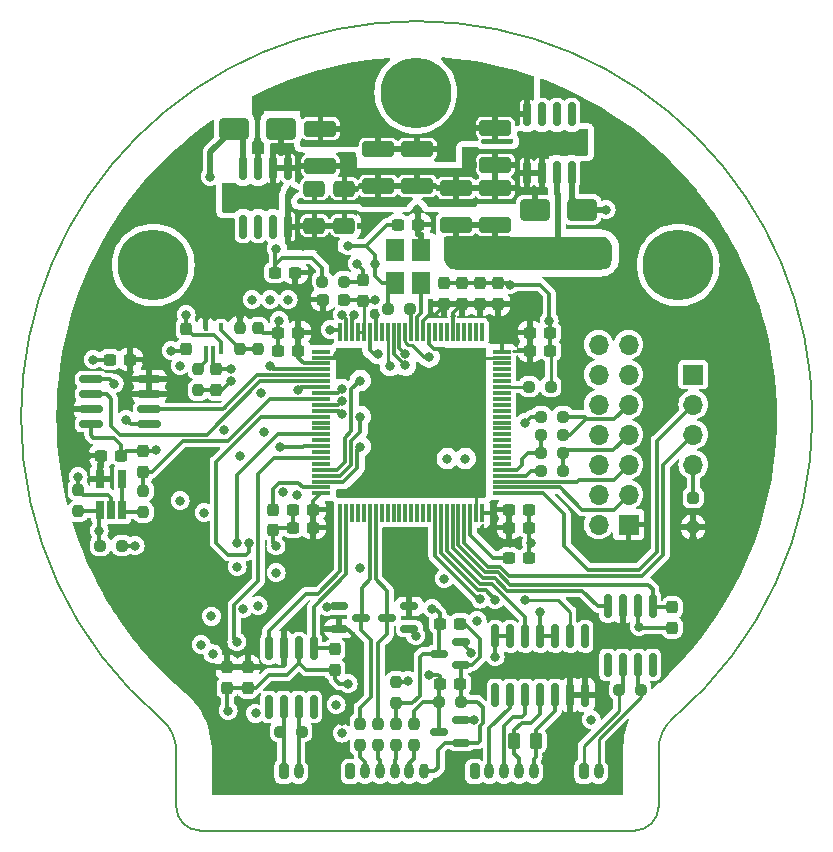
<source format=gbr>
%TF.GenerationSoftware,KiCad,Pcbnew,7.0.1*%
%TF.CreationDate,2023-12-24T22:53:40+03:00*%
%TF.ProjectId,_____ __________,1f3b3042-3020-4433-9f40-30323b353d38,rev?*%
%TF.SameCoordinates,Original*%
%TF.FileFunction,Copper,L1,Top*%
%TF.FilePolarity,Positive*%
%FSLAX46Y46*%
G04 Gerber Fmt 4.6, Leading zero omitted, Abs format (unit mm)*
G04 Created by KiCad (PCBNEW 7.0.1) date 2023-12-24 22:53:40*
%MOMM*%
%LPD*%
G01*
G04 APERTURE LIST*
G04 Aperture macros list*
%AMRoundRect*
0 Rectangle with rounded corners*
0 $1 Rounding radius*
0 $2 $3 $4 $5 $6 $7 $8 $9 X,Y pos of 4 corners*
0 Add a 4 corners polygon primitive as box body*
4,1,4,$2,$3,$4,$5,$6,$7,$8,$9,$2,$3,0*
0 Add four circle primitives for the rounded corners*
1,1,$1+$1,$2,$3*
1,1,$1+$1,$4,$5*
1,1,$1+$1,$6,$7*
1,1,$1+$1,$8,$9*
0 Add four rect primitives between the rounded corners*
20,1,$1+$1,$2,$3,$4,$5,0*
20,1,$1+$1,$4,$5,$6,$7,0*
20,1,$1+$1,$6,$7,$8,$9,0*
20,1,$1+$1,$8,$9,$2,$3,0*%
G04 Aperture macros list end*
%TA.AperFunction,SMDPad,CuDef*%
%ADD10RoundRect,0.237500X-0.250000X-0.237500X0.250000X-0.237500X0.250000X0.237500X-0.250000X0.237500X0*%
%TD*%
%TA.AperFunction,SMDPad,CuDef*%
%ADD11RoundRect,0.150000X-0.150000X0.825000X-0.150000X-0.825000X0.150000X-0.825000X0.150000X0.825000X0*%
%TD*%
%TA.AperFunction,ComponentPad*%
%ADD12R,1.700000X1.700000*%
%TD*%
%TA.AperFunction,ComponentPad*%
%ADD13O,1.700000X1.700000*%
%TD*%
%TA.AperFunction,ComponentPad*%
%ADD14RoundRect,0.200000X-0.200000X-0.450000X0.200000X-0.450000X0.200000X0.450000X-0.200000X0.450000X0*%
%TD*%
%TA.AperFunction,ComponentPad*%
%ADD15O,0.800000X1.300000*%
%TD*%
%TA.AperFunction,SMDPad,CuDef*%
%ADD16RoundRect,0.237500X-0.237500X0.300000X-0.237500X-0.300000X0.237500X-0.300000X0.237500X0.300000X0*%
%TD*%
%TA.AperFunction,SMDPad,CuDef*%
%ADD17R,1.650000X1.950000*%
%TD*%
%TA.AperFunction,SMDPad,CuDef*%
%ADD18RoundRect,0.250000X0.250000X-0.250000X0.250000X0.250000X-0.250000X0.250000X-0.250000X-0.250000X0*%
%TD*%
%TA.AperFunction,SMDPad,CuDef*%
%ADD19RoundRect,0.237500X0.250000X0.237500X-0.250000X0.237500X-0.250000X-0.237500X0.250000X-0.237500X0*%
%TD*%
%TA.AperFunction,SMDPad,CuDef*%
%ADD20RoundRect,0.237500X0.237500X-0.300000X0.237500X0.300000X-0.237500X0.300000X-0.237500X-0.300000X0*%
%TD*%
%TA.AperFunction,SMDPad,CuDef*%
%ADD21RoundRect,0.237500X-0.287500X-0.237500X0.287500X-0.237500X0.287500X0.237500X-0.287500X0.237500X0*%
%TD*%
%TA.AperFunction,SMDPad,CuDef*%
%ADD22RoundRect,0.237500X-0.300000X-0.237500X0.300000X-0.237500X0.300000X0.237500X-0.300000X0.237500X0*%
%TD*%
%TA.AperFunction,ComponentPad*%
%ADD23C,6.000000*%
%TD*%
%TA.AperFunction,SMDPad,CuDef*%
%ADD24RoundRect,0.250000X-1.100000X0.412500X-1.100000X-0.412500X1.100000X-0.412500X1.100000X0.412500X0*%
%TD*%
%TA.AperFunction,SMDPad,CuDef*%
%ADD25RoundRect,0.237500X0.237500X-0.250000X0.237500X0.250000X-0.237500X0.250000X-0.237500X-0.250000X0*%
%TD*%
%TA.AperFunction,SMDPad,CuDef*%
%ADD26RoundRect,0.237500X0.300000X0.237500X-0.300000X0.237500X-0.300000X-0.237500X0.300000X-0.237500X0*%
%TD*%
%TA.AperFunction,SMDPad,CuDef*%
%ADD27R,0.400000X0.650000*%
%TD*%
%TA.AperFunction,SMDPad,CuDef*%
%ADD28RoundRect,0.150000X0.587500X0.150000X-0.587500X0.150000X-0.587500X-0.150000X0.587500X-0.150000X0*%
%TD*%
%TA.AperFunction,SMDPad,CuDef*%
%ADD29RoundRect,0.250000X1.000000X0.650000X-1.000000X0.650000X-1.000000X-0.650000X1.000000X-0.650000X0*%
%TD*%
%TA.AperFunction,SMDPad,CuDef*%
%ADD30RoundRect,0.250000X-0.262500X-0.450000X0.262500X-0.450000X0.262500X0.450000X-0.262500X0.450000X0*%
%TD*%
%TA.AperFunction,SMDPad,CuDef*%
%ADD31RoundRect,0.250000X1.100000X-0.412500X1.100000X0.412500X-1.100000X0.412500X-1.100000X-0.412500X0*%
%TD*%
%TA.AperFunction,SMDPad,CuDef*%
%ADD32RoundRect,0.150000X0.150000X-0.825000X0.150000X0.825000X-0.150000X0.825000X-0.150000X-0.825000X0*%
%TD*%
%TA.AperFunction,SMDPad,CuDef*%
%ADD33RoundRect,0.237500X-0.237500X0.250000X-0.237500X-0.250000X0.237500X-0.250000X0.237500X0.250000X0*%
%TD*%
%TA.AperFunction,SMDPad,CuDef*%
%ADD34RoundRect,0.250000X-1.000000X-0.650000X1.000000X-0.650000X1.000000X0.650000X-1.000000X0.650000X0*%
%TD*%
%TA.AperFunction,SMDPad,CuDef*%
%ADD35RoundRect,0.250000X0.650000X-0.412500X0.650000X0.412500X-0.650000X0.412500X-0.650000X-0.412500X0*%
%TD*%
%TA.AperFunction,SMDPad,CuDef*%
%ADD36RoundRect,0.150000X-0.587500X-0.150000X0.587500X-0.150000X0.587500X0.150000X-0.587500X0.150000X0*%
%TD*%
%TA.AperFunction,SMDPad,CuDef*%
%ADD37RoundRect,0.150000X-0.825000X-0.150000X0.825000X-0.150000X0.825000X0.150000X-0.825000X0.150000X0*%
%TD*%
%TA.AperFunction,SMDPad,CuDef*%
%ADD38RoundRect,0.075000X-0.075000X0.725000X-0.075000X-0.725000X0.075000X-0.725000X0.075000X0.725000X0*%
%TD*%
%TA.AperFunction,SMDPad,CuDef*%
%ADD39RoundRect,0.075000X-0.725000X0.075000X-0.725000X-0.075000X0.725000X-0.075000X0.725000X0.075000X0*%
%TD*%
%TA.AperFunction,SMDPad,CuDef*%
%ADD40R,0.650000X1.560000*%
%TD*%
%TA.AperFunction,ViaPad*%
%ADD41C,0.800000*%
%TD*%
%TA.AperFunction,Conductor*%
%ADD42C,0.300000*%
%TD*%
%TA.AperFunction,Conductor*%
%ADD43C,0.250000*%
%TD*%
%TA.AperFunction,Conductor*%
%ADD44C,0.500000*%
%TD*%
%TA.AperFunction,Profile*%
%ADD45C,0.200000*%
%TD*%
G04 APERTURE END LIST*
D10*
%TO.P,R27,1*%
%TO.N,Net-(U7-PC4)*%
X165203500Y-95758000D03*
%TO.P,R27,2*%
%TO.N,OUT_MCU*%
X167028500Y-95758000D03*
%TD*%
D11*
%TO.P,U8,1,NC*%
%TO.N,unconnected-(U8-NC-Pad1)*%
X168910000Y-114365000D03*
%TO.P,U8,2,RO*%
%TO.N,RS_485_RX_MCU*%
X167640000Y-114365000D03*
%TO.P,U8,3,~{RE}*%
%TO.N,RS_485_Enable_MCU*%
X166370000Y-114365000D03*
%TO.P,U8,4,DE*%
X165100000Y-114365000D03*
%TO.P,U8,5,DI*%
%TO.N,RS_485_TX_MCU*%
X163830000Y-114365000D03*
%TO.P,U8,6,GND*%
%TO.N,GND*%
X162560000Y-114365000D03*
%TO.P,U8,7,GND*%
X161290000Y-114365000D03*
%TO.P,U8,8,NC*%
%TO.N,unconnected-(U8-NC-Pad8)*%
X161290000Y-119315000D03*
%TO.P,U8,9,Y*%
%TO.N,RS_485_Y*%
X162560000Y-119315000D03*
%TO.P,U8,10,Z*%
%TO.N,RS_485_Z*%
X163830000Y-119315000D03*
%TO.P,U8,11,B*%
%TO.N,RS_485_B*%
X165100000Y-119315000D03*
%TO.P,U8,12,A*%
%TO.N,RS_485_A*%
X166370000Y-119315000D03*
%TO.P,U8,13,VCC*%
%TO.N,+3.3V*%
X167640000Y-119315000D03*
%TO.P,U8,14,VCC*%
X168910000Y-119315000D03*
%TD*%
D12*
%TO.P,J10,1,Pin_1*%
%TO.N,GND*%
X178054000Y-92202000D03*
D13*
%TO.P,J10,2,Pin_2*%
%TO.N,SWCLK*%
X178054000Y-94742000D03*
%TO.P,J10,3,Pin_3*%
%TO.N,SWDIO*%
X178054000Y-97282000D03*
%TO.P,J10,4,Pin_4*%
%TO.N,Net-(D13-A)*%
X178054000Y-99822000D03*
%TD*%
D14*
%TO.P,J4,1,Pin_1*%
%TO.N,CAN1L*%
X168793000Y-125808000D03*
D15*
%TO.P,J4,2,Pin_2*%
%TO.N,CAN1H*%
X170043000Y-125808000D03*
%TD*%
D16*
%TO.P,C30,1*%
%TO.N,Net-(U7-VCAP_1)*%
X142494000Y-103632000D03*
%TO.P,C30,2*%
%TO.N,GND*%
X142494000Y-105357000D03*
%TD*%
D17*
%TO.P,U6,1,Standby*%
%TO.N,unconnected-(U6-Standby-Pad1)*%
X152824000Y-81683000D03*
%TO.P,U6,2,GND*%
%TO.N,GND*%
X152824000Y-84433000D03*
%TO.P,U6,3,Out*%
%TO.N,Net-(U6-Out)*%
X155024000Y-84433000D03*
%TO.P,U6,4,VDD*%
%TO.N,+3.3V*%
X155024000Y-81683000D03*
%TD*%
D10*
%TO.P,R29,1*%
%TO.N,Net-(U7-PC12)*%
X165203500Y-98806000D03*
%TO.P,R29,2*%
%TO.N,Angle_Sensor_SDIO_MCU*%
X167028500Y-98806000D03*
%TD*%
D18*
%TO.P,D13,1,K*%
%TO.N,+3.3V*%
X178054000Y-105116000D03*
%TO.P,D13,2,A*%
%TO.N,Net-(D13-A)*%
X178054000Y-102616000D03*
%TD*%
D19*
%TO.P,R32,1*%
%TO.N,+24V*%
X129690500Y-106680000D03*
%TO.P,R32,2*%
%TO.N,Net-(U10-+)*%
X127865500Y-106680000D03*
%TD*%
D20*
%TO.P,C21,1*%
%TO.N,+3.3V*%
X158496000Y-86206500D03*
%TO.P,C21,2*%
%TO.N,GND*%
X158496000Y-84481500D03*
%TD*%
D21*
%TO.P,FB1,1*%
%TO.N,+3.3V*%
X146699000Y-85852000D03*
%TO.P,FB1,2*%
%TO.N,+3.3VA*%
X148449000Y-85852000D03*
%TD*%
D22*
%TO.P,C16,1*%
%TO.N,GND*%
X153061500Y-79502000D03*
%TO.P,C16,2*%
%TO.N,+3.3V*%
X154786500Y-79502000D03*
%TD*%
D10*
%TO.P,R36,1*%
%TO.N,CAN2L*%
X143105500Y-122428000D03*
%TO.P,R36,2*%
%TO.N,CAN2H*%
X144930500Y-122428000D03*
%TD*%
D23*
%TO.P,J3,1,Pin_1*%
%TO.N,unconnected-(J3-Pin_1-Pad1)*%
X132334000Y-82931000D03*
%TD*%
D20*
%TO.P,C12,1*%
%TO.N,+3.3VA*%
X150114000Y-85952500D03*
%TO.P,C12,2*%
%TO.N,GNDA*%
X150114000Y-84227500D03*
%TD*%
D24*
%TO.P,C36,1*%
%TO.N,+12V*%
X161290000Y-71335500D03*
%TO.P,C36,2*%
%TO.N,GND*%
X161290000Y-74460500D03*
%TD*%
D22*
%TO.P,C29,1*%
%TO.N,+3.3V*%
X162459500Y-105156000D03*
%TO.P,C29,2*%
%TO.N,GND*%
X164184500Y-105156000D03*
%TD*%
D25*
%TO.P,R34,1*%
%TO.N,Net-(U10-+)*%
X125984000Y-103782500D03*
%TO.P,R34,2*%
%TO.N,GND*%
X125984000Y-101957500D03*
%TD*%
D26*
%TO.P,C55,1*%
%TO.N,GNDA*%
X158342500Y-113284000D03*
%TO.P,C55,2*%
%TO.N,Net-(D14-COM)*%
X156617500Y-113284000D03*
%TD*%
D27*
%TO.P,U4,1*%
%TO.N,Net-(R15-Pad1)*%
X136764000Y-90104000D03*
%TO.P,U4,2,V-*%
%TO.N,GND*%
X137414000Y-90104000D03*
%TO.P,U4,3,+*%
%TO.N,Net-(U4-+)*%
X138064000Y-90104000D03*
%TO.P,U4,4,-*%
%TO.N,Net-(U4--)*%
X138064000Y-88204000D03*
%TO.P,U4,5,V+*%
%TO.N,+3.3V*%
X136764000Y-88204000D03*
%TD*%
D22*
%TO.P,C19,1*%
%TO.N,+3.3V*%
X164237500Y-90170000D03*
%TO.P,C19,2*%
%TO.N,GND*%
X165962500Y-90170000D03*
%TD*%
D26*
%TO.P,C25,1*%
%TO.N,GNDA*%
X158342500Y-118364000D03*
%TO.P,C25,2*%
%TO.N,Net-(D4-COM)*%
X156617500Y-118364000D03*
%TD*%
D28*
%TO.P,D5,1,A*%
%TO.N,GND*%
X154021000Y-113726000D03*
%TO.P,D5,2,K*%
%TO.N,+3.3V*%
X154021000Y-111826000D03*
%TO.P,D5,3,COM*%
%TO.N,Net-(D5-COM)*%
X152146000Y-112776000D03*
%TD*%
D29*
%TO.P,D7,1,K*%
%TO.N,Net-(D7-K)*%
X168624000Y-78232000D03*
%TO.P,D7,2,A*%
%TO.N,GND*%
X164624000Y-78232000D03*
%TD*%
D24*
%TO.P,C39,1*%
%TO.N,+12V*%
X151384000Y-73113500D03*
%TO.P,C39,2*%
%TO.N,GND*%
X151384000Y-76238500D03*
%TD*%
D23*
%TO.P,J1,1,Pin_1*%
%TO.N,unconnected-(J1-Pin_1-Pad1)*%
X176784000Y-82931000D03*
%TD*%
D19*
%TO.P,R25,1*%
%TO.N,GNDA*%
X158392500Y-119888000D03*
%TO.P,R25,2*%
%TO.N,Net-(D4-COM)*%
X156567500Y-119888000D03*
%TD*%
D10*
%TO.P,R30,1*%
%TO.N,Net-(U7-PC12)*%
X165203500Y-97282000D03*
%TO.P,R30,2*%
%TO.N,OUT_MCU*%
X167028500Y-97282000D03*
%TD*%
D30*
%TO.P,R31,1*%
%TO.N,RS_485_B*%
X162917500Y-123190000D03*
%TO.P,R31,2*%
%TO.N,RS_485_A*%
X164742500Y-123190000D03*
%TD*%
D25*
%TO.P,R33,1*%
%TO.N,Net-(U10--)*%
X131506000Y-103862500D03*
%TO.P,R33,2*%
%TO.N,DC_Voltage_MCU*%
X131506000Y-102037500D03*
%TD*%
D20*
%TO.P,C20,1*%
%TO.N,+3.3V*%
X161544000Y-86206500D03*
%TO.P,C20,2*%
%TO.N,GND*%
X161544000Y-84481500D03*
%TD*%
D31*
%TO.P,C35,1*%
%TO.N,+24V*%
X161290000Y-79540500D03*
%TO.P,C35,2*%
%TO.N,GND*%
X161290000Y-76415500D03*
%TD*%
D26*
%TO.P,C28,1*%
%TO.N,+3.3V*%
X144626500Y-88646000D03*
%TO.P,C28,2*%
%TO.N,GND*%
X142901500Y-88646000D03*
%TD*%
D11*
%TO.P,D9,1,D*%
%TO.N,CAN1_TXD_MCU*%
X174625000Y-111825000D03*
%TO.P,D9,2,GND*%
%TO.N,GND*%
X173355000Y-111825000D03*
%TO.P,D9,3,Vcc*%
%TO.N,+3.3V*%
X172085000Y-111825000D03*
%TO.P,D9,4,R*%
%TO.N,CAN1_RXD_MCU*%
X170815000Y-111825000D03*
%TO.P,D9,5,NC*%
%TO.N,unconnected-(D9-NC-Pad5)*%
X170815000Y-116775000D03*
%TO.P,D9,6,CANL*%
%TO.N,CAN1L*%
X172085000Y-116775000D03*
%TO.P,D9,7,CANH*%
%TO.N,CAN1H*%
X173355000Y-116775000D03*
%TO.P,D9,8,NC*%
%TO.N,unconnected-(D9-NC-Pad8)*%
X174625000Y-116775000D03*
%TD*%
D26*
%TO.P,C54,1*%
%TO.N,+3.3V*%
X130402500Y-90932000D03*
%TO.P,C54,2*%
%TO.N,GND*%
X128677500Y-90932000D03*
%TD*%
D24*
%TO.P,C41,1*%
%TO.N,+12V*%
X154686000Y-73113500D03*
%TO.P,C41,2*%
%TO.N,GND*%
X154686000Y-76238500D03*
%TD*%
D32*
%TO.P,U11,1,NC*%
%TO.N,unconnected-(U11-NC-Pad1)*%
X139954000Y-79691000D03*
%TO.P,U11,2,NC*%
%TO.N,unconnected-(U11-NC-Pad2)*%
X141224000Y-79691000D03*
%TO.P,U11,3,NC*%
%TO.N,unconnected-(U11-NC-Pad3)*%
X142494000Y-79691000D03*
%TO.P,U11,4,FB*%
%TO.N,+3.3V*%
X143764000Y-79691000D03*
%TO.P,U11,5,~{ON}/OFF*%
%TO.N,GND*%
X143764000Y-74741000D03*
%TO.P,U11,6,GND*%
X142494000Y-74741000D03*
%TO.P,U11,7,VIN*%
%TO.N,+12V*%
X141224000Y-74741000D03*
%TO.P,U11,8,OUT*%
%TO.N,Net-(D8-K)*%
X139954000Y-74741000D03*
%TD*%
D20*
%TO.P,C9,1*%
%TO.N,Enable*%
X137668000Y-93472000D03*
%TO.P,C9,2*%
%TO.N,GND*%
X137668000Y-91747000D03*
%TD*%
D25*
%TO.P,R14,1*%
%TO.N,Net-(U4--)*%
X141224000Y-90066500D03*
%TO.P,R14,2*%
%TO.N,GND*%
X141224000Y-88241500D03*
%TD*%
D33*
%TO.P,R39,1*%
%TO.N,Net-(D15-COM)*%
X149860000Y-121769500D03*
%TO.P,R39,2*%
%TO.N,Digital_input2*%
X149860000Y-123594500D03*
%TD*%
D31*
%TO.P,C34,1*%
%TO.N,+24V*%
X157988000Y-79540500D03*
%TO.P,C34,2*%
%TO.N,GND*%
X157988000Y-76415500D03*
%TD*%
D14*
%TO.P,J9,1,Pin_1*%
%TO.N,GND*%
X149021000Y-125808000D03*
D15*
%TO.P,J9,2,Pin_2*%
%TO.N,Digital_input2*%
X150271000Y-125808000D03*
%TO.P,J9,3,Pin_3*%
%TO.N,Digital_input1*%
X151521000Y-125808000D03*
%TO.P,J9,4,Pin_4*%
%TO.N,Analog_Input2*%
X152771000Y-125808000D03*
%TO.P,J9,5,Pin_5*%
%TO.N,Analog_Input1*%
X154021000Y-125808000D03*
%TO.P,J9,6,Pin_6*%
%TO.N,GNDA*%
X155271000Y-125808000D03*
%TD*%
D22*
%TO.P,C33,1*%
%TO.N,+3.3V*%
X127915500Y-99060000D03*
%TO.P,C33,2*%
%TO.N,GND*%
X129640500Y-99060000D03*
%TD*%
D20*
%TO.P,C51,1*%
%TO.N,GND*%
X138583500Y-118718500D03*
%TO.P,C51,2*%
%TO.N,+3.3V*%
X138583500Y-116993500D03*
%TD*%
D33*
%TO.P,R38,1*%
%TO.N,GNDA*%
X152908000Y-118213500D03*
%TO.P,R38,2*%
%TO.N,Net-(D14-COM)*%
X152908000Y-120038500D03*
%TD*%
D23*
%TO.P,J2,1,Pin_1*%
%TO.N,unconnected-(J2-Pin_1-Pad1)*%
X154559000Y-68326000D03*
%TD*%
D22*
%TO.P,C31,1*%
%TO.N,Net-(U7-VCAP_2)*%
X162459500Y-107696000D03*
%TO.P,C31,2*%
%TO.N,GND*%
X164184500Y-107696000D03*
%TD*%
D33*
%TO.P,R26,1*%
%TO.N,Net-(D5-COM)*%
X151384000Y-121769500D03*
%TO.P,R26,2*%
%TO.N,Digital_input1*%
X151384000Y-123594500D03*
%TD*%
D12*
%TO.P,J5,1,Pin_1*%
%TO.N,+3.3V*%
X172578000Y-104902000D03*
D13*
%TO.P,J5,2,Pin_2*%
%TO.N,GND*%
X170038000Y-104902000D03*
%TO.P,J5,3,Pin_3*%
%TO.N,Angle_Sensor_CS_MCU*%
X172578000Y-102362000D03*
%TO.P,J5,4,Pin_4*%
%TO.N,Temp_Coil_C_MCU*%
X170038000Y-102362000D03*
%TO.P,J5,5,Pin_5*%
%TO.N,Angle_Sensor_SCLK_MCU*%
X172578000Y-99822000D03*
%TO.P,J5,6,Pin_6*%
%TO.N,Temp_Coil_B_MCU*%
X170038000Y-99822000D03*
%TO.P,J5,7,Pin_7*%
%TO.N,Angle_Sensor_SDIO_MCU*%
X172578000Y-97282000D03*
%TO.P,J5,8,Pin_8*%
%TO.N,Temp_Coil_A_MCU*%
X170038000Y-97282000D03*
%TO.P,J5,9,Pin_9*%
%TO.N,OUT_MCU*%
X172578000Y-94742000D03*
%TO.P,J5,10,Pin_10*%
%TO.N,Current_C_MCU*%
X170038000Y-94742000D03*
%TO.P,J5,11,Pin_11*%
%TO.N,Current_B_MCU*%
X172578000Y-92202000D03*
%TO.P,J5,12,Pin_12*%
%TO.N,Current_A_MCU*%
X170038000Y-92202000D03*
%TO.P,J5,13,Pin_13*%
%TO.N,+3.3VA*%
X172578000Y-89662000D03*
%TO.P,J5,14,Pin_14*%
%TO.N,GNDA*%
X170038000Y-89662000D03*
%TD*%
D26*
%TO.P,C27,1*%
%TO.N,+3.3V*%
X144626500Y-90170000D03*
%TO.P,C27,2*%
%TO.N,GND*%
X142901500Y-90170000D03*
%TD*%
%TO.P,C22,1*%
%TO.N,+3.3V*%
X145896500Y-105156000D03*
%TO.P,C22,2*%
%TO.N,GND*%
X144171500Y-105156000D03*
%TD*%
D34*
%TO.P,D8,1,K*%
%TO.N,Net-(D8-K)*%
X139163000Y-71374000D03*
%TO.P,D8,2,A*%
%TO.N,GND*%
X143163000Y-71374000D03*
%TD*%
D11*
%TO.P,D10,1,D*%
%TO.N,CAN2_TXD_MCU*%
X145923000Y-115381000D03*
%TO.P,D10,2,GND*%
%TO.N,GND*%
X144653000Y-115381000D03*
%TO.P,D10,3,Vcc*%
%TO.N,+3.3V*%
X143383000Y-115381000D03*
%TO.P,D10,4,R*%
%TO.N,CAN2_RXD_MCU*%
X142113000Y-115381000D03*
%TO.P,D10,5,NC*%
%TO.N,unconnected-(D10-NC-Pad5)*%
X142113000Y-120331000D03*
%TO.P,D10,6,CANL*%
%TO.N,CAN2L*%
X143383000Y-120331000D03*
%TO.P,D10,7,CANH*%
%TO.N,CAN2H*%
X144653000Y-120331000D03*
%TO.P,D10,8,NC*%
%TO.N,unconnected-(D10-NC-Pad8)*%
X145923000Y-120331000D03*
%TD*%
D10*
%TO.P,R35,1*%
%TO.N,CAN1L*%
X171807500Y-118872000D03*
%TO.P,R35,2*%
%TO.N,CAN1H*%
X173632500Y-118872000D03*
%TD*%
D20*
%TO.P,C23,1*%
%TO.N,+3.3V*%
X156972000Y-86206500D03*
%TO.P,C23,2*%
%TO.N,GND*%
X156972000Y-84481500D03*
%TD*%
D28*
%TO.P,D4,1,A*%
%TO.N,GNDA*%
X158417500Y-123378000D03*
%TO.P,D4,2,K*%
%TO.N,+3.3VA*%
X158417500Y-121478000D03*
%TO.P,D4,3,COM*%
%TO.N,Net-(D4-COM)*%
X156542500Y-122428000D03*
%TD*%
D22*
%TO.P,C18,1*%
%TO.N,+3.3V*%
X162459500Y-103632000D03*
%TO.P,C18,2*%
%TO.N,GND*%
X164184500Y-103632000D03*
%TD*%
D20*
%TO.P,C50,1*%
%TO.N,GND*%
X140361500Y-118718500D03*
%TO.P,C50,2*%
%TO.N,+3.3V*%
X140361500Y-116993500D03*
%TD*%
D35*
%TO.P,C42,1*%
%TO.N,+3.3V*%
X145989000Y-79594500D03*
%TO.P,C42,2*%
%TO.N,GND*%
X145989000Y-76469500D03*
%TD*%
D14*
%TO.P,J7,1,Pin_1*%
%TO.N,GND*%
X159552000Y-125808000D03*
D15*
%TO.P,J7,2,Pin_2*%
%TO.N,RS_485_Y*%
X160802000Y-125808000D03*
%TO.P,J7,3,Pin_3*%
%TO.N,RS_485_Z*%
X162052000Y-125808000D03*
%TO.P,J7,4,Pin_4*%
%TO.N,RS_485_B*%
X163302000Y-125808000D03*
%TO.P,J7,5,Pin_5*%
%TO.N,RS_485_A*%
X164552000Y-125808000D03*
%TD*%
D14*
%TO.P,J6,1,Pin_1*%
%TO.N,CAN2L*%
X143393000Y-125808000D03*
D15*
%TO.P,J6,2,Pin_2*%
%TO.N,CAN2H*%
X144643000Y-125808000D03*
%TD*%
D25*
%TO.P,R24,1*%
%TO.N,Analog_Input1*%
X154432000Y-123594500D03*
%TO.P,R24,2*%
%TO.N,Net-(D4-COM)*%
X154432000Y-121769500D03*
%TD*%
D28*
%TO.P,D14,1,A*%
%TO.N,GNDA*%
X158417500Y-116774000D03*
%TO.P,D14,2,K*%
%TO.N,+3.3VA*%
X158417500Y-114874000D03*
%TO.P,D14,3,COM*%
%TO.N,Net-(D14-COM)*%
X156542500Y-115824000D03*
%TD*%
D19*
%TO.P,R21,1*%
%TO.N,GND*%
X166012500Y-93218000D03*
%TO.P,R21,2*%
%TO.N,BOOT0*%
X164187500Y-93218000D03*
%TD*%
D36*
%TO.P,D15,1,A*%
%TO.N,GND*%
X148033500Y-111826000D03*
%TO.P,D15,2,K*%
%TO.N,+3.3V*%
X148033500Y-113726000D03*
%TO.P,D15,3,COM*%
%TO.N,Net-(D15-COM)*%
X149908500Y-112776000D03*
%TD*%
D37*
%TO.P,U12,1,~{CS}*%
%TO.N,EEPROM_~{CS_MCU}*%
X127065000Y-92583000D03*
%TO.P,U12,2,MISO*%
%TO.N,EEPROM_MISO_MCU*%
X127065000Y-93853000D03*
%TO.P,U12,3,~{WP}*%
%TO.N,+3.3V*%
X127065000Y-95123000D03*
%TO.P,U12,4,GND*%
%TO.N,GND*%
X127065000Y-96393000D03*
%TO.P,U12,5,MOSI*%
%TO.N,EEPROM_MOSI_MCU*%
X132015000Y-96393000D03*
%TO.P,U12,6,SCK*%
%TO.N,EEPROM_SCK_MCU*%
X132015000Y-95123000D03*
%TO.P,U12,7,~{HOLD}*%
%TO.N,+3.3V*%
X132015000Y-93853000D03*
%TO.P,U12,8,VCC*%
X132015000Y-92583000D03*
%TD*%
D33*
%TO.P,R13,1*%
%TO.N,+3.3V*%
X139700000Y-88241500D03*
%TO.P,R13,2*%
%TO.N,Net-(U4--)*%
X139700000Y-90066500D03*
%TD*%
D22*
%TO.P,C17,1*%
%TO.N,+3.3V*%
X164237500Y-88646000D03*
%TO.P,C17,2*%
%TO.N,GND*%
X165962500Y-88646000D03*
%TD*%
D26*
%TO.P,C11,1*%
%TO.N,+3.3V*%
X144372500Y-83566000D03*
%TO.P,C11,2*%
%TO.N,GND*%
X142647500Y-83566000D03*
%TD*%
D33*
%TO.P,R15,1*%
%TO.N,Net-(R15-Pad1)*%
X136144000Y-91697000D03*
%TO.P,R15,2*%
%TO.N,Enable*%
X136144000Y-93522000D03*
%TD*%
D20*
%TO.P,C45,1*%
%TO.N,GND*%
X147727500Y-117194500D03*
%TO.P,C45,2*%
%TO.N,CAN2_TXD_MCU*%
X147727500Y-115469500D03*
%TD*%
D38*
%TO.P,U7,1,PE2*%
%TO.N,unconnected-(U7-PE2-Pad1)*%
X160178000Y-88591000D03*
%TO.P,U7,2,PE3*%
%TO.N,unconnected-(U7-PE3-Pad2)*%
X159678000Y-88591000D03*
%TO.P,U7,3,PE4*%
%TO.N,unconnected-(U7-PE4-Pad3)*%
X159178000Y-88591000D03*
%TO.P,U7,4,PE5*%
%TO.N,unconnected-(U7-PE5-Pad4)*%
X158678000Y-88591000D03*
%TO.P,U7,5,PE6*%
%TO.N,unconnected-(U7-PE6-Pad5)*%
X158178000Y-88591000D03*
%TO.P,U7,6,VBAT*%
%TO.N,+3.3V*%
X157678000Y-88591000D03*
%TO.P,U7,7,PC13*%
%TO.N,unconnected-(U7-PC13-Pad7)*%
X157178000Y-88591000D03*
%TO.P,U7,8,PC14*%
%TO.N,unconnected-(U7-PC14-Pad8)*%
X156678000Y-88591000D03*
%TO.P,U7,9,PC15*%
%TO.N,unconnected-(U7-PC15-Pad9)*%
X156178000Y-88591000D03*
%TO.P,U7,10,VSS*%
%TO.N,GND*%
X155678000Y-88591000D03*
%TO.P,U7,11,VDD*%
%TO.N,+3.3V*%
X155178000Y-88591000D03*
%TO.P,U7,12,PH0*%
%TO.N,Net-(U6-Out)*%
X154678000Y-88591000D03*
%TO.P,U7,13,PH1*%
%TO.N,Net-(U7-PH1)*%
X154178000Y-88591000D03*
%TO.P,U7,14,NRST*%
%TO.N,NRST*%
X153678000Y-88591000D03*
%TO.P,U7,15,PC0*%
%TO.N,Current_A_MCU*%
X153178000Y-88591000D03*
%TO.P,U7,16,PC1*%
%TO.N,Current_B_MCU*%
X152678000Y-88591000D03*
%TO.P,U7,17,PC2*%
%TO.N,Current_C_MCU*%
X152178000Y-88591000D03*
%TO.P,U7,18,PC3*%
%TO.N,unconnected-(U7-PC3-Pad18)*%
X151678000Y-88591000D03*
%TO.P,U7,19,VDD*%
%TO.N,+3.3V*%
X151178000Y-88591000D03*
%TO.P,U7,20,VSSA*%
%TO.N,GNDA*%
X150678000Y-88591000D03*
%TO.P,U7,21,VREF+*%
%TO.N,+3.3VA*%
X150178000Y-88591000D03*
%TO.P,U7,22,VDDA*%
X149678000Y-88591000D03*
%TO.P,U7,23,PA0*%
%TO.N,Temp_Coil_A_MCU*%
X149178000Y-88591000D03*
%TO.P,U7,24,PA1*%
%TO.N,Temp_Coil_B_MCU*%
X148678000Y-88591000D03*
%TO.P,U7,25,PA2*%
%TO.N,Temp_Coil_C_MCU*%
X148178000Y-88591000D03*
D39*
%TO.P,U7,26,PA3*%
%TO.N,unconnected-(U7-PA3-Pad26)*%
X146503000Y-90266000D03*
%TO.P,U7,27,VSS*%
%TO.N,GND*%
X146503000Y-90766000D03*
%TO.P,U7,28,VDD*%
%TO.N,+3.3V*%
X146503000Y-91266000D03*
%TO.P,U7,29,PA4*%
%TO.N,EEPROM_~{CS_MCU}*%
X146503000Y-91766000D03*
%TO.P,U7,30,PA5*%
%TO.N,EEPROM_SCK_MCU*%
X146503000Y-92266000D03*
%TO.P,U7,31,PA6*%
%TO.N,EEPROM_MISO_MCU*%
X146503000Y-92766000D03*
%TO.P,U7,32,PA7*%
%TO.N,EEPROM_MOSI_MCU*%
X146503000Y-93266000D03*
%TO.P,U7,33,PC4*%
%TO.N,Net-(U7-PC4)*%
X146503000Y-93766000D03*
%TO.P,U7,34,PC5*%
%TO.N,DC_Voltage_MCU*%
X146503000Y-94266000D03*
%TO.P,U7,35,PB0*%
%TO.N,Net-(D4-COM)*%
X146503000Y-94766000D03*
%TO.P,U7,36,PB1*%
%TO.N,Net-(D14-COM)*%
X146503000Y-95266000D03*
%TO.P,U7,37,PB2*%
%TO.N,Enable*%
X146503000Y-95766000D03*
%TO.P,U7,38,PE7*%
%TO.N,unconnected-(U7-PE7-Pad38)*%
X146503000Y-96266000D03*
%TO.P,U7,39,PE8*%
%TO.N,unconnected-(U7-PE8-Pad39)*%
X146503000Y-96766000D03*
%TO.P,U7,40,PE9*%
%TO.N,IN_A*%
X146503000Y-97266000D03*
%TO.P,U7,41,PE10*%
%TO.N,unconnected-(U7-PE10-Pad41)*%
X146503000Y-97766000D03*
%TO.P,U7,42,PE11*%
%TO.N,IN_B*%
X146503000Y-98266000D03*
%TO.P,U7,43,PE12*%
%TO.N,unconnected-(U7-PE12-Pad43)*%
X146503000Y-98766000D03*
%TO.P,U7,44,PE13*%
%TO.N,IN_C*%
X146503000Y-99266000D03*
%TO.P,U7,45,PE14*%
%TO.N,unconnected-(U7-PE14-Pad45)*%
X146503000Y-99766000D03*
%TO.P,U7,46,PE15*%
%TO.N,Temperature_Power_~{OS}_MCU*%
X146503000Y-100266000D03*
%TO.P,U7,47,PB10*%
%TO.N,Temperature_Power_SCL_MCU*%
X146503000Y-100766000D03*
%TO.P,U7,48,PB11*%
%TO.N,Temperature_Power_SDA_MCU*%
X146503000Y-101266000D03*
%TO.P,U7,49,VCAP_1*%
%TO.N,Net-(U7-VCAP_1)*%
X146503000Y-101766000D03*
%TO.P,U7,50,VDD*%
%TO.N,+3.3V*%
X146503000Y-102266000D03*
D38*
%TO.P,U7,51,PB12*%
%TO.N,CAN2_RXD_MCU*%
X148178000Y-103941000D03*
%TO.P,U7,52,PB13*%
%TO.N,CAN2_TXD_MCU*%
X148678000Y-103941000D03*
%TO.P,U7,53,PB14*%
%TO.N,unconnected-(U7-PB14-Pad53)*%
X149178000Y-103941000D03*
%TO.P,U7,54,PB15*%
%TO.N,unconnected-(U7-PB15-Pad54)*%
X149678000Y-103941000D03*
%TO.P,U7,55,PD8*%
%TO.N,unconnected-(U7-PD8-Pad55)*%
X150178000Y-103941000D03*
%TO.P,U7,56,PD9*%
%TO.N,Net-(D15-COM)*%
X150678000Y-103941000D03*
%TO.P,U7,57,PD10*%
%TO.N,Net-(D5-COM)*%
X151178000Y-103941000D03*
%TO.P,U7,58,PD11*%
%TO.N,unconnected-(U7-PD11-Pad58)*%
X151678000Y-103941000D03*
%TO.P,U7,59,PD12*%
%TO.N,unconnected-(U7-PD12-Pad59)*%
X152178000Y-103941000D03*
%TO.P,U7,60,PD13*%
%TO.N,unconnected-(U7-PD13-Pad60)*%
X152678000Y-103941000D03*
%TO.P,U7,61,PD14*%
%TO.N,unconnected-(U7-PD14-Pad61)*%
X153178000Y-103941000D03*
%TO.P,U7,62,PD15*%
%TO.N,unconnected-(U7-PD15-Pad62)*%
X153678000Y-103941000D03*
%TO.P,U7,63,PC6*%
%TO.N,unconnected-(U7-PC6-Pad63)*%
X154178000Y-103941000D03*
%TO.P,U7,64,PC7*%
%TO.N,unconnected-(U7-PC7-Pad64)*%
X154678000Y-103941000D03*
%TO.P,U7,65,PC8*%
%TO.N,unconnected-(U7-PC8-Pad65)*%
X155178000Y-103941000D03*
%TO.P,U7,66,PC9*%
%TO.N,unconnected-(U7-PC9-Pad66)*%
X155678000Y-103941000D03*
%TO.P,U7,67,PA8*%
%TO.N,RS_485_Enable_MCU*%
X156178000Y-103941000D03*
%TO.P,U7,68,PA9*%
%TO.N,RS_485_RX_MCU*%
X156678000Y-103941000D03*
%TO.P,U7,69,PA10*%
%TO.N,RS_485_TX_MCU*%
X157178000Y-103941000D03*
%TO.P,U7,70,PA11*%
%TO.N,CAN1_RXD_MCU*%
X157678000Y-103941000D03*
%TO.P,U7,71,PA12*%
%TO.N,CAN1_TXD_MCU*%
X158178000Y-103941000D03*
%TO.P,U7,72,PA13*%
%TO.N,SWDIO*%
X158678000Y-103941000D03*
%TO.P,U7,73,VCAP_2*%
%TO.N,Net-(U7-VCAP_2)*%
X159178000Y-103941000D03*
%TO.P,U7,74,VSS*%
%TO.N,GND*%
X159678000Y-103941000D03*
%TO.P,U7,75,VDD*%
%TO.N,+3.3V*%
X160178000Y-103941000D03*
D39*
%TO.P,U7,76,PA14*%
%TO.N,SWCLK*%
X161853000Y-102266000D03*
%TO.P,U7,77,PA15*%
%TO.N,Angle_Sensor_CS_MCU*%
X161853000Y-101766000D03*
%TO.P,U7,78,PC10*%
%TO.N,Angle_Sensor_SCLK_MCU*%
X161853000Y-101266000D03*
%TO.P,U7,79,PC11*%
%TO.N,Net-(U7-PC11)*%
X161853000Y-100766000D03*
%TO.P,U7,80,PC12*%
%TO.N,Net-(U7-PC12)*%
X161853000Y-100266000D03*
%TO.P,U7,81,PD0*%
%TO.N,unconnected-(U7-PD0-Pad81)*%
X161853000Y-99766000D03*
%TO.P,U7,82,PD1*%
%TO.N,unconnected-(U7-PD1-Pad82)*%
X161853000Y-99266000D03*
%TO.P,U7,83,PD2*%
%TO.N,unconnected-(U7-PD2-Pad83)*%
X161853000Y-98766000D03*
%TO.P,U7,84,PD3*%
%TO.N,unconnected-(U7-PD3-Pad84)*%
X161853000Y-98266000D03*
%TO.P,U7,85,PD4*%
%TO.N,unconnected-(U7-PD4-Pad85)*%
X161853000Y-97766000D03*
%TO.P,U7,86,PD5*%
%TO.N,unconnected-(U7-PD5-Pad86)*%
X161853000Y-97266000D03*
%TO.P,U7,87,PD6*%
%TO.N,unconnected-(U7-PD6-Pad87)*%
X161853000Y-96766000D03*
%TO.P,U7,88,PD7*%
%TO.N,unconnected-(U7-PD7-Pad88)*%
X161853000Y-96266000D03*
%TO.P,U7,89,PB3*%
%TO.N,unconnected-(U7-PB3-Pad89)*%
X161853000Y-95766000D03*
%TO.P,U7,90,PB4*%
%TO.N,unconnected-(U7-PB4-Pad90)*%
X161853000Y-95266000D03*
%TO.P,U7,91,PB5*%
%TO.N,unconnected-(U7-PB5-Pad91)*%
X161853000Y-94766000D03*
%TO.P,U7,92,PB6*%
%TO.N,unconnected-(U7-PB6-Pad92)*%
X161853000Y-94266000D03*
%TO.P,U7,93,PB7*%
%TO.N,unconnected-(U7-PB7-Pad93)*%
X161853000Y-93766000D03*
%TO.P,U7,94,BOOT0*%
%TO.N,BOOT0*%
X161853000Y-93266000D03*
%TO.P,U7,95,PB8*%
%TO.N,unconnected-(U7-PB8-Pad95)*%
X161853000Y-92766000D03*
%TO.P,U7,96,PB9*%
%TO.N,unconnected-(U7-PB9-Pad96)*%
X161853000Y-92266000D03*
%TO.P,U7,97,PE0*%
%TO.N,unconnected-(U7-PE0-Pad97)*%
X161853000Y-91766000D03*
%TO.P,U7,98,PE1*%
%TO.N,unconnected-(U7-PE1-Pad98)*%
X161853000Y-91266000D03*
%TO.P,U7,99,VSS*%
%TO.N,GND*%
X161853000Y-90766000D03*
%TO.P,U7,100,VDD*%
%TO.N,+3.3V*%
X161853000Y-90266000D03*
%TD*%
D20*
%TO.P,C24,1*%
%TO.N,+3.3V*%
X160020000Y-86206500D03*
%TO.P,C24,2*%
%TO.N,GND*%
X160020000Y-84481500D03*
%TD*%
%TO.P,C44,1*%
%TO.N,GND*%
X176276000Y-113638500D03*
%TO.P,C44,2*%
%TO.N,CAN1_TXD_MCU*%
X176276000Y-111913500D03*
%TD*%
D24*
%TO.P,C40,1*%
%TO.N,+12V*%
X146497000Y-71389500D03*
%TO.P,C40,2*%
%TO.N,GND*%
X146497000Y-74514500D03*
%TD*%
D10*
%TO.P,R20,1*%
%TO.N,GND*%
X146661500Y-84328000D03*
%TO.P,R20,2*%
%TO.N,GNDA*%
X148486500Y-84328000D03*
%TD*%
D26*
%TO.P,C26,1*%
%TO.N,+3.3V*%
X145896500Y-103632000D03*
%TO.P,C26,2*%
%TO.N,GND*%
X144171500Y-103632000D03*
%TD*%
D20*
%TO.P,C38,1*%
%TO.N,DC_Voltage_MCU*%
X131506000Y-100430500D03*
%TO.P,C38,2*%
%TO.N,GND*%
X131506000Y-98705500D03*
%TD*%
D11*
%TO.P,U9,1,NC*%
%TO.N,unconnected-(U9-NC-Pad1)*%
X167767000Y-70169000D03*
%TO.P,U9,2,NC*%
%TO.N,unconnected-(U9-NC-Pad2)*%
X166497000Y-70169000D03*
%TO.P,U9,3,NC*%
%TO.N,unconnected-(U9-NC-Pad3)*%
X165227000Y-70169000D03*
%TO.P,U9,4,FB*%
%TO.N,+12V*%
X163957000Y-70169000D03*
%TO.P,U9,5,~{ON}/OFF*%
%TO.N,GND*%
X163957000Y-75119000D03*
%TO.P,U9,6,GND*%
X165227000Y-75119000D03*
%TO.P,U9,7,VIN*%
%TO.N,+24V*%
X166497000Y-75119000D03*
%TO.P,U9,8,OUT*%
%TO.N,Net-(D7-K)*%
X167767000Y-75119000D03*
%TD*%
D16*
%TO.P,C10,1*%
%TO.N,Net-(U4-+)*%
X135128000Y-88318000D03*
%TO.P,C10,2*%
%TO.N,GND*%
X135128000Y-90043000D03*
%TD*%
D35*
%TO.P,C43,1*%
%TO.N,+3.3V*%
X148529000Y-79594500D03*
%TO.P,C43,2*%
%TO.N,GND*%
X148529000Y-76469500D03*
%TD*%
D25*
%TO.P,R37,1*%
%TO.N,Analog_Input2*%
X152908000Y-123594500D03*
%TO.P,R37,2*%
%TO.N,Net-(D14-COM)*%
X152908000Y-121769500D03*
%TD*%
D10*
%TO.P,R28,1*%
%TO.N,Net-(U7-PC11)*%
X165203500Y-100330000D03*
%TO.P,R28,2*%
%TO.N,Angle_Sensor_SDIO_MCU*%
X167028500Y-100330000D03*
%TD*%
D19*
%TO.P,R23,1*%
%TO.N,Net-(U7-PH1)*%
X154074500Y-86614000D03*
%TO.P,R23,2*%
%TO.N,GND*%
X152249500Y-86614000D03*
%TD*%
D40*
%TO.P,U10,1,+*%
%TO.N,Net-(U10-+)*%
X127828000Y-103712000D03*
%TO.P,U10,2,V-*%
%TO.N,GND*%
X128778000Y-103712000D03*
%TO.P,U10,3,-*%
%TO.N,Net-(U10--)*%
X129728000Y-103712000D03*
%TO.P,U10,4*%
X129728000Y-101012000D03*
%TO.P,U10,5,V+*%
%TO.N,+3.3V*%
X127828000Y-101012000D03*
%TD*%
D41*
%TO.N,GND*%
X138684000Y-120650000D03*
X151130000Y-82804000D03*
X136652000Y-103886000D03*
X148844000Y-118364000D03*
X138938000Y-91694000D03*
X173482000Y-113538000D03*
X125984000Y-100838000D03*
X159766000Y-102108000D03*
X161290000Y-116078000D03*
X142727561Y-106703516D03*
X148844000Y-81280000D03*
X133858000Y-90170000D03*
X137265023Y-112670977D03*
X143002000Y-87630000D03*
X141732000Y-97028000D03*
X159766000Y-101092000D03*
X148844000Y-74422000D03*
X154559000Y-114300000D03*
X165862000Y-87630000D03*
X162560000Y-84582000D03*
X138302647Y-96900646D03*
X142748000Y-81534000D03*
X127254000Y-90932000D03*
X160020000Y-90678000D03*
X147024477Y-111845477D03*
X132588000Y-98552000D03*
X169418000Y-121412000D03*
X159004000Y-74422000D03*
X147941673Y-90516500D03*
X164338000Y-106426000D03*
X159766000Y-100076000D03*
%TO.N,A*%
X139446000Y-108458000D03*
X156972000Y-109474000D03*
X141224000Y-111760000D03*
%TO.N,B*%
X144526000Y-102362000D03*
X139700000Y-99060000D03*
X157226000Y-99314000D03*
%TO.N,C*%
X137392023Y-115845977D03*
X149860000Y-108585000D03*
X147828000Y-120142000D03*
%TO.N,+24V*%
X170688000Y-82804000D03*
X159766000Y-113030000D03*
X130810000Y-106680000D03*
%TO.N,+12V*%
X141001682Y-120882379D03*
X134620000Y-102870000D03*
X148844000Y-71628000D03*
X148844000Y-70612000D03*
X136398000Y-115062000D03*
X142748000Y-108966000D03*
X158750000Y-71374000D03*
X148844000Y-69596000D03*
X143287454Y-102120500D03*
%TO.N,Enable*%
X138938000Y-92722500D03*
X140462000Y-106426000D03*
X141478000Y-93726000D03*
X139954000Y-112014000D03*
%TO.N,IN_A*%
X139446000Y-106426000D03*
%TO.N,IN_B*%
X143107023Y-98298000D03*
%TO.N,IN_C*%
X139424023Y-114829977D03*
%TO.N,+3.3V*%
X167640000Y-117602000D03*
X154686000Y-78232000D03*
X154686000Y-105537000D03*
X136764000Y-87234000D03*
X125349000Y-95123000D03*
X144018000Y-76708000D03*
X126746000Y-99060000D03*
X137414000Y-120650000D03*
X145542000Y-84836000D03*
X171958000Y-113538000D03*
X162560000Y-106426000D03*
X164084000Y-86614000D03*
X139700000Y-87122000D03*
X145034000Y-81280000D03*
X151130000Y-87122000D03*
X178054000Y-106172000D03*
X148336000Y-121539000D03*
X131826000Y-91186000D03*
%TO.N,NRST*%
X155689061Y-90708863D03*
%TO.N,Temp_Coil_C_MCU*%
X147320000Y-88392000D03*
%TO.N,Temp_Coil_B_MCU*%
X148336000Y-87122000D03*
%TO.N,Temp_Coil_A_MCU*%
X149352000Y-87122000D03*
%TO.N,Net-(R16-Pad2)*%
X134620000Y-91440000D03*
X148336000Y-122555000D03*
%TO.N,Current_C_MCU*%
X152400000Y-91440000D03*
%TO.N,Current_B_MCU*%
X153670000Y-91423503D03*
%TO.N,RS_485_RX_MCU*%
X161290000Y-111252000D03*
X163830000Y-111252000D03*
%TO.N,RS_485_Enable_MCU*%
X160032500Y-111207693D03*
X165100000Y-112268000D03*
%TO.N,Current_A_MCU*%
X153670000Y-90424000D03*
%TO.N,GNDA*%
X153924000Y-118110000D03*
X151384000Y-90424000D03*
X149606000Y-82804000D03*
%TO.N,+3.3VA*%
X159512000Y-121412000D03*
X159258500Y-115779546D03*
X151130000Y-85852000D03*
%TO.N,Temperature_Power_~{OS}_MCU*%
X143764000Y-85852000D03*
X149860000Y-92710000D03*
%TO.N,Temperature_Power_SCL_MCU*%
X140716000Y-85852000D03*
X149860000Y-95758000D03*
%TO.N,Temperature_Power_SDA_MCU*%
X149860000Y-98298000D03*
X142240000Y-85852000D03*
%TO.N,EEPROM_~{CS_MCU}*%
X142240000Y-91516500D03*
X129032000Y-92964000D03*
%TO.N,EEPROM_MOSI_MCU*%
X144581440Y-93516500D03*
X130048000Y-96012000D03*
%TO.N,Net-(U4-+)*%
X135128000Y-87122000D03*
%TO.N,Net-(D4-COM)*%
X155702000Y-117602000D03*
X148313669Y-94465669D03*
%TO.N,Net-(U10-+)*%
X127762000Y-105410000D03*
%TO.N,Net-(D7-K)*%
X170688000Y-78232000D03*
%TO.N,Net-(D8-K)*%
X137160000Y-75438000D03*
%TO.N,Net-(U7-PC4)*%
X158750000Y-99314000D03*
X163830000Y-96266000D03*
X148286582Y-93466536D03*
%TO.N,Net-(D14-COM)*%
X155956000Y-112014000D03*
X148336000Y-95504000D03*
%TD*%
D42*
%TO.N,GND*%
X156083000Y-90043000D02*
X155678000Y-89638000D01*
X147727500Y-117194500D02*
X145288000Y-117194500D01*
X165962500Y-87730500D02*
X165862000Y-87630000D01*
X161544000Y-84481500D02*
X160020000Y-84481500D01*
X138583500Y-120549500D02*
X138583500Y-118718500D01*
X147043954Y-111826000D02*
X148033500Y-111826000D01*
X147024477Y-111845477D02*
X147043954Y-111826000D01*
D43*
X160362000Y-90766000D02*
X161853000Y-90766000D01*
D42*
X151130000Y-83820000D02*
X151743000Y-84433000D01*
X164184500Y-106272500D02*
X164338000Y-106426000D01*
X144679500Y-116586000D02*
X144679500Y-115407500D01*
X127065000Y-97347000D02*
X127254000Y-97536000D01*
X137414000Y-91493000D02*
X137668000Y-91747000D01*
X176276000Y-113638500D02*
X173582500Y-113638500D01*
D43*
X159678000Y-102196000D02*
X159766000Y-102108000D01*
D42*
X144679500Y-115407500D02*
X144653000Y-115381000D01*
X152249500Y-85007500D02*
X152824000Y-84433000D01*
X142901500Y-87730500D02*
X143002000Y-87630000D01*
X150368000Y-81280000D02*
X148844000Y-81280000D01*
X133858000Y-90170000D02*
X135001000Y-90170000D01*
X164184500Y-106579500D02*
X164338000Y-106426000D01*
X148844000Y-118364000D02*
X148082000Y-118364000D01*
X135001000Y-90170000D02*
X135128000Y-90043000D01*
X165862000Y-85344000D02*
X165862000Y-87630000D01*
X143256000Y-82296000D02*
X145796000Y-82296000D01*
X137668000Y-91747000D02*
X138885000Y-91747000D01*
X147692173Y-90766000D02*
X147941673Y-90516500D01*
X165962500Y-88646000D02*
X165962500Y-87730500D01*
X165100000Y-84582000D02*
X165862000Y-85344000D01*
X141628500Y-88646000D02*
X141224000Y-88241500D01*
X173582500Y-113638500D02*
X173482000Y-113538000D01*
X137414000Y-90104000D02*
X137414000Y-91493000D01*
X145796000Y-82296000D02*
X146661500Y-83161500D01*
X142901500Y-90170000D02*
X142901500Y-88646000D01*
X132434500Y-98705500D02*
X132588000Y-98552000D01*
X165962500Y-90170000D02*
X165962500Y-88646000D01*
X151130000Y-82042000D02*
X150368000Y-81280000D01*
X173355000Y-111825000D02*
X173355000Y-113411000D01*
X144171500Y-105156000D02*
X142695000Y-105156000D01*
X128778000Y-102632000D02*
X128508000Y-102362000D01*
X138684000Y-120650000D02*
X138583500Y-120549500D01*
X142647500Y-81634500D02*
X142647500Y-83566000D01*
X151130000Y-82804000D02*
X151130000Y-83820000D01*
X156083000Y-90043000D02*
X156972000Y-90043000D01*
X127254000Y-97536000D02*
X129032000Y-97536000D01*
X164184500Y-107696000D02*
X164184500Y-106579500D01*
X162459500Y-84481500D02*
X162560000Y-84582000D01*
X127065000Y-96393000D02*
X127065000Y-97347000D01*
X154559000Y-114300000D02*
X154559000Y-114264000D01*
X162560000Y-114365000D02*
X161290000Y-114365000D01*
X144653000Y-116585053D02*
X144653000Y-115381000D01*
X154559000Y-114264000D02*
X154021000Y-113726000D01*
X125984000Y-101957500D02*
X125984000Y-100838000D01*
X147727500Y-118009500D02*
X147727500Y-117194500D01*
X138583500Y-118718500D02*
X140361500Y-118718500D01*
X152249500Y-86614000D02*
X152249500Y-85007500D01*
X129032000Y-97536000D02*
X129640500Y-98144500D01*
X129640500Y-98144500D02*
X129640500Y-99060000D01*
X158496000Y-84481500D02*
X160020000Y-84481500D01*
X161544000Y-84481500D02*
X162459500Y-84481500D01*
X129995000Y-98705500D02*
X129640500Y-99060000D01*
X164184500Y-105156000D02*
X164184500Y-106272500D01*
X156972000Y-84481500D02*
X158496000Y-84481500D01*
X142901500Y-88646000D02*
X142901500Y-87730500D01*
X143663500Y-117602000D02*
X144679500Y-116586000D01*
X126388500Y-102362000D02*
X125984000Y-101957500D01*
X148082000Y-118364000D02*
X147727500Y-118009500D01*
X151743000Y-84433000D02*
X152824000Y-84433000D01*
X144171500Y-103632000D02*
X144171500Y-105156000D01*
X146503000Y-90766000D02*
X147692173Y-90766000D01*
X173355000Y-113411000D02*
X173482000Y-113538000D01*
X153061500Y-79502000D02*
X152146000Y-79502000D01*
X128677500Y-90932000D02*
X127254000Y-90932000D01*
X162560000Y-84582000D02*
X165100000Y-84582000D01*
X142647500Y-82904500D02*
X143256000Y-82296000D01*
D43*
X166012500Y-90220000D02*
X165962500Y-90170000D01*
D42*
X140361500Y-118718500D02*
X141023000Y-118718500D01*
X138885000Y-91747000D02*
X138938000Y-91694000D01*
X142695000Y-105156000D02*
X142494000Y-105357000D01*
D43*
X166012500Y-93218000D02*
X166012500Y-90220000D01*
D42*
X146661500Y-83161500D02*
X146661500Y-84328000D01*
X152146000Y-79502000D02*
X150368000Y-81280000D01*
X142494000Y-106469955D02*
X142727561Y-106703516D01*
X131506000Y-98705500D02*
X129995000Y-98705500D01*
X142139500Y-117602000D02*
X143663500Y-117602000D01*
X151130000Y-82804000D02*
X151130000Y-82042000D01*
X131506000Y-98705500D02*
X132434500Y-98705500D01*
X145288000Y-117194500D02*
X144679500Y-116586000D01*
X128508000Y-102362000D02*
X126388500Y-102362000D01*
X142901500Y-88646000D02*
X141628500Y-88646000D01*
X142748000Y-81534000D02*
X142647500Y-81634500D01*
X142494000Y-105357000D02*
X142494000Y-106469955D01*
X141023000Y-118718500D02*
X142139500Y-117602000D01*
X161290000Y-114365000D02*
X161290000Y-116078000D01*
X142647500Y-83566000D02*
X142647500Y-82904500D01*
X164184500Y-103632000D02*
X164184500Y-105156000D01*
X128778000Y-103712000D02*
X128778000Y-102632000D01*
D43*
X159678000Y-103941000D02*
X159678000Y-102196000D01*
D42*
X155678000Y-89638000D02*
X155678000Y-88591000D01*
D44*
%TO.N,+24V*%
X166624000Y-76962000D02*
X166624000Y-80772000D01*
X166497000Y-76835000D02*
X166624000Y-76962000D01*
D42*
X129690500Y-106680000D02*
X130810000Y-106680000D01*
D44*
X166497000Y-75119000D02*
X166497000Y-76835000D01*
D43*
%TO.N,BOOT0*%
X164139500Y-93266000D02*
X164187500Y-93218000D01*
X161853000Y-93266000D02*
X164139500Y-93266000D01*
D42*
%TO.N,Enable*%
X141470000Y-95766000D02*
X146503000Y-95766000D01*
X137668000Y-99568000D02*
X141470000Y-95766000D01*
X140208000Y-107442000D02*
X138684000Y-107442000D01*
X138188500Y-93472000D02*
X138938000Y-92722500D01*
X138684000Y-107442000D02*
X137668000Y-106426000D01*
X140462000Y-106426000D02*
X140462000Y-107188000D01*
X137668000Y-93472000D02*
X138188500Y-93472000D01*
X137668000Y-106426000D02*
X137668000Y-99568000D01*
X136144000Y-93522000D02*
X137618000Y-93522000D01*
X140462000Y-107188000D02*
X140208000Y-107442000D01*
%TO.N,SWCLK*%
X161853000Y-102266000D02*
X165357425Y-102266000D01*
X165357425Y-102266000D02*
X167132000Y-104040575D01*
X169164000Y-108712000D02*
X167132000Y-106680000D01*
X169164000Y-108712000D02*
X173482000Y-108712000D01*
X173482000Y-108712000D02*
X175006000Y-107188000D01*
X175006000Y-97790000D02*
X178054000Y-94742000D01*
X167132000Y-104040575D02*
X167132000Y-106680000D01*
X175006000Y-107188000D02*
X175006000Y-97790000D01*
%TO.N,SWDIO*%
X162460575Y-109220000D02*
X161698575Y-108458000D01*
X178054000Y-97282000D02*
X175514000Y-99822000D01*
X161698575Y-108458000D02*
X160672212Y-108458000D01*
X175514000Y-107442000D02*
X173736000Y-109220000D01*
X175514000Y-99822000D02*
X175514000Y-107442000D01*
X160672212Y-108458000D02*
X158678000Y-106463788D01*
X173736000Y-109220000D02*
X162460575Y-109220000D01*
X158678000Y-106463788D02*
X158678000Y-103941000D01*
%TO.N,IN_A*%
X146503000Y-97266000D02*
X142929385Y-97266000D01*
X142929385Y-97266000D02*
X139446000Y-100749385D01*
X139446000Y-100749385D02*
X139446000Y-106426000D01*
%TO.N,IN_B*%
X143107023Y-98298000D02*
X145034000Y-98298000D01*
X145034000Y-98298000D02*
X145066000Y-98266000D01*
X145066000Y-98266000D02*
X146503000Y-98266000D01*
%TO.N,IN_C*%
X139204000Y-111703339D02*
X139204000Y-114609954D01*
X142542000Y-99266000D02*
X141224000Y-100584000D01*
X139204000Y-114609954D02*
X139424023Y-114829977D01*
X146503000Y-99266000D02*
X142542000Y-99266000D01*
X141224000Y-109683339D02*
X139204000Y-111703339D01*
X141224000Y-100584000D02*
X141224000Y-109683339D01*
%TO.N,+3.3V*%
X156083000Y-87222500D02*
X157099000Y-86206500D01*
X164084000Y-86614000D02*
X164237500Y-86767500D01*
X144626500Y-90778500D02*
X144626500Y-90170000D01*
X157678000Y-88591000D02*
X157678000Y-87024500D01*
D44*
X143764000Y-79691000D02*
X143764000Y-76962000D01*
D42*
X127828000Y-99147500D02*
X127915500Y-99060000D01*
X151178000Y-87170000D02*
X151130000Y-87122000D01*
D44*
X145989000Y-79594500D02*
X148529000Y-79594500D01*
D42*
X144526000Y-83719500D02*
X144372500Y-83566000D01*
X157678000Y-87024500D02*
X158496000Y-86206500D01*
X156083000Y-87249000D02*
X156083000Y-87222500D01*
X155618959Y-87249000D02*
X156083000Y-87249000D01*
X164141500Y-90266000D02*
X164237500Y-90170000D01*
X155178000Y-88591000D02*
X155178000Y-87689959D01*
X131826000Y-91186000D02*
X132015000Y-91375000D01*
X178054000Y-105116000D02*
X178054000Y-106172000D01*
X149225000Y-114173000D02*
X149225000Y-114427000D01*
X146503000Y-91266000D02*
X145114000Y-91266000D01*
X143409500Y-115407500D02*
X143383000Y-115381000D01*
X154686000Y-78232000D02*
X154786500Y-78332500D01*
X145896500Y-103632000D02*
X145896500Y-102872500D01*
D44*
X143764000Y-76962000D02*
X144018000Y-76708000D01*
D42*
X145114000Y-91266000D02*
X144626500Y-90778500D01*
X151178000Y-88591000D02*
X151178000Y-87170000D01*
X155178000Y-87689959D02*
X155618959Y-87249000D01*
X162150500Y-103941000D02*
X162459500Y-103632000D01*
X145896500Y-103632000D02*
X145896500Y-105156000D01*
X160233000Y-103886000D02*
X160178000Y-103941000D01*
X145896500Y-102872500D02*
X146503000Y-102266000D01*
X154786500Y-81445500D02*
X155024000Y-81683000D01*
X164237500Y-88646000D02*
X164237500Y-90170000D01*
X148778000Y-113726000D02*
X149225000Y-114173000D01*
X148033500Y-113726000D02*
X148778000Y-113726000D01*
X162459500Y-106325500D02*
X162560000Y-106426000D01*
X172085000Y-113411000D02*
X171958000Y-113538000D01*
D43*
%TO.N,NRST*%
X153937315Y-89716000D02*
X154232000Y-89716000D01*
X155689061Y-90708863D02*
X155224863Y-90708863D01*
X153678000Y-88591000D02*
X153678000Y-89456685D01*
X153678000Y-89456685D02*
X153937315Y-89716000D01*
X154232000Y-89716000D02*
X155224863Y-90708863D01*
D42*
%TO.N,Temp_Coil_C_MCU*%
X147320000Y-88392000D02*
X147979000Y-88392000D01*
X147979000Y-88392000D02*
X148178000Y-88591000D01*
%TO.N,Temp_Coil_B_MCU*%
X148336000Y-87122000D02*
X148678000Y-87464000D01*
X148678000Y-87464000D02*
X148678000Y-88591000D01*
%TO.N,Temp_Coil_A_MCU*%
X149178000Y-87296000D02*
X149178000Y-88591000D01*
X149352000Y-87122000D02*
X149178000Y-87296000D01*
%TO.N,DC_Voltage_MCU*%
X138684000Y-97790000D02*
X134829339Y-97790000D01*
X142208000Y-94266000D02*
X138684000Y-97790000D01*
X132188839Y-100430500D02*
X131506000Y-100430500D01*
X146503000Y-94266000D02*
X142208000Y-94266000D01*
X134829339Y-97790000D02*
X132188839Y-100430500D01*
X131506000Y-102037500D02*
X131506000Y-100430500D01*
D43*
%TO.N,Current_C_MCU*%
X152400000Y-91440000D02*
X152178000Y-91218000D01*
X152178000Y-91218000D02*
X152178000Y-88591000D01*
D42*
%TO.N,Current_B_MCU*%
X152678000Y-90492661D02*
X152678000Y-88591000D01*
X153670000Y-91423503D02*
X153420497Y-91174000D01*
X153420497Y-91174000D02*
X153359339Y-91174000D01*
X153359339Y-91174000D02*
X152678000Y-90492661D01*
%TO.N,RS_485_B*%
X163302000Y-124694000D02*
X163302000Y-125808000D01*
X162917500Y-124309500D02*
X163302000Y-124694000D01*
X165100000Y-119315000D02*
X165100000Y-120904000D01*
X165100000Y-120904000D02*
X164338000Y-121666000D01*
X162917500Y-123190000D02*
X162917500Y-124309500D01*
X164338000Y-121666000D02*
X163576000Y-121666000D01*
X162917500Y-122324500D02*
X162917500Y-123190000D01*
X163576000Y-121666000D02*
X162917500Y-122324500D01*
%TO.N,RS_485_A*%
X166370000Y-120650000D02*
X164742500Y-122277500D01*
X164742500Y-123190000D02*
X164742500Y-124563500D01*
X164742500Y-124563500D02*
X164552000Y-124754000D01*
X166370000Y-119315000D02*
X166370000Y-120650000D01*
X164552000Y-124754000D02*
X164552000Y-125808000D01*
X164742500Y-122277500D02*
X164742500Y-123190000D01*
%TO.N,RS_485_RX_MCU*%
X156678000Y-107329894D02*
X159805799Y-110457693D01*
D43*
X163830000Y-111252000D02*
X166624000Y-111252000D01*
X166624000Y-111252000D02*
X167640000Y-112268000D01*
D42*
X156678000Y-103941000D02*
X156678000Y-107329894D01*
X159805799Y-110457693D02*
X160495693Y-110457693D01*
X160495693Y-110457693D02*
X161290000Y-111252000D01*
D43*
X167640000Y-112268000D02*
X167640000Y-114365000D01*
D42*
%TO.N,RS_485_Enable_MCU*%
X166370000Y-114365000D02*
X165100000Y-114365000D01*
X160032500Y-111207693D02*
X159848693Y-111207693D01*
X165100000Y-114365000D02*
X165100000Y-112268000D01*
X156178000Y-107537000D02*
X156178000Y-103941000D01*
X159848693Y-111207693D02*
X156178000Y-107537000D01*
%TO.N,RS_485_TX_MCU*%
X163830000Y-112731339D02*
X161056354Y-109957693D01*
X160012905Y-109957693D02*
X157178000Y-107122788D01*
X161056354Y-109957693D02*
X160012905Y-109957693D01*
X163830000Y-114365000D02*
X163830000Y-112731339D01*
X157178000Y-107122788D02*
X157178000Y-103941000D01*
%TO.N,RS_485_Y*%
X162560000Y-120396000D02*
X160802000Y-122154000D01*
X162560000Y-119315000D02*
X162560000Y-120396000D01*
X160802000Y-122154000D02*
X160802000Y-125808000D01*
%TO.N,RS_485_Z*%
X163576000Y-121158000D02*
X162814000Y-121158000D01*
X162814000Y-121158000D02*
X162052000Y-121920000D01*
X163830000Y-119315000D02*
X163830000Y-120904000D01*
X162052000Y-121920000D02*
X162052000Y-125808000D01*
X163830000Y-120904000D02*
X163576000Y-121158000D01*
D43*
%TO.N,CAN1H*%
X173632500Y-119483500D02*
X173632500Y-118872000D01*
D42*
X173355000Y-116775000D02*
X173355000Y-118594500D01*
D43*
X170043000Y-123073000D02*
X173632500Y-119483500D01*
X170043000Y-125808000D02*
X170043000Y-123073000D01*
D42*
X173355000Y-118594500D02*
X173632500Y-118872000D01*
D43*
%TO.N,CAN1L*%
X171807500Y-120672104D02*
X171807500Y-118872000D01*
D42*
X172085000Y-118594500D02*
X171807500Y-118872000D01*
D43*
X168793000Y-125808000D02*
X168793000Y-123686604D01*
D42*
X172085000Y-116775000D02*
X172085000Y-118594500D01*
D43*
X168793000Y-123686604D02*
X171807500Y-120672104D01*
D42*
%TO.N,CAN2H*%
X144643000Y-122715500D02*
X144930500Y-122428000D01*
X144643000Y-125808000D02*
X144643000Y-122715500D01*
X144653000Y-120331000D02*
X144653000Y-122150500D01*
X144653000Y-122150500D02*
X144930500Y-122428000D01*
%TO.N,CAN2L*%
X143383000Y-122150500D02*
X143105500Y-122428000D01*
X143393000Y-122715500D02*
X143105500Y-122428000D01*
X143383000Y-120331000D02*
X143383000Y-122150500D01*
X143393000Y-125808000D02*
X143393000Y-122715500D01*
%TO.N,CAN2_TXD_MCU*%
X145923000Y-115381000D02*
X145923000Y-111887000D01*
X148678000Y-109132000D02*
X148678000Y-103941000D01*
X145923000Y-111887000D02*
X148678000Y-109132000D01*
X145923000Y-115381000D02*
X147639000Y-115381000D01*
X147639000Y-115381000D02*
X147727500Y-115469500D01*
%TO.N,CAN2_RXD_MCU*%
X146304000Y-110744000D02*
X145288000Y-110744000D01*
X148178000Y-108870000D02*
X146304000Y-110744000D01*
X148178000Y-103941000D02*
X148178000Y-108870000D01*
X145288000Y-110744000D02*
X142113000Y-113919000D01*
X142113000Y-113919000D02*
X142113000Y-115381000D01*
%TO.N,CAN1_TXD_MCU*%
X174625000Y-111825000D02*
X174625000Y-110363000D01*
X174244000Y-109982000D02*
X162560000Y-109982000D01*
X158178000Y-106670894D02*
X158178000Y-103941000D01*
X162515469Y-109982000D02*
X161491162Y-108957693D01*
X161491162Y-108957693D02*
X160464799Y-108957693D01*
X174713500Y-111913500D02*
X174625000Y-111825000D01*
X174625000Y-110363000D02*
X174244000Y-109982000D01*
X162560000Y-109982000D02*
X162515469Y-109982000D01*
X176276000Y-111913500D02*
X174713500Y-111913500D01*
X160464799Y-108957693D02*
X158178000Y-106670894D01*
%TO.N,CAN1_RXD_MCU*%
X161263460Y-109457693D02*
X160257693Y-109457693D01*
X162295767Y-110490000D02*
X161263460Y-109457693D01*
X170815000Y-111825000D02*
X169991000Y-111825000D01*
X169991000Y-111825000D02*
X168656000Y-110490000D01*
X157678000Y-106878000D02*
X157678000Y-103941000D01*
X160257693Y-109457693D02*
X157678000Y-106878000D01*
X168656000Y-110490000D02*
X162295767Y-110490000D01*
%TO.N,Current_A_MCU*%
X153178000Y-89932000D02*
X153178000Y-88591000D01*
X153670000Y-90424000D02*
X153178000Y-89932000D01*
%TO.N,Digital_input1*%
X151521000Y-125808000D02*
X151521000Y-124851000D01*
X151521000Y-124851000D02*
X151384000Y-124714000D01*
X151384000Y-124714000D02*
X151384000Y-123594500D01*
%TO.N,Analog_Input1*%
X154432000Y-124714000D02*
X154432000Y-123594500D01*
X154021000Y-125125000D02*
X154432000Y-124714000D01*
X154021000Y-125808000D02*
X154021000Y-125125000D01*
%TO.N,GNDA*%
X148486500Y-84328000D02*
X150013500Y-84328000D01*
X150988000Y-90424000D02*
X150678000Y-90114000D01*
X152908000Y-118213500D02*
X153820500Y-118213500D01*
X157038000Y-123378000D02*
X156464000Y-123952000D01*
X160020000Y-121964661D02*
X160262000Y-121722661D01*
X159766000Y-119888000D02*
X158392500Y-119888000D01*
X159324000Y-116774000D02*
X160020000Y-116078000D01*
X156464000Y-125476000D02*
X156132000Y-125808000D01*
X158392500Y-118414000D02*
X158342500Y-118364000D01*
X158417500Y-116774000D02*
X158417500Y-118289000D01*
X158392500Y-119888000D02*
X158392500Y-118414000D01*
X160020000Y-116078000D02*
X160020000Y-114554000D01*
X151384000Y-90424000D02*
X150988000Y-90424000D01*
X158417500Y-116774000D02*
X159324000Y-116774000D01*
X160020000Y-114554000D02*
X158750000Y-113284000D01*
X158417500Y-123378000D02*
X159832000Y-123378000D01*
X160262000Y-120384000D02*
X159766000Y-119888000D01*
X150114000Y-83312000D02*
X149606000Y-82804000D01*
X160262000Y-121722661D02*
X160262000Y-120384000D01*
X156464000Y-123952000D02*
X156464000Y-125476000D01*
X153820500Y-118213500D02*
X153924000Y-118110000D01*
X150114000Y-84227500D02*
X150114000Y-83312000D01*
X159832000Y-123378000D02*
X160020000Y-123190000D01*
X156132000Y-125808000D02*
X155271000Y-125808000D01*
X158750000Y-113284000D02*
X158342500Y-113284000D01*
X150013500Y-84328000D02*
X150114000Y-84227500D01*
X150678000Y-90114000D02*
X150678000Y-88591000D01*
X160020000Y-123190000D02*
X160020000Y-121964661D01*
X158417500Y-123378000D02*
X157038000Y-123378000D01*
X158417500Y-118289000D02*
X158342500Y-118364000D01*
%TO.N,+3.3VA*%
X151029500Y-85952500D02*
X151130000Y-85852000D01*
D43*
X150178000Y-88591000D02*
X150178000Y-86015500D01*
X150178000Y-88591000D02*
X149678000Y-88591000D01*
D44*
X158417500Y-121478000D02*
X159446000Y-121478000D01*
D42*
X159258500Y-115715000D02*
X158417500Y-114874000D01*
X159258500Y-115779546D02*
X159258500Y-115715000D01*
X150114000Y-85952500D02*
X151029500Y-85952500D01*
D44*
X159446000Y-121478000D02*
X159512000Y-121412000D01*
D42*
X148449000Y-85852000D02*
X150013500Y-85852000D01*
%TO.N,Temperature_Power_~{OS}_MCU*%
X148590000Y-97536000D02*
X148590000Y-99568000D01*
X149860000Y-92710000D02*
X149110000Y-93460000D01*
X149110000Y-97016000D02*
X148590000Y-97536000D01*
X147892000Y-100266000D02*
X146503000Y-100266000D01*
X148590000Y-99568000D02*
X147892000Y-100266000D01*
X149110000Y-93460000D02*
X149110000Y-97016000D01*
%TO.N,Temperature_Power_SCL_MCU*%
X149098000Y-97790000D02*
X149860000Y-97028000D01*
X148154000Y-100766000D02*
X149098000Y-99822000D01*
X149098000Y-99822000D02*
X149098000Y-97790000D01*
X146503000Y-100766000D02*
X148154000Y-100766000D01*
X149860000Y-97028000D02*
X149860000Y-95758000D01*
%TO.N,Temperature_Power_SDA_MCU*%
X149606000Y-100076000D02*
X149606000Y-98552000D01*
X149606000Y-98552000D02*
X149860000Y-98298000D01*
X146503000Y-101266000D02*
X148416000Y-101266000D01*
X148416000Y-101266000D02*
X149606000Y-100076000D01*
%TO.N,Angle_Sensor_SCLK_MCU*%
X161853000Y-101266000D02*
X168228000Y-101266000D01*
X168228000Y-101266000D02*
X168402000Y-101092000D01*
X168402000Y-101092000D02*
X171308000Y-101092000D01*
X171308000Y-101092000D02*
X172578000Y-99822000D01*
%TO.N,Angle_Sensor_CS_MCU*%
X171308000Y-103632000D02*
X172578000Y-102362000D01*
X168656000Y-103632000D02*
X171308000Y-103632000D01*
X161853000Y-101766000D02*
X166790000Y-101766000D01*
X166790000Y-101766000D02*
X168656000Y-103632000D01*
%TO.N,Angle_Sensor_SDIO_MCU*%
X171238000Y-98622000D02*
X172578000Y-97282000D01*
X167028500Y-98806000D02*
X167028500Y-100330000D01*
X167212500Y-98622000D02*
X171238000Y-98622000D01*
X167028500Y-98806000D02*
X167212500Y-98622000D01*
%TO.N,EEPROM_~{CS_MCU}*%
X127065000Y-92583000D02*
X128651000Y-92583000D01*
X128651000Y-92583000D02*
X129032000Y-92964000D01*
X142489500Y-91766000D02*
X142240000Y-91516500D01*
X146503000Y-91766000D02*
X142489500Y-91766000D01*
%TO.N,EEPROM_MISO_MCU*%
X141377339Y-92766000D02*
X136861339Y-97282000D01*
X128397000Y-93853000D02*
X127065000Y-93853000D01*
X136861339Y-97282000D02*
X129540000Y-97282000D01*
X128778000Y-96520000D02*
X128778000Y-94234000D01*
X146503000Y-92766000D02*
X141377339Y-92766000D01*
X129540000Y-97282000D02*
X128778000Y-96520000D01*
X128778000Y-94234000D02*
X128397000Y-93853000D01*
%TO.N,EEPROM_MOSI_MCU*%
X130429000Y-96393000D02*
X130048000Y-96012000D01*
X132015000Y-96393000D02*
X130429000Y-96393000D01*
X146503000Y-93266000D02*
X144831940Y-93266000D01*
X144831940Y-93266000D02*
X144581440Y-93516500D01*
%TO.N,EEPROM_SCK_MCU*%
X132015000Y-95123000D02*
X138280670Y-95123000D01*
X138280670Y-95123000D02*
X138418835Y-94984835D01*
X141137669Y-92266000D02*
X146503000Y-92266000D01*
X138407669Y-94996000D02*
X138418835Y-94984835D01*
X138418835Y-94984835D02*
X141137669Y-92266000D01*
%TO.N,OUT_MCU*%
X169094000Y-95942000D02*
X169418000Y-95942000D01*
X168980000Y-95942000D02*
X169418000Y-95942000D01*
X167028500Y-95758000D02*
X168910000Y-95758000D01*
X167640000Y-97282000D02*
X168980000Y-95942000D01*
X168910000Y-95758000D02*
X169094000Y-95942000D01*
X171378000Y-95942000D02*
X172578000Y-94742000D01*
X167640000Y-97282000D02*
X167028500Y-97282000D01*
X169418000Y-95942000D02*
X171378000Y-95942000D01*
%TO.N,Net-(U4-+)*%
X138064000Y-89479000D02*
X137464000Y-88879000D01*
X137464000Y-88879000D02*
X135689000Y-88879000D01*
X135689000Y-88879000D02*
X135128000Y-88318000D01*
X135128000Y-87122000D02*
X135128000Y-88318000D01*
X138064000Y-90104000D02*
X138064000Y-89479000D01*
%TO.N,Net-(D4-COM)*%
X156464000Y-117602000D02*
X155702000Y-117602000D01*
X154432000Y-120650000D02*
X155194000Y-119888000D01*
X154432000Y-121769500D02*
X154432000Y-120650000D01*
X155194000Y-119888000D02*
X156567500Y-119888000D01*
X156567500Y-119888000D02*
X156567500Y-118414000D01*
X156542500Y-122428000D02*
X156542500Y-119913000D01*
X156617500Y-118364000D02*
X156617500Y-117755500D01*
X148013338Y-94766000D02*
X146503000Y-94766000D01*
X156567500Y-118414000D02*
X156617500Y-118364000D01*
X156617500Y-117755500D02*
X156464000Y-117602000D01*
X148313669Y-94465669D02*
X148013338Y-94766000D01*
%TO.N,Net-(U7-VCAP_1)*%
X142976793Y-101370500D02*
X142494000Y-101853293D01*
X144595161Y-101370500D02*
X142976793Y-101370500D01*
X144990661Y-101766000D02*
X144595161Y-101370500D01*
X146503000Y-101766000D02*
X144990661Y-101766000D01*
X142494000Y-101853293D02*
X142494000Y-103632000D01*
%TO.N,Net-(U7-VCAP_2)*%
X162459500Y-107696000D02*
X161118339Y-107696000D01*
X159178000Y-105755661D02*
X159178000Y-103941000D01*
X161118339Y-107696000D02*
X159178000Y-105755661D01*
%TO.N,Net-(U10-+)*%
X127757500Y-103782500D02*
X127828000Y-103712000D01*
X127762000Y-103778000D02*
X127762000Y-105410000D01*
X127762000Y-106576500D02*
X127865500Y-106680000D01*
X127762000Y-105410000D02*
X127762000Y-106576500D01*
X127828000Y-103712000D02*
X127762000Y-103778000D01*
X125984000Y-103782500D02*
X127757500Y-103782500D01*
%TO.N,Net-(D5-COM)*%
X152146000Y-114173000D02*
X152146000Y-112776000D01*
X151178000Y-103941000D02*
X151178000Y-109522000D01*
X151178000Y-109522000D02*
X152146000Y-110490000D01*
X151384000Y-121769500D02*
X151384000Y-114935000D01*
X151384000Y-114935000D02*
X152146000Y-114173000D01*
X152146000Y-110490000D02*
X152146000Y-112776000D01*
D44*
%TO.N,Net-(D7-K)*%
X170688000Y-78232000D02*
X168624000Y-78232000D01*
X167767000Y-75119000D02*
X167767000Y-77375000D01*
X167767000Y-77375000D02*
X168624000Y-78232000D01*
%TO.N,Net-(D8-K)*%
X137160000Y-75438000D02*
X137160000Y-73377000D01*
X139954000Y-74741000D02*
X139954000Y-72165000D01*
X139954000Y-72165000D02*
X139163000Y-71374000D01*
X137160000Y-73377000D02*
X139163000Y-71374000D01*
D42*
%TO.N,Net-(D13-A)*%
X178054000Y-99822000D02*
X178054000Y-102616000D01*
%TO.N,Net-(U4--)*%
X138064000Y-88430500D02*
X139700000Y-90066500D01*
X138064000Y-88204000D02*
X138064000Y-88430500D01*
X141224000Y-90066500D02*
X139700000Y-90066500D01*
%TO.N,Net-(R15-Pad1)*%
X136764000Y-90104000D02*
X136764000Y-91077000D01*
X136764000Y-91077000D02*
X136144000Y-91697000D01*
%TO.N,Net-(U7-PH1)*%
X154178000Y-86717500D02*
X154074500Y-86614000D01*
X154178000Y-88591000D02*
X154178000Y-86717500D01*
%TO.N,Net-(U7-PC4)*%
X147987118Y-93766000D02*
X148286582Y-93466536D01*
X146503000Y-93766000D02*
X147987118Y-93766000D01*
X164338000Y-95758000D02*
X163830000Y-96266000D01*
X165203500Y-95758000D02*
X164338000Y-95758000D01*
%TO.N,Net-(U7-PC11)*%
X163902000Y-100766000D02*
X164338000Y-100330000D01*
X164338000Y-100330000D02*
X165203500Y-100330000D01*
X161853000Y-100766000D02*
X163902000Y-100766000D01*
%TO.N,Net-(U7-PC12)*%
X163132000Y-100266000D02*
X163576000Y-99822000D01*
X165203500Y-97282000D02*
X165203500Y-98806000D01*
X161853000Y-100266000D02*
X163132000Y-100266000D01*
X163576000Y-99314000D02*
X164084000Y-98806000D01*
X164084000Y-98806000D02*
X165203500Y-98806000D01*
X163576000Y-99822000D02*
X163576000Y-99314000D01*
%TO.N,Net-(U10--)*%
X129878500Y-103862500D02*
X129728000Y-103712000D01*
X131506000Y-103862500D02*
X129878500Y-103862500D01*
X129728000Y-103712000D02*
X129728000Y-101012000D01*
%TO.N,Net-(U6-Out)*%
X155024000Y-86982850D02*
X155024000Y-84433000D01*
X154678000Y-88591000D02*
X154678000Y-87328850D01*
X154678000Y-87328850D02*
X155024000Y-86982850D01*
%TO.N,Net-(D14-COM)*%
X154940000Y-116078000D02*
X155194000Y-115824000D01*
X154281500Y-120038500D02*
X154940000Y-119380000D01*
X154940000Y-119380000D02*
X154940000Y-116078000D01*
X146503000Y-95266000D02*
X148098000Y-95266000D01*
X152908000Y-120038500D02*
X154281500Y-120038500D01*
X152908000Y-121769500D02*
X152908000Y-120038500D01*
X156617500Y-112421500D02*
X156617500Y-113284000D01*
X155194000Y-115824000D02*
X156542500Y-115824000D01*
X156542500Y-115824000D02*
X156542500Y-113359000D01*
X156210000Y-112014000D02*
X156617500Y-112421500D01*
X155956000Y-112014000D02*
X156210000Y-112014000D01*
X156542500Y-113359000D02*
X156617500Y-113284000D01*
X148098000Y-95266000D02*
X148336000Y-95504000D01*
%TO.N,Analog_Input2*%
X152771000Y-124851000D02*
X152908000Y-124714000D01*
X152771000Y-125808000D02*
X152771000Y-124851000D01*
X152908000Y-124714000D02*
X152908000Y-123594500D01*
%TO.N,Digital_input2*%
X150271000Y-125808000D02*
X150271000Y-124998000D01*
X150271000Y-124998000D02*
X149860000Y-124587000D01*
X149860000Y-124587000D02*
X149860000Y-123594500D01*
%TO.N,Net-(D15-COM)*%
X150749000Y-114681000D02*
X149908500Y-113840500D01*
X149860000Y-120396000D02*
X150749000Y-119507000D01*
X150678000Y-109545000D02*
X149987000Y-110236000D01*
X149987000Y-110236000D02*
X149987000Y-112697500D01*
X149987000Y-112697500D02*
X149908500Y-112776000D01*
X149860000Y-121769500D02*
X149860000Y-120396000D01*
X150749000Y-119507000D02*
X150749000Y-114681000D01*
X150678000Y-103941000D02*
X150678000Y-109545000D01*
X149908500Y-113840500D02*
X149908500Y-112776000D01*
%TD*%
%TA.AperFunction,Conductor*%
%TO.N,GND*%
G36*
X169102000Y-71390613D02*
G01*
X169147387Y-71436000D01*
X169164000Y-71498000D01*
X169164000Y-73536000D01*
X169147387Y-73598000D01*
X169102000Y-73643387D01*
X169040000Y-73660000D01*
X168084020Y-73660000D01*
X168049425Y-73655076D01*
X168035978Y-73651169D01*
X168019570Y-73646402D01*
X168007277Y-73645434D01*
X167982694Y-73643500D01*
X167551306Y-73643500D01*
X167532868Y-73644951D01*
X167514429Y-73646402D01*
X167493252Y-73652554D01*
X167484574Y-73655076D01*
X167449980Y-73660000D01*
X166814020Y-73660000D01*
X166779425Y-73655076D01*
X166765978Y-73651169D01*
X166749570Y-73646402D01*
X166737277Y-73645434D01*
X166712694Y-73643500D01*
X166281306Y-73643500D01*
X166262868Y-73644951D01*
X166244429Y-73646402D01*
X166223252Y-73652554D01*
X166214574Y-73655076D01*
X166179980Y-73660000D01*
X165862000Y-73660000D01*
X165862000Y-73807692D01*
X165852561Y-73855145D01*
X165836862Y-73878639D01*
X165836890Y-73878656D01*
X165826303Y-73896556D01*
X165776745Y-73943465D01*
X165709874Y-73957051D01*
X165645940Y-73933201D01*
X165589646Y-73891654D01*
X165477000Y-73852238D01*
X165477000Y-76385761D01*
X165581546Y-76349180D01*
X165639834Y-76343440D01*
X165694255Y-76365093D01*
X165732667Y-76409308D01*
X165746500Y-76466222D01*
X165746500Y-76771294D01*
X165745191Y-76789264D01*
X165741711Y-76813023D01*
X165746028Y-76862369D01*
X165746500Y-76873176D01*
X165746500Y-76878709D01*
X165748241Y-76893608D01*
X165736947Y-76961494D01*
X165691195Y-77012903D01*
X165625079Y-77032000D01*
X164874000Y-77032000D01*
X164874000Y-78358000D01*
X164857387Y-78420000D01*
X164812000Y-78465387D01*
X164750000Y-78482000D01*
X164498000Y-78482000D01*
X164436000Y-78465387D01*
X164390613Y-78420000D01*
X164374000Y-78358000D01*
X164374000Y-77032000D01*
X163580935Y-77032000D01*
X163492555Y-77042613D01*
X163351906Y-77098078D01*
X163231434Y-77189434D01*
X163140078Y-77309906D01*
X163084613Y-77450555D01*
X163074000Y-77538935D01*
X163074000Y-77600000D01*
X163057387Y-77662000D01*
X163012000Y-77707387D01*
X162950000Y-77724000D01*
X159766000Y-77724000D01*
X159766000Y-77179113D01*
X159797434Y-77220565D01*
X159917906Y-77311921D01*
X160058555Y-77367386D01*
X160146935Y-77378000D01*
X161040000Y-77378000D01*
X161040000Y-76665500D01*
X161540000Y-76665500D01*
X161540000Y-77378000D01*
X162433065Y-77378000D01*
X162521444Y-77367386D01*
X162662093Y-77311921D01*
X162782565Y-77220565D01*
X162873921Y-77100093D01*
X162929386Y-76959444D01*
X162940000Y-76871065D01*
X162940000Y-76665500D01*
X161540000Y-76665500D01*
X161040000Y-76665500D01*
X159766000Y-76665500D01*
X159766000Y-76165500D01*
X161040000Y-76165500D01*
X161040000Y-74710500D01*
X161540000Y-74710500D01*
X161540000Y-76165500D01*
X162940000Y-76165500D01*
X162940000Y-75959935D01*
X162929386Y-75871555D01*
X162873921Y-75730906D01*
X162782565Y-75610434D01*
X162685468Y-75536804D01*
X162649337Y-75493160D01*
X162636393Y-75438000D01*
X162649337Y-75382840D01*
X162660795Y-75369000D01*
X163357001Y-75369000D01*
X163357001Y-75998199D01*
X163359851Y-76028605D01*
X163404654Y-76156646D01*
X163485207Y-76265792D01*
X163594353Y-76346345D01*
X163707000Y-76385761D01*
X163707000Y-75369000D01*
X164207000Y-75369000D01*
X164207000Y-76385761D01*
X164319646Y-76346345D01*
X164428792Y-76265792D01*
X164492230Y-76179837D01*
X164536119Y-76142776D01*
X164592000Y-76129471D01*
X164647881Y-76142776D01*
X164691770Y-76179837D01*
X164755207Y-76265792D01*
X164864353Y-76346345D01*
X164977000Y-76385761D01*
X164977000Y-75369000D01*
X164207000Y-75369000D01*
X163707000Y-75369000D01*
X163357001Y-75369000D01*
X162660795Y-75369000D01*
X162685468Y-75339196D01*
X162782565Y-75265565D01*
X162873921Y-75145093D01*
X162929386Y-75004444D01*
X162940000Y-74916065D01*
X162940000Y-74869000D01*
X163357000Y-74869000D01*
X163707000Y-74869000D01*
X164207000Y-74869000D01*
X164977000Y-74869000D01*
X164977000Y-73852238D01*
X164864353Y-73891654D01*
X164755207Y-73972207D01*
X164691770Y-74058162D01*
X164647881Y-74095223D01*
X164592000Y-74108528D01*
X164536119Y-74095223D01*
X164492230Y-74058162D01*
X164428792Y-73972207D01*
X164319646Y-73891654D01*
X164207000Y-73852238D01*
X164207000Y-74869000D01*
X163707000Y-74869000D01*
X163707000Y-73852238D01*
X163594353Y-73891654D01*
X163485207Y-73972207D01*
X163404654Y-74081353D01*
X163359850Y-74209396D01*
X163357000Y-74239794D01*
X163357000Y-74869000D01*
X162940000Y-74869000D01*
X162940000Y-74710500D01*
X161540000Y-74710500D01*
X161040000Y-74710500D01*
X161040000Y-73498000D01*
X161540000Y-73498000D01*
X161540000Y-74210500D01*
X162940000Y-74210500D01*
X162940000Y-74004935D01*
X162929386Y-73916555D01*
X162873921Y-73775906D01*
X162782565Y-73655434D01*
X162662093Y-73564078D01*
X162521444Y-73508613D01*
X162433065Y-73498000D01*
X161540000Y-73498000D01*
X161040000Y-73498000D01*
X160146935Y-73498000D01*
X160058555Y-73508613D01*
X159917906Y-73564078D01*
X159797434Y-73655434D01*
X159766000Y-73696887D01*
X159766000Y-72915147D01*
X159796051Y-72935764D01*
X159844903Y-72986242D01*
X159888435Y-73021968D01*
X159985544Y-73084581D01*
X160094333Y-73123506D01*
X160149176Y-73136293D01*
X160149177Y-73136294D01*
X160263962Y-73149500D01*
X160263966Y-73149500D01*
X162690000Y-73149500D01*
X162690001Y-73149500D01*
X162716166Y-73146055D01*
X162820834Y-73132275D01*
X162882834Y-73115662D01*
X163004750Y-73065163D01*
X163109442Y-72984829D01*
X163154829Y-72939442D01*
X163235163Y-72834750D01*
X163285662Y-72712834D01*
X163302275Y-72650834D01*
X163319500Y-72520000D01*
X163319500Y-72354210D01*
X163304612Y-72232433D01*
X163300859Y-72217313D01*
X163290219Y-72174444D01*
X163246430Y-72059835D01*
X163176319Y-71959149D01*
X163165911Y-71947518D01*
X163140383Y-71903139D01*
X163134960Y-71852232D01*
X163140500Y-71798009D01*
X163140500Y-71746423D01*
X163154511Y-71689166D01*
X163193376Y-71644848D01*
X163248314Y-71623484D01*
X163251759Y-71623030D01*
X163363835Y-71608275D01*
X163425835Y-71591662D01*
X163435553Y-71587636D01*
X163491764Y-71578506D01*
X163546128Y-71595463D01*
X163546602Y-71595744D01*
X163589730Y-71608274D01*
X163704427Y-71641597D01*
X163704431Y-71641598D01*
X163741306Y-71644500D01*
X164172692Y-71644500D01*
X164172694Y-71644500D01*
X164209569Y-71641598D01*
X164367398Y-71595744D01*
X164508865Y-71512081D01*
X164508865Y-71512080D01*
X164522348Y-71504107D01*
X164523278Y-71505680D01*
X164559906Y-71484533D01*
X164624094Y-71484533D01*
X164660721Y-71505680D01*
X164661652Y-71504107D01*
X164816602Y-71595744D01*
X164974427Y-71641597D01*
X164974431Y-71641598D01*
X165011306Y-71644500D01*
X165442692Y-71644500D01*
X165442694Y-71644500D01*
X165479569Y-71641598D01*
X165637398Y-71595744D01*
X165778865Y-71512081D01*
X165778865Y-71512080D01*
X165792348Y-71504107D01*
X165793278Y-71505680D01*
X165829906Y-71484533D01*
X165894094Y-71484533D01*
X165930721Y-71505680D01*
X165931652Y-71504107D01*
X166086602Y-71595744D01*
X166244427Y-71641597D01*
X166244431Y-71641598D01*
X166281306Y-71644500D01*
X166712692Y-71644500D01*
X166712694Y-71644500D01*
X166749569Y-71641598D01*
X166907398Y-71595744D01*
X167048865Y-71512081D01*
X167048865Y-71512080D01*
X167062348Y-71504107D01*
X167063278Y-71505680D01*
X167099906Y-71484533D01*
X167164094Y-71484533D01*
X167200721Y-71505680D01*
X167201652Y-71504107D01*
X167356602Y-71595744D01*
X167514427Y-71641597D01*
X167514431Y-71641598D01*
X167551306Y-71644500D01*
X167982692Y-71644500D01*
X167982694Y-71644500D01*
X168019569Y-71641598D01*
X168177398Y-71595744D01*
X168318865Y-71512081D01*
X168420628Y-71410317D01*
X168460857Y-71383439D01*
X168508309Y-71374000D01*
X169040000Y-71374000D01*
X169102000Y-71390613D01*
G37*
%TD.AperFunction*%
%TA.AperFunction,Conductor*%
G36*
X159797434Y-75265565D02*
G01*
X159894531Y-75339196D01*
X159930662Y-75382840D01*
X159943606Y-75438000D01*
X159930662Y-75493160D01*
X159894531Y-75536804D01*
X159797434Y-75610434D01*
X159766000Y-75651887D01*
X159766000Y-75224113D01*
X159797434Y-75265565D01*
G37*
%TD.AperFunction*%
%TD*%
%TA.AperFunction,Conductor*%
%TO.N,+12V*%
G36*
X156815899Y-65360138D02*
G01*
X156820234Y-65360448D01*
X157900312Y-65457102D01*
X157904690Y-65457572D01*
X158980645Y-65592717D01*
X158984927Y-65593332D01*
X160055376Y-65766794D01*
X160059706Y-65767575D01*
X161123253Y-65979128D01*
X161127520Y-65980056D01*
X162182840Y-66229435D01*
X162187077Y-66230516D01*
X163025929Y-66460644D01*
X163232828Y-66517404D01*
X163237075Y-66518651D01*
X164271898Y-66842674D01*
X164276066Y-66844061D01*
X164509254Y-66926325D01*
X164552496Y-66952507D01*
X164581696Y-66993772D01*
X164592000Y-67043262D01*
X164592000Y-68857692D01*
X164582561Y-68905145D01*
X164566862Y-68928639D01*
X164566890Y-68928656D01*
X164556303Y-68946556D01*
X164506745Y-68993465D01*
X164439874Y-69007051D01*
X164375940Y-68983201D01*
X164319646Y-68941654D01*
X164207000Y-68902238D01*
X164207000Y-70295000D01*
X164190387Y-70357000D01*
X164145000Y-70402387D01*
X164083000Y-70419000D01*
X163357001Y-70419000D01*
X163357001Y-70996000D01*
X163340388Y-71058000D01*
X163295001Y-71103387D01*
X163233001Y-71120000D01*
X163064000Y-71120000D01*
X163002000Y-71103387D01*
X162956613Y-71058000D01*
X162940000Y-70996000D01*
X162940000Y-70879935D01*
X162929386Y-70791555D01*
X162873921Y-70650906D01*
X162782565Y-70530434D01*
X162662093Y-70439078D01*
X162521444Y-70383613D01*
X162433065Y-70373000D01*
X161540000Y-70373000D01*
X161540000Y-72298000D01*
X162433065Y-72298000D01*
X162521444Y-72287386D01*
X162644510Y-72238856D01*
X162703733Y-72230973D01*
X162759768Y-72251700D01*
X162799607Y-72296224D01*
X162814000Y-72354210D01*
X162814000Y-72520000D01*
X162797387Y-72582000D01*
X162752000Y-72627387D01*
X162690000Y-72644000D01*
X160263966Y-72644000D01*
X160209122Y-72631212D01*
X160165590Y-72595486D01*
X160123443Y-72540559D01*
X160123442Y-72540558D01*
X160097139Y-72520374D01*
X160059347Y-72472435D01*
X160049009Y-72412271D01*
X160068632Y-72354465D01*
X160113459Y-72313027D01*
X160172627Y-72298000D01*
X161040000Y-72298000D01*
X161040000Y-71585500D01*
X159640000Y-71585500D01*
X159640000Y-71791065D01*
X159650613Y-71879444D01*
X159706078Y-72020093D01*
X159797434Y-72140565D01*
X159835849Y-72169696D01*
X159873973Y-72217549D01*
X159884574Y-72277807D01*
X159865073Y-72335798D01*
X159820216Y-72377406D01*
X159760924Y-72392500D01*
X158619999Y-72392500D01*
X158489169Y-72409724D01*
X158427161Y-72426339D01*
X158305250Y-72476836D01*
X158200557Y-72557170D01*
X158155170Y-72602557D01*
X158074836Y-72707250D01*
X158024339Y-72829161D01*
X158007724Y-72891169D01*
X157990500Y-73021999D01*
X157990500Y-74046500D01*
X157973887Y-74108500D01*
X157928500Y-74153887D01*
X157866500Y-74170500D01*
X156215076Y-74170500D01*
X156155784Y-74155406D01*
X156110927Y-74113798D01*
X156091426Y-74055807D01*
X156102027Y-73995549D01*
X156140151Y-73947696D01*
X156178565Y-73918565D01*
X156269921Y-73798093D01*
X156325386Y-73657444D01*
X156336000Y-73569065D01*
X156336000Y-73363500D01*
X151258000Y-73363500D01*
X151196000Y-73346887D01*
X151150613Y-73301500D01*
X151134000Y-73239500D01*
X151134000Y-72151000D01*
X151634000Y-72151000D01*
X151634000Y-72863500D01*
X154436000Y-72863500D01*
X154436000Y-72151000D01*
X154936000Y-72151000D01*
X154936000Y-72863500D01*
X156336000Y-72863500D01*
X156336000Y-72657935D01*
X156325386Y-72569555D01*
X156269921Y-72428906D01*
X156178565Y-72308434D01*
X156058093Y-72217078D01*
X155917444Y-72161613D01*
X155829065Y-72151000D01*
X154936000Y-72151000D01*
X154436000Y-72151000D01*
X153542935Y-72151000D01*
X153454555Y-72161613D01*
X153313906Y-72217078D01*
X153193434Y-72308434D01*
X153133804Y-72387069D01*
X153090160Y-72423200D01*
X153035000Y-72436144D01*
X152979840Y-72423200D01*
X152936196Y-72387069D01*
X152876565Y-72308434D01*
X152756093Y-72217078D01*
X152615444Y-72161613D01*
X152527065Y-72151000D01*
X151634000Y-72151000D01*
X151134000Y-72151000D01*
X150240935Y-72151000D01*
X150152555Y-72161613D01*
X150011906Y-72217078D01*
X149891434Y-72308434D01*
X149860000Y-72349887D01*
X149860000Y-65664568D01*
X149986638Y-65644046D01*
X150299604Y-65593331D01*
X150303870Y-65592718D01*
X151379839Y-65457572D01*
X151384205Y-65457102D01*
X152277561Y-65377158D01*
X152339261Y-65387481D01*
X152388071Y-65426613D01*
X152411564Y-65484595D01*
X152403761Y-65546667D01*
X152366646Y-65597030D01*
X152213491Y-65721053D01*
X151954054Y-65980490D01*
X151723146Y-66265636D01*
X151523320Y-66573343D01*
X151356744Y-66900264D01*
X151225258Y-67242799D01*
X151130293Y-67597211D01*
X151072897Y-67959593D01*
X151053696Y-68325999D01*
X151072897Y-68692406D01*
X151130293Y-69054788D01*
X151225258Y-69409200D01*
X151356744Y-69751735D01*
X151523320Y-70078656D01*
X151723146Y-70386363D01*
X151765834Y-70439078D01*
X151954051Y-70671506D01*
X152213494Y-70930949D01*
X152366889Y-71055166D01*
X152498636Y-71161853D01*
X152806343Y-71361679D01*
X152806348Y-71361682D01*
X153133264Y-71528255D01*
X153475801Y-71659742D01*
X153830206Y-71754705D01*
X153830209Y-71754705D01*
X153830211Y-71754706D01*
X154192593Y-71812102D01*
X154242373Y-71814710D01*
X154559000Y-71831304D01*
X154890645Y-71813923D01*
X154925406Y-71812102D01*
X155287788Y-71754706D01*
X155287788Y-71754705D01*
X155287794Y-71754705D01*
X155642199Y-71659742D01*
X155984736Y-71528255D01*
X156311652Y-71361682D01*
X156619366Y-71161851D01*
X156713652Y-71085500D01*
X159640000Y-71085500D01*
X161040000Y-71085500D01*
X161040000Y-70373000D01*
X160146935Y-70373000D01*
X160058555Y-70383613D01*
X159917906Y-70439078D01*
X159797434Y-70530434D01*
X159706078Y-70650906D01*
X159650613Y-70791555D01*
X159640000Y-70879935D01*
X159640000Y-71085500D01*
X156713652Y-71085500D01*
X156904506Y-70930949D01*
X157163949Y-70671506D01*
X157394851Y-70386366D01*
X157594682Y-70078652D01*
X157676029Y-69919000D01*
X163357000Y-69919000D01*
X163707000Y-69919000D01*
X163707000Y-68902238D01*
X163594353Y-68941654D01*
X163485207Y-69022207D01*
X163404654Y-69131353D01*
X163359850Y-69259396D01*
X163357000Y-69289794D01*
X163357000Y-69919000D01*
X157676029Y-69919000D01*
X157761255Y-69751736D01*
X157892742Y-69409199D01*
X157987705Y-69054794D01*
X158004848Y-68946556D01*
X158045102Y-68692406D01*
X158054733Y-68508622D01*
X158064304Y-68326000D01*
X158045102Y-67959596D01*
X158042900Y-67945695D01*
X157987706Y-67597211D01*
X157892741Y-67242799D01*
X157816146Y-67043262D01*
X157761255Y-66900264D01*
X157594682Y-66573348D01*
X157594679Y-66573343D01*
X157394853Y-66265636D01*
X157317883Y-66170587D01*
X157163949Y-65980494D01*
X156904506Y-65721051D01*
X156751353Y-65597030D01*
X156730690Y-65580297D01*
X156693907Y-65530756D01*
X156685554Y-65469621D01*
X156707700Y-65412030D01*
X156754861Y-65372241D01*
X156815356Y-65360109D01*
X156815899Y-65360138D01*
G37*
%TD.AperFunction*%
%TD*%
%TA.AperFunction,Conductor*%
%TO.N,+3.3V*%
G36*
X149606000Y-78834844D02*
G01*
X149571565Y-78789434D01*
X149451093Y-78698078D01*
X149310444Y-78642613D01*
X149222065Y-78632000D01*
X148779000Y-78632000D01*
X148779000Y-79720500D01*
X148762387Y-79782500D01*
X148717000Y-79827887D01*
X148655000Y-79844500D01*
X148403000Y-79844500D01*
X148341000Y-79827887D01*
X148295613Y-79782500D01*
X148279000Y-79720500D01*
X148279000Y-78632000D01*
X147835935Y-78632000D01*
X147747555Y-78642613D01*
X147606906Y-78698078D01*
X147486434Y-78789434D01*
X147395077Y-78909906D01*
X147374354Y-78962458D01*
X147340493Y-79010429D01*
X147288359Y-79037442D01*
X147229641Y-79037442D01*
X147177507Y-79010429D01*
X147143646Y-78962458D01*
X147122922Y-78909906D01*
X147031565Y-78789434D01*
X146911093Y-78698078D01*
X146770444Y-78642613D01*
X146682065Y-78632000D01*
X146239000Y-78632000D01*
X146239000Y-80557000D01*
X146682065Y-80557000D01*
X146770444Y-80546386D01*
X146911093Y-80490921D01*
X147031565Y-80399565D01*
X147122919Y-80279096D01*
X147143645Y-80226541D01*
X147177507Y-80178571D01*
X147229641Y-80151557D01*
X147288359Y-80151557D01*
X147340493Y-80178571D01*
X147374355Y-80226541D01*
X147395080Y-80279096D01*
X147486434Y-80399565D01*
X147606906Y-80490921D01*
X147747555Y-80546386D01*
X147835935Y-80557000D01*
X148006842Y-80557000D01*
X148068842Y-80573613D01*
X148114229Y-80619000D01*
X148130842Y-80681000D01*
X148114229Y-80743000D01*
X148016820Y-80911715D01*
X147958326Y-81091742D01*
X147938540Y-81280000D01*
X147958326Y-81468257D01*
X148016820Y-81648284D01*
X148097485Y-81788000D01*
X146205299Y-81788000D01*
X146181394Y-81765552D01*
X146162793Y-81755326D01*
X146146532Y-81744645D01*
X146129764Y-81731638D01*
X146087870Y-81713508D01*
X146077379Y-81708369D01*
X146037367Y-81686372D01*
X146016800Y-81681091D01*
X145998398Y-81674791D01*
X145978924Y-81666364D01*
X145933837Y-81659223D01*
X145922398Y-81656854D01*
X145878178Y-81645500D01*
X145878177Y-81645500D01*
X145856955Y-81645500D01*
X145837556Y-81643973D01*
X145816596Y-81640653D01*
X145816595Y-81640653D01*
X145794558Y-81642736D01*
X145771139Y-81644950D01*
X145759470Y-81645500D01*
X143776829Y-81645500D01*
X143718614Y-81630985D01*
X143674028Y-81590840D01*
X143653508Y-81534461D01*
X143653460Y-81534000D01*
X143633674Y-81345744D01*
X143575179Y-81165716D01*
X143575179Y-81165715D01*
X143528687Y-81085188D01*
X143512134Y-81027044D01*
X143514000Y-81018505D01*
X143514000Y-79941000D01*
X144014000Y-79941000D01*
X144014000Y-80957761D01*
X144126646Y-80918345D01*
X144235792Y-80837792D01*
X144316345Y-80728646D01*
X144361149Y-80600603D01*
X144364000Y-80570206D01*
X144364000Y-79941000D01*
X144014000Y-79941000D01*
X143514000Y-79941000D01*
X143514000Y-79844500D01*
X144789000Y-79844500D01*
X144789000Y-80050065D01*
X144799613Y-80138444D01*
X144855078Y-80279093D01*
X144946434Y-80399565D01*
X145066906Y-80490921D01*
X145207555Y-80546386D01*
X145295935Y-80557000D01*
X145739000Y-80557000D01*
X145739000Y-79844500D01*
X144789000Y-79844500D01*
X143514000Y-79844500D01*
X143514000Y-78424238D01*
X144014000Y-78424238D01*
X144014000Y-79441000D01*
X144363999Y-79441000D01*
X144363999Y-79344500D01*
X144789000Y-79344500D01*
X145739000Y-79344500D01*
X145739000Y-78632000D01*
X145295935Y-78632000D01*
X145207555Y-78642613D01*
X145066906Y-78698078D01*
X144946434Y-78789434D01*
X144855078Y-78909906D01*
X144799613Y-79050555D01*
X144789000Y-79138935D01*
X144789000Y-79344500D01*
X144363999Y-79344500D01*
X144363999Y-78811801D01*
X144361148Y-78781394D01*
X144316345Y-78653353D01*
X144235792Y-78544207D01*
X144126646Y-78463654D01*
X144014000Y-78424238D01*
X143514000Y-78424238D01*
X143510000Y-78425638D01*
X143510000Y-78232000D01*
X149606000Y-78232000D01*
X149606000Y-78834844D01*
G37*
%TD.AperFunction*%
%TD*%
%TA.AperFunction,Conductor*%
%TO.N,+24V*%
G36*
X161478000Y-79307113D02*
G01*
X161523387Y-79352500D01*
X161540000Y-79414500D01*
X161540000Y-80503000D01*
X162433065Y-80503000D01*
X162521444Y-80492386D01*
X162560000Y-80477181D01*
X162560000Y-80518000D01*
X166116000Y-80518000D01*
X167132000Y-80518000D01*
X170189907Y-80518000D01*
X170202061Y-80518597D01*
X170378941Y-80536018D01*
X170402769Y-80540757D01*
X170567001Y-80590576D01*
X170589453Y-80599877D01*
X170740798Y-80680772D01*
X170761010Y-80694277D01*
X170893666Y-80803145D01*
X170910854Y-80820333D01*
X171019722Y-80952989D01*
X171033227Y-80973201D01*
X171114121Y-81124543D01*
X171123424Y-81147001D01*
X171173240Y-81311224D01*
X171177982Y-81335065D01*
X171195403Y-81511939D01*
X171196000Y-81524093D01*
X171196000Y-82305907D01*
X171195403Y-82318061D01*
X171177982Y-82494934D01*
X171173240Y-82518775D01*
X171123424Y-82682998D01*
X171114121Y-82705456D01*
X171033227Y-82856798D01*
X171019722Y-82877010D01*
X170910854Y-83009666D01*
X170893666Y-83026854D01*
X170761010Y-83135722D01*
X170740798Y-83149227D01*
X170589456Y-83230121D01*
X170566998Y-83239424D01*
X170402775Y-83289240D01*
X170378934Y-83293982D01*
X170202061Y-83311403D01*
X170189907Y-83312000D01*
X157978093Y-83312000D01*
X157965939Y-83311403D01*
X157789065Y-83293982D01*
X157765224Y-83289240D01*
X157601001Y-83239424D01*
X157578543Y-83230121D01*
X157427201Y-83149227D01*
X157406989Y-83135722D01*
X157274333Y-83026854D01*
X157257145Y-83009666D01*
X157148277Y-82877010D01*
X157134772Y-82856798D01*
X157053878Y-82705456D01*
X157044575Y-82682998D01*
X156994757Y-82518769D01*
X156990018Y-82494941D01*
X156972597Y-82318061D01*
X156972000Y-82305907D01*
X156972000Y-80627000D01*
X156988613Y-80565000D01*
X157034000Y-80519613D01*
X157096000Y-80503000D01*
X157738000Y-80503000D01*
X157738000Y-79790500D01*
X158238000Y-79790500D01*
X158238000Y-80503000D01*
X159131065Y-80503000D01*
X159219444Y-80492386D01*
X159360093Y-80436921D01*
X159480565Y-80345565D01*
X159540196Y-80266930D01*
X159583840Y-80230799D01*
X159639000Y-80217855D01*
X159694160Y-80230799D01*
X159737804Y-80266930D01*
X159797434Y-80345565D01*
X159917906Y-80436921D01*
X160058555Y-80492386D01*
X160146935Y-80503000D01*
X161040000Y-80503000D01*
X161040000Y-79790500D01*
X158238000Y-79790500D01*
X157738000Y-79790500D01*
X157738000Y-79414500D01*
X157754613Y-79352500D01*
X157800000Y-79307113D01*
X157862000Y-79290500D01*
X161416000Y-79290500D01*
X161478000Y-79307113D01*
G37*
%TD.AperFunction*%
%TD*%
%TA.AperFunction,Conductor*%
%TO.N,+12V*%
G36*
X149860000Y-72349886D02*
G01*
X149800078Y-72428906D01*
X149744613Y-72569555D01*
X149734000Y-72657935D01*
X149734000Y-72774000D01*
X149717387Y-72836000D01*
X149672000Y-72881387D01*
X149610000Y-72898000D01*
X144904000Y-72898000D01*
X144842000Y-72881387D01*
X144796613Y-72836000D01*
X144780000Y-72774000D01*
X144780000Y-72488445D01*
X144798461Y-72423349D01*
X144811364Y-72402428D01*
X144847814Y-72343334D01*
X144864144Y-72294053D01*
X144895004Y-72244550D01*
X144945086Y-72214634D01*
X145003305Y-72210929D01*
X145056775Y-72234256D01*
X145124905Y-72285921D01*
X145265555Y-72341386D01*
X145353935Y-72352000D01*
X146247000Y-72352000D01*
X146247000Y-71639500D01*
X146747000Y-71639500D01*
X146747000Y-72352000D01*
X147640065Y-72352000D01*
X147728444Y-72341386D01*
X147869093Y-72285921D01*
X147989565Y-72194565D01*
X148080921Y-72074093D01*
X148136386Y-71933444D01*
X148147000Y-71845065D01*
X148147000Y-71639500D01*
X146747000Y-71639500D01*
X146247000Y-71639500D01*
X146247000Y-70427000D01*
X146747000Y-70427000D01*
X146747000Y-71139500D01*
X148147000Y-71139500D01*
X148147000Y-70933935D01*
X148136386Y-70845555D01*
X148080921Y-70704906D01*
X147989565Y-70584434D01*
X147869093Y-70493078D01*
X147728444Y-70437613D01*
X147640065Y-70427000D01*
X146747000Y-70427000D01*
X146247000Y-70427000D01*
X145353935Y-70427000D01*
X145265555Y-70437613D01*
X145124906Y-70493078D01*
X145064982Y-70538519D01*
X145011512Y-70561844D01*
X144953294Y-70558139D01*
X144903212Y-70528223D01*
X144872352Y-70478718D01*
X144847814Y-70404666D01*
X144798461Y-70324651D01*
X144780000Y-70259555D01*
X144780000Y-69850000D01*
X141732000Y-69850000D01*
X141732000Y-70042270D01*
X141722561Y-70089723D01*
X141695681Y-70129952D01*
X141694346Y-70131286D01*
X141694344Y-70131288D01*
X141661363Y-70164269D01*
X141570286Y-70255345D01*
X141478186Y-70404665D01*
X141423000Y-70571202D01*
X141412500Y-70673990D01*
X141412500Y-72074008D01*
X141423000Y-72176796D01*
X141478186Y-72343334D01*
X141570286Y-72492654D01*
X141570287Y-72492655D01*
X141570288Y-72492656D01*
X141694344Y-72616712D01*
X141694346Y-72616713D01*
X141695681Y-72618048D01*
X141722561Y-72658277D01*
X141732000Y-72705730D01*
X141732000Y-73389754D01*
X141718167Y-73446668D01*
X141679755Y-73490883D01*
X141625334Y-73512536D01*
X141567046Y-73506796D01*
X141474000Y-73474238D01*
X141474000Y-74867000D01*
X141457387Y-74929000D01*
X141412000Y-74974387D01*
X141350000Y-74991000D01*
X141098000Y-74991000D01*
X141036000Y-74974387D01*
X140990613Y-74929000D01*
X140974000Y-74867000D01*
X140974000Y-73474238D01*
X140880954Y-73506796D01*
X140822666Y-73512536D01*
X140768245Y-73490883D01*
X140729833Y-73446668D01*
X140716000Y-73389754D01*
X140716000Y-72583731D01*
X140725439Y-72536278D01*
X140752319Y-72496050D01*
X140755711Y-72492657D01*
X140758309Y-72488445D01*
X140847814Y-72343334D01*
X140902999Y-72176797D01*
X140913500Y-72074009D01*
X140913499Y-70673992D01*
X140902999Y-70571203D01*
X140847814Y-70404666D01*
X140790593Y-70311895D01*
X140755711Y-70255342D01*
X140752319Y-70251950D01*
X140725439Y-70211722D01*
X140716000Y-70164269D01*
X140716000Y-68727110D01*
X140733927Y-68662887D01*
X140782525Y-68617235D01*
X140988215Y-68509640D01*
X140992133Y-68507678D01*
X141970340Y-68039668D01*
X141974298Y-68037860D01*
X142968597Y-67605057D01*
X142972657Y-67603376D01*
X143981755Y-67206344D01*
X143985817Y-67204828D01*
X145008474Y-66844055D01*
X145012609Y-66842679D01*
X146047463Y-66518646D01*
X146051679Y-66517408D01*
X147097459Y-66230512D01*
X147101669Y-66229439D01*
X148157014Y-65980054D01*
X148161259Y-65979130D01*
X149224827Y-65767573D01*
X149229137Y-65766796D01*
X149538485Y-65716667D01*
X149860000Y-65664568D01*
X149860000Y-72349886D01*
G37*
%TD.AperFunction*%
%TD*%
%TA.AperFunction,Conductor*%
%TO.N,GND*%
G36*
X143351000Y-71140613D02*
G01*
X143396387Y-71186000D01*
X143413000Y-71248000D01*
X143413000Y-72574000D01*
X144150500Y-72574000D01*
X144212500Y-72590613D01*
X144257887Y-72636000D01*
X144274500Y-72698000D01*
X144274500Y-72774001D01*
X144291724Y-72904830D01*
X144308339Y-72966838D01*
X144358836Y-73088749D01*
X144439170Y-73193442D01*
X144484557Y-73238829D01*
X144589250Y-73319163D01*
X144711166Y-73369662D01*
X144773166Y-73386275D01*
X144871291Y-73399193D01*
X144903999Y-73403500D01*
X144904000Y-73403500D01*
X145039134Y-73403500D01*
X145098426Y-73418594D01*
X145143283Y-73460202D01*
X145162784Y-73518193D01*
X145152183Y-73578451D01*
X145114059Y-73626304D01*
X145004434Y-73709434D01*
X144913078Y-73829906D01*
X144857613Y-73970555D01*
X144847000Y-74058935D01*
X144847000Y-74264500D01*
X148147000Y-74264500D01*
X148147000Y-74058935D01*
X148136386Y-73970555D01*
X148080921Y-73829906D01*
X147989565Y-73709434D01*
X147879941Y-73626304D01*
X147841817Y-73578451D01*
X147831216Y-73518193D01*
X147850717Y-73460202D01*
X147895574Y-73418594D01*
X147954866Y-73403500D01*
X149409501Y-73403500D01*
X149471501Y-73420113D01*
X149516888Y-73465500D01*
X149533501Y-73527500D01*
X149533501Y-73576009D01*
X149544000Y-73678796D01*
X149599706Y-73846903D01*
X149606000Y-73885907D01*
X149606000Y-74676000D01*
X158496000Y-74676000D01*
X158496000Y-73022000D01*
X158512613Y-72960000D01*
X158558000Y-72914613D01*
X158620000Y-72898000D01*
X159766000Y-72898000D01*
X159766000Y-73696886D01*
X159706078Y-73775906D01*
X159650613Y-73916555D01*
X159640000Y-74004935D01*
X159640000Y-74210500D01*
X159766000Y-74210500D01*
X159766000Y-74710500D01*
X159640000Y-74710500D01*
X159640000Y-74916065D01*
X159650613Y-75004444D01*
X159706078Y-75145093D01*
X159766000Y-75224113D01*
X159766000Y-75651887D01*
X159737804Y-75689069D01*
X159694160Y-75725200D01*
X159639000Y-75738144D01*
X159583840Y-75725200D01*
X159540196Y-75689069D01*
X159480565Y-75610434D01*
X159360093Y-75519078D01*
X159219444Y-75463613D01*
X159131065Y-75453000D01*
X158238000Y-75453000D01*
X158238000Y-76165500D01*
X159766000Y-76165500D01*
X159766000Y-76665500D01*
X158238000Y-76665500D01*
X158238000Y-77378000D01*
X159131065Y-77378000D01*
X159219444Y-77367386D01*
X159360093Y-77311921D01*
X159480565Y-77220565D01*
X159540196Y-77141930D01*
X159583840Y-77105799D01*
X159639000Y-77092855D01*
X159694160Y-77105799D01*
X159737804Y-77141930D01*
X159766000Y-77179112D01*
X159766000Y-77724000D01*
X159766000Y-77854000D01*
X159749387Y-77916000D01*
X159704000Y-77961387D01*
X159642000Y-77978000D01*
X155640404Y-77978000D01*
X155589969Y-77967280D01*
X155548254Y-77936973D01*
X155522473Y-77892319D01*
X155513178Y-77863714D01*
X155418533Y-77699783D01*
X155291870Y-77559110D01*
X155138730Y-77447848D01*
X155117238Y-77438279D01*
X155065851Y-77395768D01*
X155043919Y-77332786D01*
X155057785Y-77267551D01*
X155103439Y-77218935D01*
X155167674Y-77201000D01*
X155829065Y-77201000D01*
X155917444Y-77190386D01*
X156058093Y-77134921D01*
X156178562Y-77043567D01*
X156179002Y-77042988D01*
X156230353Y-77003349D01*
X156294691Y-76995062D01*
X156354410Y-77020397D01*
X156393164Y-77072418D01*
X156404077Y-77100093D01*
X156495434Y-77220565D01*
X156615906Y-77311921D01*
X156756555Y-77367386D01*
X156844935Y-77378000D01*
X157738000Y-77378000D01*
X157738000Y-76665500D01*
X156422000Y-76665500D01*
X156360000Y-76648887D01*
X156314613Y-76603500D01*
X156298000Y-76541500D01*
X156298000Y-76488500D01*
X151634000Y-76488500D01*
X151634000Y-77201000D01*
X152527065Y-77201000D01*
X152615444Y-77190386D01*
X152756093Y-77134921D01*
X152876565Y-77043565D01*
X152936196Y-76964930D01*
X152979840Y-76928799D01*
X153035000Y-76915855D01*
X153090160Y-76928799D01*
X153133804Y-76964930D01*
X153193434Y-77043565D01*
X153313906Y-77134921D01*
X153454555Y-77190386D01*
X153542935Y-77201000D01*
X154204326Y-77201000D01*
X154268561Y-77218935D01*
X154314215Y-77267551D01*
X154328081Y-77332786D01*
X154306149Y-77395768D01*
X154254762Y-77438279D01*
X154233269Y-77447848D01*
X154080129Y-77559110D01*
X153953466Y-77699783D01*
X153858821Y-77863714D01*
X153849527Y-77892319D01*
X153823746Y-77936973D01*
X153782031Y-77967280D01*
X153731596Y-77978000D01*
X150103966Y-77978000D01*
X150049122Y-77965212D01*
X150005590Y-77929486D01*
X149963441Y-77874556D01*
X149858749Y-77794223D01*
X149736833Y-77743724D01*
X149606001Y-77726500D01*
X149606000Y-77726500D01*
X144638500Y-77726500D01*
X144576500Y-77709887D01*
X144531113Y-77664500D01*
X144514500Y-77602500D01*
X144514500Y-77523531D01*
X144528015Y-77467236D01*
X144565615Y-77423212D01*
X144623871Y-77380888D01*
X144742392Y-77249256D01*
X144786502Y-77217914D01*
X144839761Y-77208340D01*
X144892026Y-77222360D01*
X144933344Y-77257304D01*
X144946433Y-77274564D01*
X145066906Y-77365921D01*
X145207555Y-77421386D01*
X145295935Y-77432000D01*
X145739000Y-77432000D01*
X145739000Y-76343500D01*
X145755613Y-76281500D01*
X145801000Y-76236113D01*
X145863000Y-76219500D01*
X146115000Y-76219500D01*
X146177000Y-76236113D01*
X146222387Y-76281500D01*
X146239000Y-76343500D01*
X146239000Y-77432000D01*
X146682065Y-77432000D01*
X146770444Y-77421386D01*
X146911093Y-77365921D01*
X147031565Y-77274565D01*
X147122919Y-77154096D01*
X147143645Y-77101541D01*
X147177507Y-77053571D01*
X147229641Y-77026557D01*
X147288359Y-77026557D01*
X147340493Y-77053571D01*
X147374355Y-77101541D01*
X147395080Y-77154096D01*
X147486434Y-77274565D01*
X147606906Y-77365921D01*
X147747555Y-77421386D01*
X147835935Y-77432000D01*
X148279000Y-77432000D01*
X148779000Y-77432000D01*
X149222065Y-77432000D01*
X149310444Y-77421386D01*
X149451093Y-77365921D01*
X149571565Y-77274565D01*
X149662920Y-77154095D01*
X149689090Y-77087732D01*
X149721367Y-77041166D01*
X149770989Y-77013819D01*
X149827597Y-77011401D01*
X149879370Y-77034417D01*
X150011906Y-77134921D01*
X150152555Y-77190386D01*
X150240935Y-77201000D01*
X151134000Y-77201000D01*
X151134000Y-76488500D01*
X149769000Y-76488500D01*
X149769000Y-76595500D01*
X149752387Y-76657500D01*
X149707000Y-76702887D01*
X149645000Y-76719500D01*
X148779000Y-76719500D01*
X148779000Y-77432000D01*
X148279000Y-77432000D01*
X148279000Y-76219500D01*
X148779000Y-76219500D01*
X149694000Y-76219500D01*
X149694000Y-76112500D01*
X149710613Y-76050500D01*
X149756000Y-76005113D01*
X149818000Y-75988500D01*
X151134000Y-75988500D01*
X151134000Y-75276000D01*
X151634000Y-75276000D01*
X151634000Y-75988500D01*
X154436000Y-75988500D01*
X154436000Y-75276000D01*
X154936000Y-75276000D01*
X154936000Y-75988500D01*
X156252000Y-75988500D01*
X156314000Y-76005113D01*
X156359387Y-76050500D01*
X156376000Y-76112500D01*
X156376000Y-76165500D01*
X157738000Y-76165500D01*
X157738000Y-75453000D01*
X156844935Y-75453000D01*
X156756555Y-75463613D01*
X156615906Y-75519078D01*
X156495433Y-75610435D01*
X156494991Y-75611019D01*
X156443639Y-75650653D01*
X156379302Y-75658936D01*
X156319586Y-75633600D01*
X156280834Y-75581580D01*
X156269920Y-75553904D01*
X156178565Y-75433434D01*
X156058093Y-75342078D01*
X155917444Y-75286613D01*
X155829065Y-75276000D01*
X154936000Y-75276000D01*
X154436000Y-75276000D01*
X153542935Y-75276000D01*
X153454555Y-75286613D01*
X153313906Y-75342078D01*
X153193434Y-75433434D01*
X153133804Y-75512069D01*
X153090160Y-75548200D01*
X153035000Y-75561144D01*
X152979840Y-75548200D01*
X152936196Y-75512069D01*
X152876565Y-75433434D01*
X152756093Y-75342078D01*
X152615444Y-75286613D01*
X152527065Y-75276000D01*
X151634000Y-75276000D01*
X151134000Y-75276000D01*
X150240935Y-75276000D01*
X150152555Y-75286613D01*
X150011906Y-75342078D01*
X149891434Y-75433434D01*
X149800077Y-75553906D01*
X149773908Y-75620268D01*
X149741631Y-75666834D01*
X149692009Y-75694180D01*
X149635402Y-75696597D01*
X149583629Y-75673582D01*
X149451093Y-75573078D01*
X149310444Y-75517613D01*
X149222065Y-75507000D01*
X148779000Y-75507000D01*
X148779000Y-76219500D01*
X148279000Y-76219500D01*
X148279000Y-75507000D01*
X148097083Y-75507000D01*
X148031753Y-75488394D01*
X147986027Y-75438160D01*
X147973629Y-75371373D01*
X147998279Y-75308075D01*
X148080921Y-75199093D01*
X148136386Y-75058444D01*
X148147000Y-74970065D01*
X148147000Y-74764500D01*
X144847000Y-74764500D01*
X144847000Y-74970065D01*
X144857613Y-75058444D01*
X144913078Y-75199093D01*
X145004434Y-75319565D01*
X145072531Y-75371204D01*
X145108661Y-75414847D01*
X145121606Y-75470008D01*
X145108662Y-75525168D01*
X145072532Y-75568812D01*
X144946433Y-75664436D01*
X144855078Y-75784906D01*
X144799613Y-75925554D01*
X144798585Y-75934116D01*
X144774972Y-75993324D01*
X144725064Y-76032978D01*
X144662052Y-76042600D01*
X144602585Y-76019646D01*
X144470730Y-75923848D01*
X144397517Y-75891251D01*
X144349671Y-75853581D01*
X144325528Y-75797675D01*
X144330912Y-75737017D01*
X144361149Y-75650605D01*
X144364000Y-75620206D01*
X144364000Y-74991000D01*
X142744000Y-74991000D01*
X142744000Y-76007761D01*
X142856646Y-75968345D01*
X142965792Y-75887792D01*
X143029230Y-75801837D01*
X143073119Y-75764776D01*
X143129000Y-75751471D01*
X143184881Y-75764776D01*
X143228770Y-75801837D01*
X143292207Y-75887792D01*
X143333967Y-75918612D01*
X143375534Y-75972504D01*
X143382395Y-76040218D01*
X143352483Y-76101354D01*
X143285466Y-76175783D01*
X143190820Y-76339715D01*
X143132325Y-76519746D01*
X143131637Y-76526293D01*
X143120699Y-76565730D01*
X143089193Y-76633293D01*
X143087622Y-76636536D01*
X143053393Y-76704692D01*
X143046996Y-76723098D01*
X143031573Y-76797788D01*
X143030793Y-76801305D01*
X143013208Y-76875505D01*
X143011229Y-76894878D01*
X143013448Y-76971131D01*
X143013500Y-76974737D01*
X143013500Y-78130800D01*
X143000424Y-78186225D01*
X142963952Y-78229961D01*
X142911778Y-78252782D01*
X142854905Y-78249876D01*
X142746572Y-78218402D01*
X142724444Y-78216660D01*
X142709694Y-78215500D01*
X142278306Y-78215500D01*
X142266014Y-78216467D01*
X142241427Y-78218402D01*
X142083602Y-78264255D01*
X141928652Y-78355893D01*
X141927721Y-78354319D01*
X141891094Y-78375467D01*
X141826906Y-78375467D01*
X141790278Y-78354319D01*
X141789348Y-78355893D01*
X141634397Y-78264255D01*
X141476572Y-78218402D01*
X141454444Y-78216660D01*
X141439694Y-78215500D01*
X141008306Y-78215500D01*
X140996014Y-78216467D01*
X140971427Y-78218402D01*
X140813602Y-78264255D01*
X140658652Y-78355893D01*
X140657721Y-78354319D01*
X140621094Y-78375467D01*
X140556906Y-78375467D01*
X140520278Y-78354319D01*
X140519348Y-78355893D01*
X140364397Y-78264255D01*
X140206572Y-78218402D01*
X140184444Y-78216660D01*
X140169694Y-78215500D01*
X139738306Y-78215500D01*
X139726014Y-78216467D01*
X139701427Y-78218402D01*
X139543602Y-78264255D01*
X139402136Y-78347918D01*
X139300372Y-78449682D01*
X139260143Y-78476561D01*
X139212691Y-78486000D01*
X138300000Y-78486000D01*
X138238000Y-78469387D01*
X138192613Y-78424000D01*
X138176000Y-78362000D01*
X138176000Y-76070000D01*
X138192613Y-76008000D01*
X138238000Y-75962613D01*
X138300000Y-75946000D01*
X139212691Y-75946000D01*
X139260143Y-75955439D01*
X139300372Y-75982317D01*
X139402135Y-76084081D01*
X139539808Y-76165500D01*
X139543602Y-76167744D01*
X139701427Y-76213597D01*
X139701431Y-76213598D01*
X139738306Y-76216500D01*
X140169692Y-76216500D01*
X140169694Y-76216500D01*
X140206569Y-76213598D01*
X140364398Y-76167744D01*
X140505865Y-76084081D01*
X140505865Y-76084080D01*
X140519348Y-76076107D01*
X140520278Y-76077680D01*
X140556906Y-76056533D01*
X140621094Y-76056533D01*
X140657721Y-76077680D01*
X140658652Y-76076107D01*
X140672134Y-76084080D01*
X140672135Y-76084081D01*
X140720189Y-76112500D01*
X140813602Y-76167744D01*
X140971427Y-76213597D01*
X140971431Y-76213598D01*
X141008306Y-76216500D01*
X141439692Y-76216500D01*
X141439694Y-76216500D01*
X141476569Y-76213598D01*
X141634398Y-76167744D01*
X141775865Y-76084081D01*
X141877628Y-75982317D01*
X141917857Y-75955439D01*
X141965309Y-75946000D01*
X142002919Y-75946000D01*
X142009062Y-75942246D01*
X142067097Y-75937896D01*
X142120724Y-75960501D01*
X142131353Y-75968345D01*
X142244000Y-76007761D01*
X142244000Y-74491000D01*
X142744000Y-74491000D01*
X143514000Y-74491000D01*
X143514000Y-73474238D01*
X144014000Y-73474238D01*
X144014000Y-74491000D01*
X144363999Y-74491000D01*
X144363999Y-73861801D01*
X144361148Y-73831394D01*
X144316345Y-73703353D01*
X144235792Y-73594207D01*
X144126646Y-73513654D01*
X144014000Y-73474238D01*
X143514000Y-73474238D01*
X143401353Y-73513654D01*
X143292207Y-73594207D01*
X143228770Y-73680162D01*
X143184881Y-73717223D01*
X143129000Y-73730528D01*
X143073119Y-73717223D01*
X143029230Y-73680162D01*
X142965792Y-73594207D01*
X142856646Y-73513654D01*
X142744000Y-73474238D01*
X142744000Y-74491000D01*
X142244000Y-74491000D01*
X142244000Y-73433791D01*
X142238501Y-73397154D01*
X142237500Y-73397154D01*
X142237500Y-73390483D01*
X142237451Y-73390159D01*
X142237500Y-73389754D01*
X142237500Y-72705730D01*
X142237500Y-72699638D01*
X142239845Y-72699638D01*
X142250134Y-72643141D01*
X142295866Y-72592695D01*
X142361339Y-72574000D01*
X142913000Y-72574000D01*
X142913000Y-71248000D01*
X142929613Y-71186000D01*
X142975000Y-71140613D01*
X143037000Y-71124000D01*
X143289000Y-71124000D01*
X143351000Y-71140613D01*
G37*
%TD.AperFunction*%
%TD*%
%TA.AperFunction,Conductor*%
%TO.N,GND*%
G36*
X149954586Y-89928211D02*
G01*
X149997676Y-89962439D01*
X150021712Y-90011942D01*
X150021823Y-90036730D01*
X150024748Y-90036639D01*
X150027439Y-90122262D01*
X150027500Y-90126157D01*
X150027500Y-90154926D01*
X150028053Y-90159307D01*
X150028968Y-90170940D01*
X150030402Y-90216569D01*
X150036323Y-90236950D01*
X150040267Y-90255995D01*
X150042928Y-90277059D01*
X150059737Y-90319515D01*
X150063520Y-90330563D01*
X150076256Y-90374400D01*
X150087061Y-90392670D01*
X150095621Y-90410143D01*
X150103431Y-90429869D01*
X150130267Y-90466808D01*
X150136673Y-90476560D01*
X150159919Y-90515865D01*
X150159921Y-90515866D01*
X150159921Y-90515867D01*
X150174925Y-90530871D01*
X150187564Y-90545669D01*
X150200037Y-90562837D01*
X150235212Y-90591936D01*
X150243854Y-90599800D01*
X150467564Y-90823510D01*
X150480912Y-90840169D01*
X150533831Y-90889864D01*
X150536628Y-90892575D01*
X150556961Y-90912908D01*
X150560442Y-90915608D01*
X150569328Y-90923197D01*
X150602607Y-90954448D01*
X150621206Y-90964673D01*
X150637466Y-90975354D01*
X150654236Y-90988362D01*
X150668563Y-90994562D01*
X150672309Y-90996183D01*
X150715212Y-91027012D01*
X150778129Y-91096889D01*
X150931269Y-91208151D01*
X151104197Y-91285144D01*
X151289352Y-91324500D01*
X151370750Y-91324500D01*
X151428964Y-91339014D01*
X151473551Y-91379160D01*
X151494071Y-91435538D01*
X151514326Y-91628257D01*
X151572820Y-91808284D01*
X151667466Y-91972216D01*
X151794129Y-92112889D01*
X151947269Y-92224151D01*
X152120197Y-92301144D01*
X152305352Y-92340500D01*
X152305354Y-92340500D01*
X152494646Y-92340500D01*
X152494648Y-92340500D01*
X152618084Y-92314262D01*
X152679803Y-92301144D01*
X152749193Y-92270248D01*
X152852727Y-92224153D01*
X152875436Y-92207654D01*
X152973471Y-92136427D01*
X153020570Y-92115458D01*
X153072133Y-92115458D01*
X153119237Y-92136430D01*
X153217269Y-92207654D01*
X153390197Y-92284647D01*
X153575352Y-92324003D01*
X153575354Y-92324003D01*
X153764646Y-92324003D01*
X153764648Y-92324003D01*
X153888083Y-92297765D01*
X153949803Y-92284647D01*
X154122730Y-92207654D01*
X154220762Y-92136430D01*
X154275870Y-92096392D01*
X154297574Y-92072288D01*
X154402533Y-91955719D01*
X154497179Y-91791787D01*
X154555674Y-91611759D01*
X154575460Y-91423503D01*
X154555922Y-91237613D01*
X154564143Y-91178526D01*
X154599008Y-91130113D01*
X154652447Y-91103586D01*
X154712088Y-91105085D01*
X154764127Y-91134264D01*
X154788086Y-91156763D01*
X154790883Y-91159474D01*
X154810392Y-91178983D01*
X154813574Y-91181451D01*
X154822434Y-91189018D01*
X154825004Y-91191432D01*
X154854281Y-91218925D01*
X154871833Y-91228574D01*
X154888101Y-91239260D01*
X154903925Y-91251535D01*
X154903926Y-91251535D01*
X154903927Y-91251536D01*
X154944009Y-91268880D01*
X154954495Y-91274018D01*
X154998870Y-91298413D01*
X155031283Y-91324103D01*
X155083190Y-91381752D01*
X155236330Y-91493014D01*
X155409258Y-91570007D01*
X155594413Y-91609363D01*
X155594415Y-91609363D01*
X155783707Y-91609363D01*
X155783709Y-91609363D01*
X155907144Y-91583125D01*
X155968864Y-91570007D01*
X156141791Y-91493014D01*
X156294932Y-91381751D01*
X156421594Y-91241079D01*
X156516240Y-91077147D01*
X156574735Y-90897119D01*
X156594521Y-90708863D01*
X156574735Y-90520607D01*
X156535893Y-90401065D01*
X156516240Y-90340578D01*
X156421596Y-90176649D01*
X156374373Y-90124203D01*
X156373264Y-90122971D01*
X156345983Y-90073346D01*
X156343611Y-90016765D01*
X156366645Y-89965030D01*
X156410280Y-89928932D01*
X156465415Y-89916000D01*
X160404000Y-89916000D01*
X160466000Y-89932613D01*
X160511387Y-89978000D01*
X160528000Y-90040000D01*
X160528000Y-90916000D01*
X160528000Y-102492000D01*
X160511387Y-102554000D01*
X160466000Y-102599387D01*
X160404000Y-102616000D01*
X147952000Y-102616000D01*
X147890000Y-102599387D01*
X147844613Y-102554000D01*
X147828000Y-102492000D01*
X147828000Y-102040500D01*
X147844613Y-101978500D01*
X147890000Y-101933113D01*
X147952000Y-101916500D01*
X148330495Y-101916500D01*
X148351704Y-101918841D01*
X148354294Y-101918759D01*
X148354296Y-101918760D01*
X148424262Y-101916560D01*
X148428157Y-101916500D01*
X148456920Y-101916500D01*
X148456925Y-101916500D01*
X148461302Y-101915946D01*
X148472941Y-101915030D01*
X148518569Y-101913597D01*
X148538949Y-101907675D01*
X148557989Y-101903732D01*
X148579058Y-101901071D01*
X148621520Y-101884258D01*
X148632557Y-101880480D01*
X148676398Y-101867744D01*
X148694670Y-101856936D01*
X148712136Y-101848380D01*
X148731871Y-101840568D01*
X148768816Y-101813725D01*
X148778548Y-101807332D01*
X148817865Y-101784081D01*
X148832874Y-101769071D01*
X148847663Y-101756439D01*
X148864837Y-101743963D01*
X148893946Y-101708774D01*
X148901790Y-101700154D01*
X150005513Y-100596431D01*
X150022162Y-100583094D01*
X150023936Y-100581204D01*
X150023940Y-100581202D01*
X150071898Y-100530130D01*
X150074546Y-100527398D01*
X150094911Y-100507035D01*
X150097611Y-100503552D01*
X150105187Y-100494681D01*
X150136448Y-100461393D01*
X150146675Y-100442787D01*
X150157348Y-100426539D01*
X150170362Y-100409764D01*
X150188495Y-100367857D01*
X150193625Y-100357387D01*
X150215627Y-100317368D01*
X150220903Y-100296813D01*
X150227206Y-100278402D01*
X150235635Y-100258927D01*
X150242777Y-100213825D01*
X150245140Y-100202418D01*
X150256500Y-100158177D01*
X150256500Y-100136949D01*
X150258027Y-100117550D01*
X150259461Y-100108497D01*
X150261346Y-100096595D01*
X150257050Y-100051148D01*
X150256500Y-100039479D01*
X150256500Y-99313999D01*
X156320540Y-99313999D01*
X156340326Y-99502257D01*
X156398820Y-99682284D01*
X156493466Y-99846216D01*
X156620129Y-99986889D01*
X156773269Y-100098151D01*
X156946197Y-100175144D01*
X157131352Y-100214500D01*
X157131354Y-100214500D01*
X157320646Y-100214500D01*
X157320648Y-100214500D01*
X157444083Y-100188262D01*
X157505803Y-100175144D01*
X157678730Y-100098151D01*
X157757717Y-100040764D01*
X157831870Y-99986889D01*
X157895850Y-99915832D01*
X157953821Y-99879608D01*
X158022179Y-99879608D01*
X158080150Y-99915832D01*
X158144129Y-99986889D01*
X158297269Y-100098151D01*
X158470197Y-100175144D01*
X158655352Y-100214500D01*
X158655354Y-100214500D01*
X158844646Y-100214500D01*
X158844648Y-100214500D01*
X158968083Y-100188262D01*
X159029803Y-100175144D01*
X159202730Y-100098151D01*
X159281717Y-100040764D01*
X159355870Y-99986889D01*
X159430345Y-99904177D01*
X159482533Y-99846216D01*
X159577179Y-99682284D01*
X159635674Y-99502256D01*
X159655460Y-99314000D01*
X159635674Y-99125744D01*
X159600016Y-99016000D01*
X159577179Y-98945715D01*
X159482533Y-98781783D01*
X159355870Y-98641110D01*
X159202730Y-98529848D01*
X159029802Y-98452855D01*
X158844648Y-98413500D01*
X158844646Y-98413500D01*
X158655354Y-98413500D01*
X158655352Y-98413500D01*
X158470197Y-98452855D01*
X158297269Y-98529848D01*
X158144129Y-98641110D01*
X158080150Y-98712167D01*
X158022179Y-98748391D01*
X157953821Y-98748391D01*
X157895850Y-98712167D01*
X157831870Y-98641110D01*
X157678730Y-98529848D01*
X157505802Y-98452855D01*
X157320648Y-98413500D01*
X157320646Y-98413500D01*
X157131354Y-98413500D01*
X157131352Y-98413500D01*
X156946197Y-98452855D01*
X156773269Y-98529848D01*
X156620129Y-98641110D01*
X156493466Y-98781783D01*
X156398820Y-98945715D01*
X156340326Y-99125742D01*
X156320540Y-99313999D01*
X150256500Y-99313999D01*
X150256500Y-99186185D01*
X150270015Y-99129890D01*
X150307615Y-99085867D01*
X150312730Y-99082151D01*
X150465871Y-98970888D01*
X150592533Y-98830216D01*
X150687179Y-98666284D01*
X150745674Y-98486256D01*
X150765460Y-98298000D01*
X150745674Y-98109744D01*
X150687179Y-97929716D01*
X150687179Y-97929715D01*
X150592533Y-97765783D01*
X150465870Y-97625110D01*
X150416641Y-97589344D01*
X150374229Y-97534663D01*
X150367727Y-97465768D01*
X150386436Y-97429068D01*
X150382900Y-97427124D01*
X150400667Y-97394803D01*
X150411355Y-97378532D01*
X150424361Y-97361765D01*
X150424363Y-97361763D01*
X150442498Y-97319852D01*
X150447633Y-97309374D01*
X150469626Y-97269370D01*
X150474903Y-97248815D01*
X150481208Y-97230399D01*
X150489636Y-97210926D01*
X150496778Y-97165824D01*
X150499143Y-97154405D01*
X150510500Y-97110177D01*
X150510500Y-97088955D01*
X150512027Y-97069556D01*
X150513004Y-97063387D01*
X150515347Y-97048595D01*
X150511050Y-97003139D01*
X150510500Y-96991470D01*
X150510500Y-96428922D01*
X150518736Y-96384484D01*
X150542348Y-96345951D01*
X150592533Y-96290216D01*
X150595291Y-96285440D01*
X150687179Y-96126284D01*
X150731059Y-95991236D01*
X150745674Y-95946256D01*
X150765460Y-95758000D01*
X150745674Y-95569744D01*
X150715332Y-95476363D01*
X150687179Y-95389715D01*
X150592533Y-95225783D01*
X150465870Y-95085110D01*
X150312730Y-94973848D01*
X150139802Y-94896855D01*
X149954648Y-94857500D01*
X149954646Y-94857500D01*
X149884500Y-94857500D01*
X149822500Y-94840887D01*
X149777113Y-94795500D01*
X149760500Y-94733500D01*
X149760500Y-93780808D01*
X149769939Y-93733355D01*
X149796819Y-93693127D01*
X149843127Y-93646819D01*
X149883355Y-93619939D01*
X149930808Y-93610500D01*
X149954648Y-93610500D01*
X150078083Y-93584262D01*
X150139803Y-93571144D01*
X150312730Y-93494151D01*
X150465871Y-93382888D01*
X150592533Y-93242216D01*
X150687179Y-93078284D01*
X150745674Y-92898256D01*
X150765460Y-92710000D01*
X150745674Y-92521744D01*
X150702497Y-92388860D01*
X150687179Y-92341715D01*
X150592533Y-92177783D01*
X150465870Y-92037110D01*
X150312730Y-91925848D01*
X150139802Y-91848855D01*
X149954648Y-91809500D01*
X149954646Y-91809500D01*
X149765354Y-91809500D01*
X149765352Y-91809500D01*
X149580197Y-91848855D01*
X149407269Y-91925848D01*
X149254129Y-92037110D01*
X149127466Y-92177783D01*
X149032820Y-92341715D01*
X148974326Y-92521742D01*
X148974325Y-92521744D01*
X148974326Y-92521744D01*
X148965535Y-92605392D01*
X148964417Y-92616025D01*
X148941414Y-92675949D01*
X148891531Y-92716343D01*
X148828135Y-92726384D01*
X148768211Y-92703381D01*
X148739312Y-92682385D01*
X148566384Y-92605391D01*
X148381230Y-92566036D01*
X148381228Y-92566036D01*
X148191936Y-92566036D01*
X148191934Y-92566036D01*
X148006783Y-92605390D01*
X148006778Y-92605392D01*
X148006779Y-92605392D01*
X148002434Y-92607326D01*
X147942271Y-92617664D01*
X147884465Y-92598041D01*
X147843027Y-92553214D01*
X147828000Y-92494046D01*
X147828000Y-90916000D01*
X147828000Y-90040000D01*
X147844613Y-89978000D01*
X147890000Y-89932613D01*
X147952000Y-89916000D01*
X149900928Y-89916000D01*
X149954586Y-89928211D01*
G37*
%TD.AperFunction*%
%TD*%
%TA.AperFunction,Conductor*%
%TO.N,+3.3V*%
G36*
X165196118Y-67168638D02*
G01*
X165299495Y-67205107D01*
X165301952Y-67206023D01*
X166312702Y-67603704D01*
X166315124Y-67604708D01*
X167311038Y-68038214D01*
X167313393Y-68039290D01*
X168293180Y-68508056D01*
X168295488Y-68509210D01*
X169257976Y-69012680D01*
X169260244Y-69013918D01*
X170204123Y-69551404D01*
X170206337Y-69552717D01*
X171130440Y-70123556D01*
X171132609Y-70124950D01*
X172035738Y-70728402D01*
X172037881Y-70729890D01*
X172918867Y-71365171D01*
X172920969Y-71366744D01*
X173778715Y-72033062D01*
X173780751Y-72034702D01*
X174614197Y-72731235D01*
X174616160Y-72732936D01*
X175424175Y-73458737D01*
X175426109Y-73460537D01*
X176156699Y-74165500D01*
X176207714Y-74214725D01*
X176209572Y-74216583D01*
X176875524Y-74906744D01*
X176963770Y-74998198D01*
X176965570Y-75000132D01*
X177691371Y-75808147D01*
X177693076Y-75810114D01*
X178369079Y-76618995D01*
X178389588Y-76643535D01*
X178391245Y-76645592D01*
X179057563Y-77503338D01*
X179059143Y-77505449D01*
X179676803Y-78361999D01*
X179694407Y-78386412D01*
X179695913Y-78388581D01*
X180294123Y-79283865D01*
X180299340Y-79291672D01*
X180300760Y-79293882D01*
X180868767Y-80213401D01*
X180871572Y-80217941D01*
X180872913Y-80220201D01*
X181374330Y-81100740D01*
X181410375Y-81164038D01*
X181411638Y-81166350D01*
X181888624Y-82078211D01*
X181915083Y-82128792D01*
X181916262Y-82131150D01*
X182291155Y-82914728D01*
X182385006Y-83110890D01*
X182386104Y-83113293D01*
X182819595Y-84109174D01*
X182820606Y-84111614D01*
X183218277Y-85122336D01*
X183219200Y-85124811D01*
X183580542Y-86149080D01*
X183581376Y-86151587D01*
X183905923Y-87188084D01*
X183906667Y-87190618D01*
X184194011Y-88238031D01*
X184194665Y-88240591D01*
X184444452Y-89297637D01*
X184445013Y-89300218D01*
X184656904Y-90365468D01*
X184657373Y-90368068D01*
X184831109Y-91440210D01*
X184831485Y-91442825D01*
X184966845Y-92520496D01*
X184967127Y-92523122D01*
X185063933Y-93604906D01*
X185064122Y-93607541D01*
X185122258Y-94692136D01*
X185122352Y-94694776D01*
X185141738Y-95780735D01*
X185141739Y-95783337D01*
X185123495Y-96836826D01*
X185123406Y-96839387D01*
X185068696Y-97891597D01*
X185068519Y-97894154D01*
X184977405Y-98943875D01*
X184977139Y-98946424D01*
X184849735Y-99992342D01*
X184849381Y-99994880D01*
X184685841Y-101035744D01*
X184685400Y-101038268D01*
X184485911Y-102072882D01*
X184485382Y-102075390D01*
X184250194Y-103102450D01*
X184249579Y-103104938D01*
X183978968Y-104123247D01*
X183978267Y-104125711D01*
X183672562Y-105134033D01*
X183671776Y-105136473D01*
X183331334Y-106133621D01*
X183330464Y-106136031D01*
X182955706Y-107120779D01*
X182954753Y-107123158D01*
X182546130Y-108094318D01*
X182545096Y-108096663D01*
X182103062Y-109053159D01*
X182101946Y-109055466D01*
X181627093Y-109996013D01*
X181625899Y-109998280D01*
X181118751Y-110921845D01*
X181117479Y-110924070D01*
X180578639Y-111829547D01*
X180577290Y-111831726D01*
X180007446Y-112717967D01*
X180006023Y-112720098D01*
X179405828Y-113586084D01*
X179404332Y-113588165D01*
X178774501Y-114432867D01*
X178772934Y-114434894D01*
X178114248Y-115257258D01*
X178112612Y-115259230D01*
X177425840Y-116058305D01*
X177424136Y-116060220D01*
X176710098Y-116835045D01*
X176708329Y-116836899D01*
X175967906Y-117586520D01*
X175966074Y-117588312D01*
X175200123Y-118311861D01*
X175198230Y-118313588D01*
X174763231Y-118696891D01*
X174651842Y-118795043D01*
X174643422Y-118802462D01*
X174605487Y-118820121D01*
X174564038Y-118814381D01*
X174532329Y-118787078D01*
X174520499Y-118746941D01*
X174520499Y-118570066D01*
X174520499Y-118570065D01*
X174517654Y-118533902D01*
X174472681Y-118379106D01*
X174403524Y-118262167D01*
X174393222Y-118225081D01*
X174402941Y-118187836D01*
X174430052Y-118160511D01*
X174467220Y-118150500D01*
X174818103Y-118150500D01*
X174840217Y-118147844D01*
X174906564Y-118139877D01*
X175047342Y-118084361D01*
X175167922Y-117992922D01*
X175259361Y-117872342D01*
X175314877Y-117731564D01*
X175322844Y-117665217D01*
X175325500Y-117643103D01*
X175325500Y-115906897D01*
X175318184Y-115845976D01*
X175314877Y-115818436D01*
X175259361Y-115677658D01*
X175237261Y-115648516D01*
X175167922Y-115557077D01*
X175047342Y-115465639D01*
X174924444Y-115417174D01*
X174906564Y-115410123D01*
X174906563Y-115410122D01*
X174906561Y-115410122D01*
X174818103Y-115399500D01*
X174818102Y-115399500D01*
X174431898Y-115399500D01*
X174431897Y-115399500D01*
X174343438Y-115410122D01*
X174202657Y-115465639D01*
X174082079Y-115557076D01*
X174076630Y-115564262D01*
X174048962Y-115600746D01*
X174012386Y-115626565D01*
X173967614Y-115626565D01*
X173931037Y-115600746D01*
X173897922Y-115557078D01*
X173897920Y-115557077D01*
X173897920Y-115557076D01*
X173777342Y-115465639D01*
X173654444Y-115417174D01*
X173636564Y-115410123D01*
X173636563Y-115410122D01*
X173636561Y-115410122D01*
X173548103Y-115399500D01*
X173548102Y-115399500D01*
X173161898Y-115399500D01*
X173161897Y-115399500D01*
X173073438Y-115410122D01*
X172932657Y-115465639D01*
X172812079Y-115557076D01*
X172806630Y-115564262D01*
X172778962Y-115600746D01*
X172742386Y-115626565D01*
X172697614Y-115626565D01*
X172661037Y-115600746D01*
X172627922Y-115557078D01*
X172627920Y-115557077D01*
X172627920Y-115557076D01*
X172507342Y-115465639D01*
X172384444Y-115417174D01*
X172366564Y-115410123D01*
X172366563Y-115410122D01*
X172366561Y-115410122D01*
X172278103Y-115399500D01*
X172278102Y-115399500D01*
X171891898Y-115399500D01*
X171891897Y-115399500D01*
X171803438Y-115410122D01*
X171662657Y-115465639D01*
X171542079Y-115557076D01*
X171536630Y-115564262D01*
X171508962Y-115600746D01*
X171472386Y-115626565D01*
X171427614Y-115626565D01*
X171391037Y-115600746D01*
X171357922Y-115557078D01*
X171357920Y-115557077D01*
X171357920Y-115557076D01*
X171237342Y-115465639D01*
X171114444Y-115417174D01*
X171096564Y-115410123D01*
X171096563Y-115410122D01*
X171096561Y-115410122D01*
X171008103Y-115399500D01*
X171008102Y-115399500D01*
X170621898Y-115399500D01*
X170621897Y-115399500D01*
X170533438Y-115410122D01*
X170392657Y-115465639D01*
X170272077Y-115557077D01*
X170180639Y-115677657D01*
X170125122Y-115818438D01*
X170114500Y-115906897D01*
X170114500Y-117643103D01*
X170125122Y-117731561D01*
X170125122Y-117731563D01*
X170125123Y-117731564D01*
X170168951Y-117842704D01*
X170180639Y-117872342D01*
X170272077Y-117992922D01*
X170358899Y-118058761D01*
X170392658Y-118084361D01*
X170533436Y-118139877D01*
X170592410Y-118146959D01*
X170621897Y-118150500D01*
X170972780Y-118150500D01*
X171009948Y-118160511D01*
X171037059Y-118187836D01*
X171046778Y-118225081D01*
X171036475Y-118262169D01*
X170967319Y-118379105D01*
X170922346Y-118533903D01*
X170919500Y-118570066D01*
X170919500Y-119173933D01*
X170921023Y-119193280D01*
X170922346Y-119210098D01*
X170933205Y-119247473D01*
X170967318Y-119364893D01*
X170982092Y-119389874D01*
X171049374Y-119503643D01*
X171163357Y-119617626D01*
X171245669Y-119666304D01*
X171272279Y-119693335D01*
X171282000Y-119729999D01*
X171282000Y-120423782D01*
X171276367Y-120452101D01*
X171260326Y-120476108D01*
X170342435Y-121393998D01*
X170306575Y-121413817D01*
X170265668Y-121411519D01*
X170232253Y-121387810D01*
X170216574Y-121349957D01*
X170216060Y-121345397D01*
X170203368Y-121232745D01*
X170203367Y-121232743D01*
X170203367Y-121232740D01*
X170143790Y-121062478D01*
X170047817Y-120909739D01*
X169920260Y-120782182D01*
X169767522Y-120686210D01*
X169624558Y-120636185D01*
X169589856Y-120610813D01*
X169575112Y-120570432D01*
X169585304Y-120528669D01*
X169661282Y-120400198D01*
X169707099Y-120242490D01*
X169710000Y-120205640D01*
X169710000Y-119565000D01*
X167890000Y-119565000D01*
X167890000Y-120787296D01*
X167892490Y-120787099D01*
X168050198Y-120741282D01*
X168191555Y-120657683D01*
X168222674Y-120626565D01*
X168255847Y-120607412D01*
X168294153Y-120607412D01*
X168327326Y-120626565D01*
X168358444Y-120657683D01*
X168499801Y-120741282D01*
X168657509Y-120787099D01*
X168694360Y-120790000D01*
X168729527Y-120790000D01*
X168767125Y-120800263D01*
X168794294Y-120828205D01*
X168803498Y-120866076D01*
X168792185Y-120903370D01*
X168692209Y-121062480D01*
X168632632Y-121232740D01*
X168612435Y-121411999D01*
X168632632Y-121591259D01*
X168692209Y-121761521D01*
X168788182Y-121914260D01*
X168915739Y-122041817D01*
X169068478Y-122137790D01*
X169238740Y-122197367D01*
X169238743Y-122197367D01*
X169238745Y-122197368D01*
X169355958Y-122210574D01*
X169393810Y-122226253D01*
X169417519Y-122259668D01*
X169419817Y-122300576D01*
X169399998Y-122336435D01*
X168428649Y-123307784D01*
X168426832Y-123309539D01*
X168381531Y-123351847D01*
X168359968Y-123387305D01*
X168355707Y-123393566D01*
X168330634Y-123426630D01*
X168322956Y-123446099D01*
X168317347Y-123457393D01*
X168306472Y-123475277D01*
X168295278Y-123515229D01*
X168292864Y-123522409D01*
X168277640Y-123561013D01*
X168275500Y-123581835D01*
X168273144Y-123594229D01*
X168267500Y-123614375D01*
X168267500Y-123655872D01*
X168267111Y-123663439D01*
X168262869Y-123704714D01*
X168264133Y-123712047D01*
X168266424Y-123725333D01*
X168267500Y-123737906D01*
X168267500Y-124814359D01*
X168259869Y-124847088D01*
X168238549Y-124873065D01*
X168193083Y-124907953D01*
X168164718Y-124929718D01*
X168068464Y-125055157D01*
X168007956Y-125201237D01*
X167992500Y-125318639D01*
X167992500Y-126297360D01*
X168007956Y-126414761D01*
X168068464Y-126560842D01*
X168111866Y-126617404D01*
X168164718Y-126686282D01*
X168246455Y-126749001D01*
X168290157Y-126782535D01*
X168290158Y-126782535D01*
X168290159Y-126782536D01*
X168436238Y-126843044D01*
X168553639Y-126858500D01*
X169032360Y-126858499D01*
X169149762Y-126843044D01*
X169295841Y-126782536D01*
X169421282Y-126686282D01*
X169421281Y-126686282D01*
X169429012Y-126680351D01*
X169429188Y-126680581D01*
X169454511Y-126662014D01*
X169495837Y-126659305D01*
X169532147Y-126679225D01*
X169540739Y-126687817D01*
X169693478Y-126783790D01*
X169863740Y-126843367D01*
X169863743Y-126843367D01*
X169863745Y-126843368D01*
X170043000Y-126863565D01*
X170222255Y-126843368D01*
X170222257Y-126843367D01*
X170222259Y-126843367D01*
X170392521Y-126783790D01*
X170545260Y-126687817D01*
X170545259Y-126687817D01*
X170545262Y-126687816D01*
X170672816Y-126560262D01*
X170764240Y-126414762D01*
X170768790Y-126407521D01*
X170828367Y-126237258D01*
X170828367Y-126237257D01*
X170828368Y-126237255D01*
X170843500Y-126102954D01*
X170843500Y-125513046D01*
X170828368Y-125378745D01*
X170828367Y-125378741D01*
X170768790Y-125208478D01*
X170672817Y-125055739D01*
X170590174Y-124973096D01*
X170574133Y-124949089D01*
X170568500Y-124920770D01*
X170568500Y-123321322D01*
X170574133Y-123293003D01*
X170590174Y-123268996D01*
X171530269Y-122328901D01*
X172505408Y-121353760D01*
X172551221Y-121332374D01*
X172600074Y-121345397D01*
X172629163Y-121386750D01*
X172624908Y-121437130D01*
X172619861Y-121448050D01*
X172454232Y-121887078D01*
X172320684Y-122336885D01*
X172219902Y-122795161D01*
X172152413Y-123259522D01*
X172118573Y-123727512D01*
X172118573Y-123848839D01*
X172118573Y-123962129D01*
X172118572Y-123999113D01*
X172118566Y-124134733D01*
X172118573Y-124134858D01*
X172118573Y-127735500D01*
X172108659Y-127772500D01*
X172081573Y-127799586D01*
X172044573Y-127809500D01*
X154700346Y-127809501D01*
X137356118Y-127809501D01*
X137319119Y-127799588D01*
X137292033Y-127772502D01*
X137282119Y-127735502D01*
X137282119Y-123975063D01*
X137282101Y-123974517D01*
X137282154Y-123829975D01*
X137282048Y-123828510D01*
X137271160Y-123677515D01*
X137248236Y-123359631D01*
X137180358Y-122892977D01*
X137078875Y-122432461D01*
X136944320Y-121980501D01*
X136777399Y-121539467D01*
X136578987Y-121111675D01*
X136350127Y-120699368D01*
X136344571Y-120690872D01*
X136092021Y-120304714D01*
X135806017Y-119929776D01*
X135502055Y-119586065D01*
X135493623Y-119576530D01*
X135156476Y-119246825D01*
X135107297Y-119205242D01*
X135104960Y-119203032D01*
X135041681Y-119149642D01*
X134975281Y-119093618D01*
X134974746Y-119093166D01*
X134973828Y-119092377D01*
X134961454Y-119081563D01*
X134704384Y-118856893D01*
X134176148Y-118395234D01*
X134174239Y-118393506D01*
X133401795Y-117669501D01*
X133399948Y-117667708D01*
X132653190Y-116917297D01*
X132651405Y-116915441D01*
X131931150Y-116139442D01*
X131929432Y-116137524D01*
X131491002Y-115630898D01*
X131236647Y-115336978D01*
X131235024Y-115335036D01*
X131014878Y-115062000D01*
X135592435Y-115062000D01*
X135612632Y-115241259D01*
X135672209Y-115411521D01*
X135768182Y-115564260D01*
X135895739Y-115691817D01*
X136048478Y-115787790D01*
X136218740Y-115847367D01*
X136218743Y-115847367D01*
X136218745Y-115847368D01*
X136398000Y-115867565D01*
X136512965Y-115854611D01*
X136550839Y-115860320D01*
X136580787Y-115884203D01*
X136594782Y-115919860D01*
X136606655Y-116025236D01*
X136666232Y-116195498D01*
X136762205Y-116348237D01*
X136889762Y-116475794D01*
X137042501Y-116571767D01*
X137212763Y-116631344D01*
X137212766Y-116631344D01*
X137212768Y-116631345D01*
X137392023Y-116651542D01*
X137526216Y-116636422D01*
X137566607Y-116643285D01*
X137597158Y-116670587D01*
X137608500Y-116709957D01*
X137608500Y-116743500D01*
X138333500Y-116743500D01*
X138333500Y-115956001D01*
X138296853Y-115956001D01*
X138275224Y-115958210D01*
X138264074Y-115956000D01*
X138833500Y-115956000D01*
X138833500Y-116743500D01*
X140111500Y-116743500D01*
X140111500Y-115956001D01*
X140074855Y-115956001D01*
X139973848Y-115966319D01*
X139810197Y-116020547D01*
X139663461Y-116111055D01*
X139541553Y-116232963D01*
X139535482Y-116242807D01*
X139497134Y-116273737D01*
X139447866Y-116273737D01*
X139409518Y-116242807D01*
X139403446Y-116232963D01*
X139281538Y-116111055D01*
X139134802Y-116020547D01*
X138971151Y-115966319D01*
X138870145Y-115956000D01*
X140611500Y-115956000D01*
X140611500Y-116743500D01*
X141336499Y-116743500D01*
X141336499Y-116644355D01*
X141326180Y-116543348D01*
X141271952Y-116379697D01*
X141181444Y-116232961D01*
X141059538Y-116111055D01*
X140912802Y-116020547D01*
X140749151Y-115966319D01*
X140648145Y-115956000D01*
X140611500Y-115956000D01*
X138870145Y-115956000D01*
X138833500Y-115956000D01*
X138264074Y-115956000D01*
X138232673Y-115949776D01*
X138202161Y-115918943D01*
X138194170Y-115876309D01*
X138197588Y-115845977D01*
X138177391Y-115666722D01*
X138177390Y-115666720D01*
X138177390Y-115666717D01*
X138117813Y-115496455D01*
X138021840Y-115343716D01*
X137894283Y-115216159D01*
X137741544Y-115120186D01*
X137571282Y-115060609D01*
X137427873Y-115044451D01*
X137392023Y-115040412D01*
X137392022Y-115040412D01*
X137277059Y-115053365D01*
X137239182Y-115047655D01*
X137209233Y-115023772D01*
X137195240Y-114988119D01*
X137183368Y-114882745D01*
X137183367Y-114882743D01*
X137183367Y-114882740D01*
X137123790Y-114712478D01*
X137027817Y-114559739D01*
X136900260Y-114432182D01*
X136747521Y-114336209D01*
X136577259Y-114276632D01*
X136433850Y-114260474D01*
X136398000Y-114256435D01*
X136397999Y-114256435D01*
X136218740Y-114276632D01*
X136048478Y-114336209D01*
X135895739Y-114432182D01*
X135768182Y-114559739D01*
X135672209Y-114712478D01*
X135612632Y-114882740D01*
X135592435Y-115062000D01*
X131014878Y-115062000D01*
X130570482Y-114510837D01*
X130568910Y-114508817D01*
X130560173Y-114497174D01*
X129933449Y-113662002D01*
X129931965Y-113659950D01*
X129922695Y-113646658D01*
X129501661Y-113042922D01*
X129326356Y-112791546D01*
X129324935Y-112789431D01*
X129248311Y-112670977D01*
X136459458Y-112670977D01*
X136461951Y-112693102D01*
X136479655Y-112850236D01*
X136539232Y-113020498D01*
X136635205Y-113173237D01*
X136762762Y-113300794D01*
X136915501Y-113396767D01*
X137085763Y-113456344D01*
X137085766Y-113456344D01*
X137085768Y-113456345D01*
X137265023Y-113476542D01*
X137444278Y-113456345D01*
X137444280Y-113456344D01*
X137444282Y-113456344D01*
X137614544Y-113396767D01*
X137767283Y-113300794D01*
X137767282Y-113300794D01*
X137767285Y-113300793D01*
X137894839Y-113173239D01*
X137953777Y-113079440D01*
X137990813Y-113020498D01*
X138050390Y-112850236D01*
X138050390Y-112850234D01*
X138050391Y-112850232D01*
X138070588Y-112670977D01*
X138050391Y-112491722D01*
X138050390Y-112491720D01*
X138050390Y-112491717D01*
X137990813Y-112321455D01*
X137894840Y-112168716D01*
X137767283Y-112041159D01*
X137614544Y-111945186D01*
X137444282Y-111885609D01*
X137265023Y-111865412D01*
X137085763Y-111885609D01*
X136915501Y-111945186D01*
X136762762Y-112041159D01*
X136635205Y-112168716D01*
X136539232Y-112321455D01*
X136479655Y-112491717D01*
X136464252Y-112628425D01*
X136459458Y-112670977D01*
X129248311Y-112670977D01*
X128939288Y-112193255D01*
X128749898Y-111900474D01*
X128748538Y-111898288D01*
X128365121Y-111257738D01*
X128204800Y-110989901D01*
X128203522Y-110987679D01*
X128054604Y-110718025D01*
X127831418Y-110313888D01*
X127691721Y-110060930D01*
X127690515Y-110058655D01*
X127384210Y-109455315D01*
X127211238Y-109114606D01*
X127210118Y-109112300D01*
X127198741Y-109087816D01*
X126763994Y-108152189D01*
X126762952Y-108149839D01*
X126350504Y-107174793D01*
X126349549Y-107172421D01*
X125971266Y-106183594D01*
X125970388Y-106181174D01*
X125852207Y-105836798D01*
X125626736Y-105179786D01*
X125625947Y-105177347D01*
X125625425Y-105175635D01*
X125501583Y-104769226D01*
X125493457Y-104742559D01*
X125492391Y-104703288D01*
X125511577Y-104669005D01*
X125545607Y-104649374D01*
X125584885Y-104649926D01*
X125645902Y-104667654D01*
X125682065Y-104670500D01*
X126285934Y-104670499D01*
X126322098Y-104667654D01*
X126476894Y-104622681D01*
X126615643Y-104540626D01*
X126729626Y-104426643D01*
X126763520Y-104369330D01*
X126790551Y-104342721D01*
X126827215Y-104333000D01*
X127028501Y-104333000D01*
X127065501Y-104342914D01*
X127092587Y-104370000D01*
X127102501Y-104407000D01*
X127102501Y-104523518D01*
X127117353Y-104617303D01*
X127140084Y-104661914D01*
X127174950Y-104730342D01*
X127187167Y-104742559D01*
X127189827Y-104745219D01*
X127205867Y-104769226D01*
X127211500Y-104797544D01*
X127211500Y-104797770D01*
X127205867Y-104826089D01*
X127189826Y-104850096D01*
X127132182Y-104907739D01*
X127036209Y-105060478D01*
X126976632Y-105230740D01*
X126956886Y-105406000D01*
X126956435Y-105410000D01*
X126960113Y-105442645D01*
X126976632Y-105589259D01*
X127036209Y-105759521D01*
X127132182Y-105912260D01*
X127135500Y-105915578D01*
X127154652Y-105948751D01*
X127154653Y-105987055D01*
X127135501Y-106020228D01*
X127107376Y-106048354D01*
X127107374Y-106048356D01*
X127107374Y-106048357D01*
X127090276Y-106077269D01*
X127025319Y-106187105D01*
X126980346Y-106341903D01*
X126977500Y-106378066D01*
X126977500Y-106981933D01*
X126979930Y-107012821D01*
X126980346Y-107018098D01*
X126990497Y-107053037D01*
X127025318Y-107172893D01*
X127025319Y-107172894D01*
X127107374Y-107311643D01*
X127221357Y-107425626D01*
X127360106Y-107507681D01*
X127514902Y-107552654D01*
X127551065Y-107555500D01*
X128179934Y-107555499D01*
X128216098Y-107552654D01*
X128370894Y-107507681D01*
X128509643Y-107425626D01*
X128623626Y-107311643D01*
X128705681Y-107172894D01*
X128706938Y-107168566D01*
X128733569Y-107130036D01*
X128778000Y-107115212D01*
X128822431Y-107130036D01*
X128849061Y-107168566D01*
X128850319Y-107172894D01*
X128932374Y-107311643D01*
X129046357Y-107425626D01*
X129185106Y-107507681D01*
X129339902Y-107552654D01*
X129376065Y-107555500D01*
X130004934Y-107555499D01*
X130041098Y-107552654D01*
X130195894Y-107507681D01*
X130334643Y-107425626D01*
X130353653Y-107406615D01*
X130397693Y-107385406D01*
X130445350Y-107396284D01*
X130460479Y-107405790D01*
X130630740Y-107465367D01*
X130630743Y-107465367D01*
X130630745Y-107465368D01*
X130810000Y-107485565D01*
X130989255Y-107465368D01*
X130989257Y-107465367D01*
X130989259Y-107465367D01*
X131159521Y-107405790D01*
X131274835Y-107333333D01*
X131312262Y-107309816D01*
X131439816Y-107182262D01*
X131521014Y-107053037D01*
X131535790Y-107029521D01*
X131595367Y-106859259D01*
X131595367Y-106859257D01*
X131595368Y-106859255D01*
X131615565Y-106680000D01*
X131595368Y-106500745D01*
X131595367Y-106500743D01*
X131595367Y-106500740D01*
X131535790Y-106330478D01*
X131439817Y-106177739D01*
X131312260Y-106050182D01*
X131159521Y-105954209D01*
X130989259Y-105894632D01*
X130837904Y-105877579D01*
X130810000Y-105874435D01*
X130809999Y-105874435D01*
X130630742Y-105894632D01*
X130460477Y-105954210D01*
X130445347Y-105963717D01*
X130397693Y-105974593D01*
X130353654Y-105953385D01*
X130349020Y-105948751D01*
X130334643Y-105934374D01*
X130195894Y-105852319D01*
X130041098Y-105807346D01*
X130004935Y-105804500D01*
X130004933Y-105804500D01*
X129376066Y-105804500D01*
X129342540Y-105807138D01*
X129339902Y-105807346D01*
X129317791Y-105813770D01*
X129185106Y-105852318D01*
X129046357Y-105934374D01*
X128932374Y-106048357D01*
X128850316Y-106187109D01*
X128849059Y-106191438D01*
X128822426Y-106229967D01*
X128777994Y-106244787D01*
X128733564Y-106229961D01*
X128706937Y-106191429D01*
X128705681Y-106187106D01*
X128700665Y-106178625D01*
X128688040Y-106157277D01*
X128623626Y-106048357D01*
X128509643Y-105934374D01*
X128509642Y-105934373D01*
X128509641Y-105934372D01*
X128479041Y-105916275D01*
X128451917Y-105888327D01*
X128442741Y-105850477D01*
X128454054Y-105813210D01*
X128474002Y-105781464D01*
X128487789Y-105759522D01*
X128504011Y-105713162D01*
X128547367Y-105589259D01*
X128547367Y-105589257D01*
X128547368Y-105589255D01*
X128567565Y-105410000D01*
X128547368Y-105230745D01*
X128547367Y-105230743D01*
X128547367Y-105230740D01*
X128487790Y-105060479D01*
X128453477Y-105005870D01*
X128442163Y-104968575D01*
X128451367Y-104930704D01*
X128478536Y-104902762D01*
X128516130Y-104892499D01*
X129134518Y-104892499D01*
X129239882Y-104875813D01*
X129240103Y-104877211D01*
X129252981Y-104874115D01*
X129265897Y-104877213D01*
X129266119Y-104875812D01*
X129277694Y-104877645D01*
X129277696Y-104877646D01*
X129371481Y-104892500D01*
X130084518Y-104892499D01*
X130178304Y-104877646D01*
X130291342Y-104820050D01*
X130381050Y-104730342D01*
X130438646Y-104617304D01*
X130453500Y-104523519D01*
X130453500Y-104487000D01*
X130463414Y-104450000D01*
X130490500Y-104422914D01*
X130527500Y-104413000D01*
X130662785Y-104413000D01*
X130699449Y-104422721D01*
X130726479Y-104449330D01*
X130760374Y-104506643D01*
X130874357Y-104620626D01*
X131013106Y-104702681D01*
X131167902Y-104747654D01*
X131204065Y-104750500D01*
X131807934Y-104750499D01*
X131844098Y-104747654D01*
X131998894Y-104702681D01*
X132137643Y-104620626D01*
X132251626Y-104506643D01*
X132333681Y-104367894D01*
X132378654Y-104213098D01*
X132381500Y-104176935D01*
X132381499Y-103548066D01*
X132378654Y-103511902D01*
X132333681Y-103357106D01*
X132251626Y-103218357D01*
X132137643Y-103104374D01*
X131998894Y-103022319D01*
X131998893Y-103022318D01*
X131998892Y-103022318D01*
X131994563Y-103021060D01*
X131956033Y-102994426D01*
X131941212Y-102949994D01*
X131956039Y-102905563D01*
X131994570Y-102878937D01*
X131998894Y-102877681D01*
X132011882Y-102870000D01*
X133814435Y-102870000D01*
X133816280Y-102886374D01*
X133834632Y-103049259D01*
X133894209Y-103219521D01*
X133990182Y-103372260D01*
X134117739Y-103499817D01*
X134270478Y-103595790D01*
X134440740Y-103655367D01*
X134440743Y-103655367D01*
X134440745Y-103655368D01*
X134620000Y-103675565D01*
X134799255Y-103655368D01*
X134799257Y-103655367D01*
X134799259Y-103655367D01*
X134969521Y-103595790D01*
X135063915Y-103536478D01*
X135122262Y-103499816D01*
X135249816Y-103372262D01*
X135309607Y-103277106D01*
X135345790Y-103219521D01*
X135405367Y-103049259D01*
X135405367Y-103049257D01*
X135405368Y-103049255D01*
X135425565Y-102870000D01*
X135405368Y-102690745D01*
X135405367Y-102690743D01*
X135405367Y-102690740D01*
X135345790Y-102520478D01*
X135249817Y-102367739D01*
X135122260Y-102240182D01*
X134969521Y-102144209D01*
X134799259Y-102084632D01*
X134620000Y-102064435D01*
X134440740Y-102084632D01*
X134270478Y-102144209D01*
X134117739Y-102240182D01*
X133990182Y-102367739D01*
X133894209Y-102520478D01*
X133834632Y-102690740D01*
X133814435Y-102869999D01*
X133814435Y-102870000D01*
X132011882Y-102870000D01*
X132137643Y-102795626D01*
X132251626Y-102681643D01*
X132333681Y-102542894D01*
X132378654Y-102388098D01*
X132381500Y-102351935D01*
X132381499Y-101723066D01*
X132378654Y-101686902D01*
X132333681Y-101532106D01*
X132251626Y-101393357D01*
X132169592Y-101311323D01*
X132150441Y-101278153D01*
X132150441Y-101239847D01*
X132169592Y-101206676D01*
X132251626Y-101124643D01*
X132333681Y-100985894D01*
X132333681Y-100985891D01*
X132334445Y-100984601D01*
X132354074Y-100962821D01*
X132380618Y-100950374D01*
X132392691Y-100947433D01*
X132430751Y-100926032D01*
X132437516Y-100922672D01*
X132477559Y-100905280D01*
X132494800Y-100891252D01*
X132505222Y-100884159D01*
X132524598Y-100873266D01*
X132555475Y-100842388D01*
X132561093Y-100837319D01*
X132568743Y-100831096D01*
X132594947Y-100809778D01*
X132607762Y-100791622D01*
X132615885Y-100781977D01*
X135035689Y-98362174D01*
X135059697Y-98346133D01*
X135088016Y-98340500D01*
X137938323Y-98340500D01*
X137979435Y-98352971D01*
X138006690Y-98386181D01*
X138010901Y-98428937D01*
X137990649Y-98466826D01*
X137286273Y-99171200D01*
X137284457Y-99172955D01*
X137236955Y-99217319D01*
X137214276Y-99254613D01*
X137210015Y-99260874D01*
X137183638Y-99295658D01*
X137175483Y-99316336D01*
X137169873Y-99327630D01*
X137158328Y-99346615D01*
X137152835Y-99366221D01*
X137146548Y-99388656D01*
X137144139Y-99395821D01*
X137128124Y-99436436D01*
X137128123Y-99436437D01*
X137128123Y-99436440D01*
X137125849Y-99458543D01*
X137123495Y-99470928D01*
X137117500Y-99492331D01*
X137117500Y-99535982D01*
X137117112Y-99543549D01*
X137112648Y-99586971D01*
X137116424Y-99608872D01*
X137117500Y-99621445D01*
X137117500Y-103099191D01*
X137107237Y-103136788D01*
X137079296Y-103163957D01*
X137041425Y-103173162D01*
X137004130Y-103161849D01*
X137001520Y-103160209D01*
X136831259Y-103100632D01*
X136687850Y-103084474D01*
X136652000Y-103080435D01*
X136651999Y-103080435D01*
X136472740Y-103100632D01*
X136302478Y-103160209D01*
X136149739Y-103256182D01*
X136022182Y-103383739D01*
X135926209Y-103536478D01*
X135866632Y-103706740D01*
X135848763Y-103865335D01*
X135846435Y-103886000D01*
X135846960Y-103890656D01*
X135866632Y-104065259D01*
X135926209Y-104235521D01*
X136022182Y-104388260D01*
X136149739Y-104515817D01*
X136302478Y-104611790D01*
X136472740Y-104671367D01*
X136472743Y-104671367D01*
X136472745Y-104671368D01*
X136652000Y-104691565D01*
X136831255Y-104671368D01*
X136831257Y-104671367D01*
X136831259Y-104671367D01*
X137001520Y-104611790D01*
X137004130Y-104610151D01*
X137041425Y-104598838D01*
X137079296Y-104608043D01*
X137107237Y-104635212D01*
X137117500Y-104672809D01*
X137117500Y-106415336D01*
X137117457Y-106417861D01*
X137115238Y-106482826D01*
X137125335Y-106524261D01*
X137125570Y-106525223D01*
X137126985Y-106532668D01*
X137132929Y-106575918D01*
X137132930Y-106575920D01*
X137141786Y-106596309D01*
X137145806Y-106608263D01*
X137151066Y-106629851D01*
X137172457Y-106667895D01*
X137175827Y-106674680D01*
X137193219Y-106714719D01*
X137207243Y-106731957D01*
X137214343Y-106742389D01*
X137225233Y-106761758D01*
X137256101Y-106792626D01*
X137261170Y-106798243D01*
X137286942Y-106829920D01*
X137288723Y-106832109D01*
X137306874Y-106844921D01*
X137316526Y-106853051D01*
X138287199Y-107823724D01*
X138288954Y-107825540D01*
X138333320Y-107873044D01*
X138370621Y-107895727D01*
X138376865Y-107899977D01*
X138411658Y-107926361D01*
X138432332Y-107934514D01*
X138443627Y-107940123D01*
X138462618Y-107951672D01*
X138475153Y-107955184D01*
X138504647Y-107963448D01*
X138511828Y-107965863D01*
X138552435Y-107981876D01*
X138559493Y-107982601D01*
X138574540Y-107984148D01*
X138586932Y-107986503D01*
X138608335Y-107992500D01*
X138651982Y-107992500D01*
X138659549Y-107992888D01*
X138666320Y-107993584D01*
X138710736Y-108014529D01*
X138732260Y-108058668D01*
X138722776Y-108100541D01*
X138722964Y-108100607D01*
X138722390Y-108102246D01*
X138721413Y-108106562D01*
X138720210Y-108108475D01*
X138660632Y-108278740D01*
X138640435Y-108458000D01*
X138660632Y-108637259D01*
X138720209Y-108807521D01*
X138816182Y-108960260D01*
X138943739Y-109087817D01*
X139096478Y-109183790D01*
X139266740Y-109243367D01*
X139266743Y-109243367D01*
X139266745Y-109243368D01*
X139446000Y-109263565D01*
X139625255Y-109243368D01*
X139625257Y-109243367D01*
X139625259Y-109243367D01*
X139795521Y-109183790D01*
X139948260Y-109087817D01*
X139948259Y-109087817D01*
X139948262Y-109087816D01*
X140075816Y-108960262D01*
X140171789Y-108807522D01*
X140171790Y-108807521D01*
X140231367Y-108637259D01*
X140231367Y-108637257D01*
X140231368Y-108637255D01*
X140251565Y-108458000D01*
X140231368Y-108278745D01*
X140231367Y-108278743D01*
X140231367Y-108278740D01*
X140171791Y-108108480D01*
X140170931Y-108107112D01*
X140159600Y-108069185D01*
X140169439Y-108030844D01*
X140197632Y-108003060D01*
X140236111Y-107993781D01*
X140264826Y-107994762D01*
X140307233Y-107984426D01*
X140314659Y-107983015D01*
X140357920Y-107977070D01*
X140378304Y-107968214D01*
X140390262Y-107964194D01*
X140398824Y-107962107D01*
X140411852Y-107958933D01*
X140449912Y-107937532D01*
X140456677Y-107934172D01*
X140496720Y-107916780D01*
X140513961Y-107902752D01*
X140524383Y-107895659D01*
X140543759Y-107884766D01*
X140547173Y-107881351D01*
X140585063Y-107861099D01*
X140627819Y-107865310D01*
X140661029Y-107892565D01*
X140673500Y-107933677D01*
X140673500Y-109424663D01*
X140667867Y-109452982D01*
X140651826Y-109476989D01*
X138822274Y-111306538D01*
X138820458Y-111308293D01*
X138772955Y-111352658D01*
X138750276Y-111389952D01*
X138746015Y-111396213D01*
X138719638Y-111430997D01*
X138711483Y-111451675D01*
X138705873Y-111462969D01*
X138694328Y-111481954D01*
X138687267Y-111507156D01*
X138682548Y-111523995D01*
X138680139Y-111531160D01*
X138664124Y-111571775D01*
X138664123Y-111571776D01*
X138664123Y-111571779D01*
X138661849Y-111593882D01*
X138659495Y-111606267D01*
X138653500Y-111627670D01*
X138653500Y-111671321D01*
X138653112Y-111678888D01*
X138648648Y-111722310D01*
X138648648Y-111722311D01*
X138651336Y-111737902D01*
X138652424Y-111744211D01*
X138653500Y-111756784D01*
X138653500Y-114595722D01*
X138649348Y-114620161D01*
X138638655Y-114650720D01*
X138618458Y-114829977D01*
X138638655Y-115009236D01*
X138698232Y-115179498D01*
X138794205Y-115332237D01*
X138921762Y-115459794D01*
X139074501Y-115555767D01*
X139244763Y-115615344D01*
X139244766Y-115615344D01*
X139244768Y-115615345D01*
X139424023Y-115635542D01*
X139603278Y-115615345D01*
X139603280Y-115615344D01*
X139603282Y-115615344D01*
X139773544Y-115555767D01*
X139916981Y-115465639D01*
X139926285Y-115459793D01*
X140053839Y-115332239D01*
X140131089Y-115209297D01*
X140149813Y-115179498D01*
X140209390Y-115009236D01*
X140209390Y-115009234D01*
X140209391Y-115009232D01*
X140229588Y-114829977D01*
X140209391Y-114650722D01*
X140209390Y-114650720D01*
X140209390Y-114650717D01*
X140149813Y-114480455D01*
X140053840Y-114327716D01*
X139926284Y-114200160D01*
X139824490Y-114136199D01*
X139789129Y-114113980D01*
X139763733Y-114087118D01*
X139754500Y-114051323D01*
X139754500Y-112879893D01*
X139765842Y-112840523D01*
X139796392Y-112813221D01*
X139836784Y-112806358D01*
X139954000Y-112819565D01*
X140133255Y-112799368D01*
X140133257Y-112799367D01*
X140133259Y-112799367D01*
X140303521Y-112739790D01*
X140408928Y-112673558D01*
X140456262Y-112643816D01*
X140583816Y-112516262D01*
X140640447Y-112426133D01*
X140668527Y-112400079D01*
X140705872Y-112391556D01*
X140742476Y-112402847D01*
X140874478Y-112485790D01*
X141044740Y-112545367D01*
X141044743Y-112545367D01*
X141044745Y-112545368D01*
X141224000Y-112565565D01*
X141403255Y-112545368D01*
X141403257Y-112545367D01*
X141403259Y-112545367D01*
X141573521Y-112485790D01*
X141691997Y-112411346D01*
X141726262Y-112389816D01*
X141853816Y-112262262D01*
X141907832Y-112176296D01*
X141949790Y-112109521D01*
X142009367Y-111939259D01*
X142009367Y-111939257D01*
X142009368Y-111939255D01*
X142029565Y-111760000D01*
X142009368Y-111580745D01*
X142009367Y-111580743D01*
X142009367Y-111580740D01*
X141949790Y-111410478D01*
X141853817Y-111257739D01*
X141726260Y-111130182D01*
X141573521Y-111034209D01*
X141403259Y-110974632D01*
X141224000Y-110954435D01*
X141044740Y-110974632D01*
X140874479Y-111034209D01*
X140831033Y-111061508D01*
X140790002Y-111072831D01*
X140749521Y-111059678D01*
X140722982Y-111026399D01*
X140719167Y-110984006D01*
X140739335Y-110946526D01*
X141605752Y-110080109D01*
X141607480Y-110078439D01*
X141655044Y-110034019D01*
X141677735Y-109996702D01*
X141681975Y-109990472D01*
X141708361Y-109955681D01*
X141716516Y-109934998D01*
X141722123Y-109923711D01*
X141733672Y-109904721D01*
X141745453Y-109862669D01*
X141747853Y-109855533D01*
X141763876Y-109814904D01*
X141766147Y-109792800D01*
X141768502Y-109780408D01*
X141774500Y-109759004D01*
X141774500Y-109715350D01*
X141774888Y-109707783D01*
X141779351Y-109664367D01*
X141775576Y-109642471D01*
X141774500Y-109629899D01*
X141774500Y-108965999D01*
X141942435Y-108965999D01*
X141962632Y-109145259D01*
X142022209Y-109315521D01*
X142118182Y-109468260D01*
X142245739Y-109595817D01*
X142398478Y-109691790D01*
X142568740Y-109751367D01*
X142568743Y-109751367D01*
X142568745Y-109751368D01*
X142748000Y-109771565D01*
X142927255Y-109751368D01*
X142927257Y-109751367D01*
X142927259Y-109751367D01*
X143097521Y-109691790D01*
X143244585Y-109599383D01*
X143250262Y-109595816D01*
X143377816Y-109468262D01*
X143459411Y-109338405D01*
X143473790Y-109315521D01*
X143533367Y-109145259D01*
X143533367Y-109145257D01*
X143533368Y-109145255D01*
X143553565Y-108966000D01*
X143533368Y-108786745D01*
X143533367Y-108786743D01*
X143533367Y-108786740D01*
X143473790Y-108616478D01*
X143377817Y-108463739D01*
X143250260Y-108336182D01*
X143097521Y-108240209D01*
X142927259Y-108180632D01*
X142748000Y-108160435D01*
X142568740Y-108180632D01*
X142398478Y-108240209D01*
X142245739Y-108336182D01*
X142118182Y-108463739D01*
X142022209Y-108616478D01*
X141962632Y-108786740D01*
X141942435Y-108965999D01*
X141774500Y-108965999D01*
X141774500Y-106712143D01*
X141777196Y-106703516D01*
X141774500Y-106694889D01*
X141774500Y-106242903D01*
X141784511Y-106205736D01*
X141811836Y-106178625D01*
X141849080Y-106168905D01*
X141886168Y-106179208D01*
X141907168Y-106191627D01*
X141933778Y-106218658D01*
X141943500Y-106255322D01*
X141943500Y-106459291D01*
X141943457Y-106461818D01*
X141941044Y-106532433D01*
X141940622Y-106538190D01*
X141930295Y-106629852D01*
X141924646Y-106680000D01*
X141922035Y-106703173D01*
X141921884Y-106703515D01*
X141922034Y-106703856D01*
X141930109Y-106775520D01*
X141942193Y-106882775D01*
X142001770Y-107053037D01*
X142097743Y-107205776D01*
X142225300Y-107333333D01*
X142378039Y-107429306D01*
X142548301Y-107488883D01*
X142548304Y-107488883D01*
X142548306Y-107488884D01*
X142727561Y-107509081D01*
X142906816Y-107488884D01*
X142906818Y-107488883D01*
X142906820Y-107488883D01*
X143077082Y-107429306D01*
X143179605Y-107364886D01*
X143229823Y-107333332D01*
X143357377Y-107205778D01*
X143410035Y-107121973D01*
X143453351Y-107053037D01*
X143512928Y-106882775D01*
X143512928Y-106882773D01*
X143512929Y-106882771D01*
X143533126Y-106703516D01*
X143512929Y-106524261D01*
X143512928Y-106524259D01*
X143512928Y-106524256D01*
X143453351Y-106353994D01*
X143357378Y-106201255D01*
X143268188Y-106112065D01*
X143247098Y-106069014D01*
X143256818Y-106022071D01*
X143321681Y-105912394D01*
X143324242Y-105903578D01*
X143353710Y-105863020D01*
X143402268Y-105850552D01*
X143447628Y-105871897D01*
X143477357Y-105901626D01*
X143616106Y-105983681D01*
X143770902Y-106028654D01*
X143807065Y-106031500D01*
X144535934Y-106031499D01*
X144572098Y-106028654D01*
X144726894Y-105983681D01*
X144865643Y-105901626D01*
X144911319Y-105855949D01*
X144944488Y-105836799D01*
X144982794Y-105836798D01*
X145015968Y-105855951D01*
X145135961Y-105975944D01*
X145282697Y-106066452D01*
X145446348Y-106120680D01*
X145547355Y-106131000D01*
X145646500Y-106131000D01*
X145646500Y-105406000D01*
X146146500Y-105406000D01*
X146146500Y-106130999D01*
X146245645Y-106130999D01*
X146346651Y-106120680D01*
X146510302Y-106066452D01*
X146657038Y-105975944D01*
X146778944Y-105854038D01*
X146869452Y-105707302D01*
X146923680Y-105543651D01*
X146934000Y-105442645D01*
X146934000Y-105406000D01*
X146146500Y-105406000D01*
X145646500Y-105406000D01*
X145646500Y-103882000D01*
X146146500Y-103882000D01*
X146146500Y-104906000D01*
X146933999Y-104906000D01*
X146933999Y-104869355D01*
X146923680Y-104768348D01*
X146869452Y-104604697D01*
X146778944Y-104457961D01*
X146767309Y-104446326D01*
X146748156Y-104413153D01*
X146748156Y-104374847D01*
X146767309Y-104341674D01*
X146778944Y-104330038D01*
X146869452Y-104183302D01*
X146923680Y-104019651D01*
X146934000Y-103918645D01*
X146934000Y-103882000D01*
X146146500Y-103882000D01*
X145646500Y-103882000D01*
X145646500Y-103456000D01*
X145656414Y-103419000D01*
X145683500Y-103391914D01*
X145720500Y-103382000D01*
X146933999Y-103382000D01*
X146933999Y-103345355D01*
X146923680Y-103244348D01*
X146869452Y-103080697D01*
X146837472Y-103028848D01*
X146826473Y-102991614D01*
X146835838Y-102953936D01*
X146862990Y-102926185D01*
X146900455Y-102916000D01*
X147265689Y-102916000D01*
X147378106Y-102901199D01*
X147402441Y-102891119D01*
X147449921Y-102888008D01*
X147482181Y-102909572D01*
X147483741Y-102908013D01*
X147513586Y-102937857D01*
X147532558Y-102956829D01*
X147613247Y-103018744D01*
X147639322Y-103057024D01*
X147637533Y-103103308D01*
X147633588Y-103113885D01*
X147627500Y-103170515D01*
X147627500Y-108611324D01*
X147621867Y-108639643D01*
X147605826Y-108663650D01*
X146097649Y-110171826D01*
X146073642Y-110187867D01*
X146045323Y-110193500D01*
X145298664Y-110193500D01*
X145296138Y-110193457D01*
X145231173Y-110191238D01*
X145231171Y-110191238D01*
X145188774Y-110201569D01*
X145181333Y-110202984D01*
X145138078Y-110208930D01*
X145117694Y-110217784D01*
X145105735Y-110221806D01*
X145084144Y-110227067D01*
X145046095Y-110248460D01*
X145039315Y-110251828D01*
X144999280Y-110269219D01*
X144982043Y-110283243D01*
X144971612Y-110290342D01*
X144952241Y-110301233D01*
X144921376Y-110332098D01*
X144915753Y-110337173D01*
X144881890Y-110364723D01*
X144869073Y-110382880D01*
X144860945Y-110392529D01*
X141731274Y-113522199D01*
X141729458Y-113523954D01*
X141681955Y-113568319D01*
X141659276Y-113605613D01*
X141655015Y-113611874D01*
X141628638Y-113646658D01*
X141620483Y-113667336D01*
X141614873Y-113678630D01*
X141603328Y-113697615D01*
X141597824Y-113717259D01*
X141591548Y-113739656D01*
X141589139Y-113746821D01*
X141573124Y-113787436D01*
X141573123Y-113787437D01*
X141573123Y-113787440D01*
X141570849Y-113809543D01*
X141568495Y-113821928D01*
X141562500Y-113843331D01*
X141562500Y-113886982D01*
X141562112Y-113894549D01*
X141559588Y-113919102D01*
X141557648Y-113937972D01*
X141559804Y-113950478D01*
X141561424Y-113959872D01*
X141562500Y-113972445D01*
X141562500Y-114148185D01*
X141547464Y-114192898D01*
X141478639Y-114283657D01*
X141423122Y-114424438D01*
X141412500Y-114512897D01*
X141412500Y-116249103D01*
X141423122Y-116337561D01*
X141423122Y-116337563D01*
X141423123Y-116337564D01*
X141458598Y-116427521D01*
X141478639Y-116478342D01*
X141570077Y-116598922D01*
X141661515Y-116668261D01*
X141690658Y-116690361D01*
X141831436Y-116745877D01*
X141890410Y-116752958D01*
X141919897Y-116756500D01*
X141919898Y-116756500D01*
X142306102Y-116756500D01*
X142306103Y-116756500D01*
X142328217Y-116753844D01*
X142394564Y-116745877D01*
X142535342Y-116690361D01*
X142633379Y-116616016D01*
X142665516Y-116602057D01*
X142700476Y-116604448D01*
X142730416Y-116622655D01*
X142831444Y-116723683D01*
X142972801Y-116807282D01*
X143130509Y-116853099D01*
X143133000Y-116853296D01*
X143133000Y-113908704D01*
X143130509Y-113908900D01*
X143084664Y-113922219D01*
X143036777Y-113919960D01*
X143000324Y-113888826D01*
X142990603Y-113841882D01*
X143011692Y-113798832D01*
X145494350Y-111316173D01*
X145518357Y-111300133D01*
X145546676Y-111294500D01*
X145558322Y-111294500D01*
X145599434Y-111306971D01*
X145626689Y-111340182D01*
X145630900Y-111382937D01*
X145610648Y-111420826D01*
X145541274Y-111490199D01*
X145539458Y-111491954D01*
X145491955Y-111536319D01*
X145469276Y-111573613D01*
X145465015Y-111579874D01*
X145438638Y-111614658D01*
X145430483Y-111635336D01*
X145424873Y-111646630D01*
X145413328Y-111665615D01*
X145406267Y-111690817D01*
X145401548Y-111707656D01*
X145399139Y-111714821D01*
X145383124Y-111755436D01*
X145383123Y-111755437D01*
X145383123Y-111755440D01*
X145380849Y-111777543D01*
X145378495Y-111789928D01*
X145372500Y-111811331D01*
X145372500Y-111854982D01*
X145372112Y-111862549D01*
X145368438Y-111898288D01*
X145367648Y-111905972D01*
X145371424Y-111927872D01*
X145372500Y-111940445D01*
X145372500Y-114148185D01*
X145357461Y-114192902D01*
X145346960Y-114206748D01*
X145310382Y-114232565D01*
X145265611Y-114232563D01*
X145229035Y-114206744D01*
X145195922Y-114163077D01*
X145075342Y-114071639D01*
X144934561Y-114016122D01*
X144846103Y-114005500D01*
X144846102Y-114005500D01*
X144459898Y-114005500D01*
X144459897Y-114005500D01*
X144371438Y-114016122D01*
X144230657Y-114071639D01*
X144132621Y-114145982D01*
X144100481Y-114159942D01*
X144065522Y-114157551D01*
X144035582Y-114139344D01*
X143934555Y-114038316D01*
X143793198Y-113954717D01*
X143635490Y-113908900D01*
X143633000Y-113908704D01*
X143633000Y-116823322D01*
X143627367Y-116851640D01*
X143611326Y-116875648D01*
X143457149Y-117029826D01*
X143433142Y-117045867D01*
X143404823Y-117051500D01*
X142150164Y-117051500D01*
X142147638Y-117051457D01*
X142082673Y-117049238D01*
X142082671Y-117049238D01*
X142040274Y-117059569D01*
X142032833Y-117060984D01*
X141989578Y-117066930D01*
X141969194Y-117075784D01*
X141957235Y-117079806D01*
X141935644Y-117085067D01*
X141897595Y-117106460D01*
X141890815Y-117109828D01*
X141850780Y-117127219D01*
X141833543Y-117141243D01*
X141823112Y-117148342D01*
X141803741Y-117159233D01*
X141772875Y-117190099D01*
X141767252Y-117195174D01*
X141733390Y-117222723D01*
X141720573Y-117240880D01*
X141712445Y-117250529D01*
X141451243Y-117511731D01*
X141407475Y-117532908D01*
X141360013Y-117522353D01*
X141329346Y-117484622D01*
X141328922Y-117452077D01*
X141325357Y-117451713D01*
X141336500Y-117342645D01*
X141336500Y-117243500D01*
X137608501Y-117243500D01*
X137608501Y-117342645D01*
X137618819Y-117443651D01*
X137673047Y-117607302D01*
X137763555Y-117754038D01*
X137883548Y-117874031D01*
X137902700Y-117907204D01*
X137902701Y-117945509D01*
X137883548Y-117978682D01*
X137837875Y-118024355D01*
X137755819Y-118163105D01*
X137749532Y-118184745D01*
X137710846Y-118317902D01*
X137710217Y-118325889D01*
X137708000Y-118354066D01*
X137708000Y-119082933D01*
X137709882Y-119106847D01*
X137710846Y-119119098D01*
X137725760Y-119170431D01*
X137755818Y-119273893D01*
X137775523Y-119307212D01*
X137837874Y-119412643D01*
X137951857Y-119526626D01*
X137996669Y-119553127D01*
X138023279Y-119580158D01*
X138033000Y-119616822D01*
X138033000Y-120160133D01*
X138021657Y-120199504D01*
X137958209Y-120300479D01*
X137898632Y-120470740D01*
X137878435Y-120649999D01*
X137898632Y-120829259D01*
X137958209Y-120999521D01*
X138054182Y-121152260D01*
X138181739Y-121279817D01*
X138334478Y-121375790D01*
X138504740Y-121435367D01*
X138504743Y-121435367D01*
X138504745Y-121435368D01*
X138684000Y-121455565D01*
X138863255Y-121435368D01*
X138863257Y-121435367D01*
X138863259Y-121435367D01*
X139033521Y-121375790D01*
X139178174Y-121284898D01*
X139186262Y-121279816D01*
X139313816Y-121152262D01*
X139370759Y-121061638D01*
X139409790Y-120999521D01*
X139469367Y-120829259D01*
X139469367Y-120829257D01*
X139469368Y-120829255D01*
X139489565Y-120650000D01*
X139469368Y-120470745D01*
X139469367Y-120470743D01*
X139469367Y-120470740D01*
X139409790Y-120300478D01*
X139313817Y-120147739D01*
X139186261Y-120020183D01*
X139168630Y-120009105D01*
X139143233Y-119982242D01*
X139134000Y-119946447D01*
X139134000Y-119616822D01*
X139143721Y-119580158D01*
X139170331Y-119553127D01*
X139215143Y-119526626D01*
X139329126Y-119412643D01*
X139392590Y-119305330D01*
X139419620Y-119278721D01*
X139456284Y-119269000D01*
X139488716Y-119269000D01*
X139525380Y-119278721D01*
X139552409Y-119305330D01*
X139615874Y-119412643D01*
X139729857Y-119526626D01*
X139868606Y-119608681D01*
X140023402Y-119653654D01*
X140059565Y-119656500D01*
X140663434Y-119656499D01*
X140699598Y-119653654D01*
X140854394Y-119608681D01*
X140993143Y-119526626D01*
X141107126Y-119412643D01*
X141189181Y-119273894D01*
X141189181Y-119273892D01*
X141193940Y-119265846D01*
X141194929Y-119266430D01*
X141199798Y-119256976D01*
X141221538Y-119238420D01*
X141226849Y-119235433D01*
X141226852Y-119235433D01*
X141264905Y-119214036D01*
X141271677Y-119210672D01*
X141311720Y-119193280D01*
X141328961Y-119179252D01*
X141339383Y-119172159D01*
X141358759Y-119161266D01*
X141358758Y-119161266D01*
X141367628Y-119156280D01*
X141369539Y-119159679D01*
X141396722Y-119146720D01*
X141444902Y-119158426D01*
X141474877Y-119197921D01*
X141473191Y-119247473D01*
X141423122Y-119374437D01*
X141412500Y-119462897D01*
X141412500Y-120073745D01*
X141398040Y-120117688D01*
X141360312Y-120144457D01*
X141314059Y-120143592D01*
X141180939Y-120097011D01*
X141001682Y-120076814D01*
X140822422Y-120097011D01*
X140652160Y-120156588D01*
X140499421Y-120252561D01*
X140371864Y-120380118D01*
X140275891Y-120532857D01*
X140216314Y-120703119D01*
X140196117Y-120882378D01*
X140216314Y-121061638D01*
X140275891Y-121231900D01*
X140371864Y-121384639D01*
X140499421Y-121512196D01*
X140652160Y-121608169D01*
X140822422Y-121667746D01*
X140822425Y-121667746D01*
X140822427Y-121667747D01*
X141001682Y-121687944D01*
X141180937Y-121667747D01*
X141180939Y-121667746D01*
X141180941Y-121667746D01*
X141351202Y-121608169D01*
X141362083Y-121601332D01*
X141472489Y-121531959D01*
X141506927Y-121520781D01*
X141542547Y-121527281D01*
X141561950Y-121542805D01*
X141561973Y-121542776D01*
X141578549Y-121555346D01*
X141690658Y-121640361D01*
X141831436Y-121695877D01*
X141890410Y-121702958D01*
X141919897Y-121706500D01*
X142270780Y-121706500D01*
X142307948Y-121716511D01*
X142335059Y-121743836D01*
X142344778Y-121781081D01*
X142334475Y-121818167D01*
X142305178Y-121867706D01*
X142265319Y-121935105D01*
X142252867Y-121977966D01*
X142229867Y-122057133D01*
X142220346Y-122089903D01*
X142217500Y-122126066D01*
X142217500Y-122729933D01*
X142218579Y-122743639D01*
X142220346Y-122766098D01*
X142228790Y-122795161D01*
X142265318Y-122920893D01*
X142282743Y-122950357D01*
X142347374Y-123059643D01*
X142461357Y-123173626D01*
X142600106Y-123255681D01*
X142754902Y-123300654D01*
X142774306Y-123302181D01*
X142808803Y-123313891D01*
X142833532Y-123340643D01*
X142842500Y-123375953D01*
X142842500Y-124833542D01*
X142834869Y-124866271D01*
X142813548Y-124892248D01*
X142780182Y-124917852D01*
X142764718Y-124929718D01*
X142668464Y-125055157D01*
X142607956Y-125201237D01*
X142592500Y-125318639D01*
X142592500Y-126297360D01*
X142607956Y-126414761D01*
X142668464Y-126560842D01*
X142711866Y-126617404D01*
X142764718Y-126686282D01*
X142846455Y-126749001D01*
X142890157Y-126782535D01*
X142890158Y-126782535D01*
X142890159Y-126782536D01*
X143036238Y-126843044D01*
X143153639Y-126858500D01*
X143632360Y-126858499D01*
X143749762Y-126843044D01*
X143895841Y-126782536D01*
X144021282Y-126686282D01*
X144021281Y-126686282D01*
X144029012Y-126680351D01*
X144029188Y-126680581D01*
X144054511Y-126662014D01*
X144095837Y-126659305D01*
X144132147Y-126679225D01*
X144140739Y-126687817D01*
X144293478Y-126783790D01*
X144463740Y-126843367D01*
X144463743Y-126843367D01*
X144463745Y-126843368D01*
X144643000Y-126863565D01*
X144822255Y-126843368D01*
X144822257Y-126843367D01*
X144822259Y-126843367D01*
X144992521Y-126783790D01*
X145145260Y-126687817D01*
X145145259Y-126687817D01*
X145145262Y-126687816D01*
X145272816Y-126560262D01*
X145364240Y-126414762D01*
X145368790Y-126407521D01*
X145428367Y-126237258D01*
X145428367Y-126237257D01*
X145428368Y-126237255D01*
X145443500Y-126102954D01*
X145443500Y-125513046D01*
X145428368Y-125378745D01*
X145428367Y-125378741D01*
X145368790Y-125208478D01*
X145272817Y-125055739D01*
X145215174Y-124998096D01*
X145199133Y-124974089D01*
X145193500Y-124945770D01*
X145193500Y-123375952D01*
X145202468Y-123340642D01*
X145227198Y-123313890D01*
X145261694Y-123302180D01*
X145281098Y-123300654D01*
X145435894Y-123255681D01*
X145574643Y-123173626D01*
X145688626Y-123059643D01*
X145770681Y-122920894D01*
X145815654Y-122766098D01*
X145818500Y-122729935D01*
X145818499Y-122126066D01*
X145815654Y-122089902D01*
X145770681Y-121935106D01*
X145701524Y-121818167D01*
X145691222Y-121781081D01*
X145700941Y-121743836D01*
X145728052Y-121716511D01*
X145765220Y-121706500D01*
X146116103Y-121706500D01*
X146138217Y-121703844D01*
X146204564Y-121695877D01*
X146345342Y-121640361D01*
X146465922Y-121548922D01*
X146557361Y-121428342D01*
X146612877Y-121287564D01*
X146623500Y-121199102D01*
X146623500Y-120142000D01*
X147022435Y-120142000D01*
X147042632Y-120321259D01*
X147102209Y-120491521D01*
X147198182Y-120644260D01*
X147325739Y-120771817D01*
X147478478Y-120867790D01*
X147648740Y-120927367D01*
X147648743Y-120927367D01*
X147648745Y-120927368D01*
X147828000Y-120947565D01*
X148007255Y-120927368D01*
X148007257Y-120927367D01*
X148007259Y-120927367D01*
X148177521Y-120867790D01*
X148301322Y-120790000D01*
X148330262Y-120771816D01*
X148457816Y-120644262D01*
X148504207Y-120570432D01*
X148553790Y-120491521D01*
X148613367Y-120321259D01*
X148613367Y-120321257D01*
X148613368Y-120321255D01*
X148633565Y-120142000D01*
X148613368Y-119962745D01*
X148613367Y-119962743D01*
X148613367Y-119962740D01*
X148553790Y-119792478D01*
X148457817Y-119639739D01*
X148330260Y-119512182D01*
X148177521Y-119416209D01*
X148007259Y-119356632D01*
X147828000Y-119336435D01*
X147648740Y-119356632D01*
X147478478Y-119416209D01*
X147325739Y-119512182D01*
X147198182Y-119639739D01*
X147102209Y-119792478D01*
X147042632Y-119962740D01*
X147022435Y-120142000D01*
X146623500Y-120142000D01*
X146623500Y-119462898D01*
X146622786Y-119456956D01*
X146615405Y-119395486D01*
X146612877Y-119374436D01*
X146557361Y-119233658D01*
X146535261Y-119204516D01*
X146465922Y-119113077D01*
X146345342Y-119021639D01*
X146331529Y-119016192D01*
X146204564Y-118966123D01*
X146204563Y-118966122D01*
X146204561Y-118966122D01*
X146116103Y-118955500D01*
X146116102Y-118955500D01*
X145729898Y-118955500D01*
X145729897Y-118955500D01*
X145641438Y-118966122D01*
X145500657Y-119021639D01*
X145380079Y-119113076D01*
X145364732Y-119133313D01*
X145346962Y-119156746D01*
X145310386Y-119182565D01*
X145265614Y-119182565D01*
X145229037Y-119156746D01*
X145195922Y-119113078D01*
X145195920Y-119113077D01*
X145195920Y-119113076D01*
X145075342Y-119021639D01*
X145061529Y-119016192D01*
X144934564Y-118966123D01*
X144934563Y-118966122D01*
X144934561Y-118966122D01*
X144846103Y-118955500D01*
X144846102Y-118955500D01*
X144459898Y-118955500D01*
X144459897Y-118955500D01*
X144371438Y-118966122D01*
X144230657Y-119021639D01*
X144110079Y-119113076D01*
X144094732Y-119133313D01*
X144076962Y-119156746D01*
X144040386Y-119182565D01*
X143995614Y-119182565D01*
X143959037Y-119156746D01*
X143925922Y-119113078D01*
X143925920Y-119113077D01*
X143925920Y-119113076D01*
X143805342Y-119021639D01*
X143791529Y-119016192D01*
X143664564Y-118966123D01*
X143664563Y-118966122D01*
X143664561Y-118966122D01*
X143576103Y-118955500D01*
X143576102Y-118955500D01*
X143189898Y-118955500D01*
X143189897Y-118955500D01*
X143101438Y-118966122D01*
X142960657Y-119021639D01*
X142840079Y-119113076D01*
X142824732Y-119133313D01*
X142806962Y-119156746D01*
X142770386Y-119182565D01*
X142725614Y-119182565D01*
X142689037Y-119156746D01*
X142655922Y-119113078D01*
X142655920Y-119113077D01*
X142655920Y-119113076D01*
X142535342Y-119021639D01*
X142521529Y-119016192D01*
X142394564Y-118966123D01*
X142394563Y-118966122D01*
X142394561Y-118966122D01*
X142306103Y-118955500D01*
X142306102Y-118955500D01*
X141919898Y-118955500D01*
X141919897Y-118955500D01*
X141831437Y-118966122D01*
X141704471Y-119016192D01*
X141654938Y-119017884D01*
X141615447Y-118987936D01*
X141603712Y-118939783D01*
X141624997Y-118895026D01*
X142345849Y-118174174D01*
X142369857Y-118158133D01*
X142398176Y-118152500D01*
X143652836Y-118152500D01*
X143655361Y-118152542D01*
X143720326Y-118154762D01*
X143762733Y-118144426D01*
X143770159Y-118143015D01*
X143813420Y-118137070D01*
X143833804Y-118128214D01*
X143845762Y-118124194D01*
X143854324Y-118122107D01*
X143867352Y-118118933D01*
X143905412Y-118097532D01*
X143912177Y-118094172D01*
X143952220Y-118076780D01*
X143969461Y-118062752D01*
X143979883Y-118055659D01*
X143999259Y-118044766D01*
X144030136Y-118013888D01*
X144035754Y-118008819D01*
X144036989Y-118007815D01*
X144069608Y-117981278D01*
X144082423Y-117963122D01*
X144090546Y-117953477D01*
X144627177Y-117416847D01*
X144660346Y-117397697D01*
X144698652Y-117397697D01*
X144731825Y-117416850D01*
X144891199Y-117576224D01*
X144892954Y-117578040D01*
X144937320Y-117625544D01*
X144974621Y-117648227D01*
X144980865Y-117652477D01*
X145002164Y-117668628D01*
X145015658Y-117678861D01*
X145036332Y-117687014D01*
X145047627Y-117692623D01*
X145066618Y-117704172D01*
X145080659Y-117708106D01*
X145108647Y-117715948D01*
X145115828Y-117718363D01*
X145156435Y-117734376D01*
X145163493Y-117735101D01*
X145178540Y-117736648D01*
X145190932Y-117739003D01*
X145212335Y-117745000D01*
X145255982Y-117745000D01*
X145263549Y-117745388D01*
X145268346Y-117745881D01*
X145306972Y-117749852D01*
X145328872Y-117746075D01*
X145341445Y-117745000D01*
X146854716Y-117745000D01*
X146891380Y-117754721D01*
X146918409Y-117781330D01*
X146981874Y-117888643D01*
X147095857Y-118002626D01*
X147143039Y-118030529D01*
X147164818Y-118050157D01*
X147177266Y-118076702D01*
X147185070Y-118108723D01*
X147186485Y-118116168D01*
X147192429Y-118159418D01*
X147192430Y-118159420D01*
X147201286Y-118179809D01*
X147205306Y-118191763D01*
X147210566Y-118213351D01*
X147231957Y-118251395D01*
X147235327Y-118258180D01*
X147252719Y-118298219D01*
X147266743Y-118315457D01*
X147273843Y-118325889D01*
X147284733Y-118345258D01*
X147315601Y-118376126D01*
X147320670Y-118381743D01*
X147348222Y-118415608D01*
X147348223Y-118415609D01*
X147366374Y-118428421D01*
X147376026Y-118436551D01*
X147685199Y-118745724D01*
X147686954Y-118747540D01*
X147731320Y-118795044D01*
X147768621Y-118817727D01*
X147774865Y-118821977D01*
X147793081Y-118835790D01*
X147809658Y-118848361D01*
X147830332Y-118856514D01*
X147841627Y-118862123D01*
X147860618Y-118873672D01*
X147893453Y-118882871D01*
X147902647Y-118885448D01*
X147909828Y-118887863D01*
X147950435Y-118903876D01*
X147957493Y-118904601D01*
X147972540Y-118906148D01*
X147984932Y-118908503D01*
X148006335Y-118914500D01*
X148049982Y-118914500D01*
X148057549Y-118914888D01*
X148062502Y-118915397D01*
X148100972Y-118919352D01*
X148122872Y-118915575D01*
X148135445Y-118914500D01*
X148231770Y-118914500D01*
X148260089Y-118920133D01*
X148284096Y-118936174D01*
X148341739Y-118993817D01*
X148494478Y-119089790D01*
X148664740Y-119149367D01*
X148664743Y-119149367D01*
X148664745Y-119149368D01*
X148844000Y-119169565D01*
X149023255Y-119149368D01*
X149023257Y-119149367D01*
X149023259Y-119149367D01*
X149193521Y-119089790D01*
X149346260Y-118993817D01*
X149346259Y-118993817D01*
X149346262Y-118993816D01*
X149473816Y-118866262D01*
X149548414Y-118747540D01*
X149569790Y-118713521D01*
X149629367Y-118543259D01*
X149629367Y-118543257D01*
X149629368Y-118543255D01*
X149649565Y-118364000D01*
X149629368Y-118184745D01*
X149629367Y-118184743D01*
X149629367Y-118184740D01*
X149569790Y-118014478D01*
X149473817Y-117861739D01*
X149346260Y-117734182D01*
X149193521Y-117638209D01*
X149023259Y-117578632D01*
X148879850Y-117562474D01*
X148844000Y-117558435D01*
X148843999Y-117558435D01*
X148818980Y-117561254D01*
X148685283Y-117576317D01*
X148644891Y-117569455D01*
X148614341Y-117542153D01*
X148602999Y-117502786D01*
X148602999Y-116830066D01*
X148600154Y-116793902D01*
X148555181Y-116639106D01*
X148473126Y-116500357D01*
X148359143Y-116386374D01*
X148359140Y-116386372D01*
X148357094Y-116384326D01*
X148337941Y-116351153D01*
X148337941Y-116312847D01*
X148357094Y-116279674D01*
X148359140Y-116277627D01*
X148359143Y-116277626D01*
X148473126Y-116163643D01*
X148555181Y-116024894D01*
X148600154Y-115870098D01*
X148603000Y-115833935D01*
X148602999Y-115105066D01*
X148600154Y-115068902D01*
X148555181Y-114914106D01*
X148473126Y-114775357D01*
X148359143Y-114661374D01*
X148359140Y-114661372D01*
X148352532Y-114654764D01*
X148354061Y-114653234D01*
X148332148Y-114627778D01*
X148329359Y-114580472D01*
X148355842Y-114541174D01*
X148400736Y-114526000D01*
X148686640Y-114526000D01*
X148723490Y-114523099D01*
X148881198Y-114477282D01*
X149022555Y-114393683D01*
X149138683Y-114277555D01*
X149222281Y-114136199D01*
X149249185Y-114043594D01*
X149276463Y-114004582D01*
X149321861Y-113990257D01*
X149366590Y-114006547D01*
X149385416Y-114036141D01*
X149386582Y-114035486D01*
X149412957Y-114082395D01*
X149416327Y-114089180D01*
X149433719Y-114129219D01*
X149447743Y-114146457D01*
X149454842Y-114156887D01*
X149457630Y-114161846D01*
X149465733Y-114176258D01*
X149496601Y-114207126D01*
X149501670Y-114212743D01*
X149526392Y-114243129D01*
X149529223Y-114246609D01*
X149547374Y-114259421D01*
X149557026Y-114267551D01*
X149869947Y-114580472D01*
X150176826Y-114887350D01*
X150192867Y-114911357D01*
X150198500Y-114939676D01*
X150198500Y-119248323D01*
X150192867Y-119276642D01*
X150176826Y-119300649D01*
X149478273Y-119999200D01*
X149476457Y-120000955D01*
X149428955Y-120045319D01*
X149406276Y-120082613D01*
X149402015Y-120088874D01*
X149375638Y-120123658D01*
X149367483Y-120144336D01*
X149361873Y-120155630D01*
X149350328Y-120174615D01*
X149346036Y-120189934D01*
X149338548Y-120216656D01*
X149336139Y-120223821D01*
X149320124Y-120264436D01*
X149320123Y-120264437D01*
X149320123Y-120264440D01*
X149317849Y-120286543D01*
X149315495Y-120298928D01*
X149309500Y-120320331D01*
X149309500Y-120363982D01*
X149309112Y-120371549D01*
X149304648Y-120414971D01*
X149308424Y-120436872D01*
X149309500Y-120449445D01*
X149309500Y-120921178D01*
X149299779Y-120957842D01*
X149273169Y-120984873D01*
X149228357Y-121011374D01*
X149114374Y-121125357D01*
X149032319Y-121264105D01*
X149025504Y-121287564D01*
X148987346Y-121418902D01*
X148985912Y-121437130D01*
X148984500Y-121455067D01*
X148984500Y-121892770D01*
X148972029Y-121933882D01*
X148938819Y-121961137D01*
X148896063Y-121965348D01*
X148858174Y-121945096D01*
X148838260Y-121925182D01*
X148685521Y-121829209D01*
X148515259Y-121769632D01*
X148336000Y-121749435D01*
X148156740Y-121769632D01*
X147986478Y-121829209D01*
X147833739Y-121925182D01*
X147706182Y-122052739D01*
X147610209Y-122205478D01*
X147550632Y-122375740D01*
X147530435Y-122555000D01*
X147550632Y-122734259D01*
X147610209Y-122904521D01*
X147706182Y-123057260D01*
X147833739Y-123184817D01*
X147986478Y-123280790D01*
X148156740Y-123340367D01*
X148156743Y-123340367D01*
X148156745Y-123340368D01*
X148336000Y-123360565D01*
X148515255Y-123340368D01*
X148515257Y-123340367D01*
X148515259Y-123340367D01*
X148685521Y-123280790D01*
X148838260Y-123184817D01*
X148838259Y-123184817D01*
X148838262Y-123184816D01*
X148868794Y-123154283D01*
X148911844Y-123133193D01*
X148958788Y-123142913D01*
X148989923Y-123179366D01*
X148992182Y-123227252D01*
X148987346Y-123243897D01*
X148984500Y-123280066D01*
X148984500Y-123908933D01*
X148986218Y-123930761D01*
X148987346Y-123945098D01*
X148996627Y-123977042D01*
X149032318Y-124099893D01*
X149032319Y-124099894D01*
X149114374Y-124238643D01*
X149228357Y-124352626D01*
X149269944Y-124377220D01*
X149273169Y-124379127D01*
X149299779Y-124406158D01*
X149309500Y-124442822D01*
X149309500Y-124576336D01*
X149309457Y-124578861D01*
X149307969Y-124622440D01*
X149307238Y-124643828D01*
X149312636Y-124665981D01*
X149309885Y-124709863D01*
X149282723Y-124744438D01*
X149240740Y-124757500D01*
X148781639Y-124757500D01*
X148664238Y-124772956D01*
X148518157Y-124833464D01*
X148392718Y-124929718D01*
X148296464Y-125055157D01*
X148235956Y-125201237D01*
X148220500Y-125318639D01*
X148220500Y-126297360D01*
X148235956Y-126414761D01*
X148296464Y-126560842D01*
X148339866Y-126617404D01*
X148392718Y-126686282D01*
X148474455Y-126749001D01*
X148518157Y-126782535D01*
X148518158Y-126782535D01*
X148518159Y-126782536D01*
X148664238Y-126843044D01*
X148781639Y-126858500D01*
X149260360Y-126858499D01*
X149377762Y-126843044D01*
X149523841Y-126782536D01*
X149649282Y-126686282D01*
X149649281Y-126686282D01*
X149657012Y-126680351D01*
X149657188Y-126680581D01*
X149682511Y-126662014D01*
X149723837Y-126659305D01*
X149760147Y-126679225D01*
X149768739Y-126687817D01*
X149921478Y-126783790D01*
X150091740Y-126843367D01*
X150091743Y-126843367D01*
X150091745Y-126843368D01*
X150271000Y-126863565D01*
X150450255Y-126843368D01*
X150450257Y-126843367D01*
X150450259Y-126843367D01*
X150620521Y-126783790D01*
X150773260Y-126687817D01*
X150773259Y-126687817D01*
X150773262Y-126687816D01*
X150843674Y-126617404D01*
X150876847Y-126598251D01*
X150915153Y-126598251D01*
X150948326Y-126617404D01*
X151018739Y-126687817D01*
X151171478Y-126783790D01*
X151341740Y-126843367D01*
X151341743Y-126843367D01*
X151341745Y-126843368D01*
X151521000Y-126863565D01*
X151700255Y-126843368D01*
X151700257Y-126843367D01*
X151700259Y-126843367D01*
X151870521Y-126783790D01*
X152023260Y-126687817D01*
X152023259Y-126687817D01*
X152023262Y-126687816D01*
X152093674Y-126617404D01*
X152126847Y-126598251D01*
X152165153Y-126598251D01*
X152198326Y-126617404D01*
X152268739Y-126687817D01*
X152421478Y-126783790D01*
X152591740Y-126843367D01*
X152591743Y-126843367D01*
X152591745Y-126843368D01*
X152771000Y-126863565D01*
X152950255Y-126843368D01*
X152950257Y-126843367D01*
X152950259Y-126843367D01*
X153120521Y-126783790D01*
X153273260Y-126687817D01*
X153273259Y-126687817D01*
X153273262Y-126687816D01*
X153343674Y-126617404D01*
X153376847Y-126598251D01*
X153415153Y-126598251D01*
X153448326Y-126617404D01*
X153518739Y-126687817D01*
X153671478Y-126783790D01*
X153841740Y-126843367D01*
X153841743Y-126843367D01*
X153841745Y-126843368D01*
X154021000Y-126863565D01*
X154200255Y-126843368D01*
X154200257Y-126843367D01*
X154200259Y-126843367D01*
X154370521Y-126783790D01*
X154523260Y-126687817D01*
X154523259Y-126687817D01*
X154523262Y-126687816D01*
X154593674Y-126617404D01*
X154626847Y-126598251D01*
X154665153Y-126598251D01*
X154698326Y-126617404D01*
X154768739Y-126687817D01*
X154921478Y-126783790D01*
X155091740Y-126843367D01*
X155091743Y-126843367D01*
X155091745Y-126843368D01*
X155271000Y-126863565D01*
X155450255Y-126843368D01*
X155450257Y-126843367D01*
X155450259Y-126843367D01*
X155620521Y-126783790D01*
X155773260Y-126687817D01*
X155773259Y-126687817D01*
X155773262Y-126687816D01*
X155900816Y-126560262D01*
X155996789Y-126407522D01*
X155996789Y-126407520D01*
X156001224Y-126400463D01*
X156001966Y-126400929D01*
X156023627Y-126372148D01*
X156066448Y-126358500D01*
X156121336Y-126358500D01*
X156123861Y-126358542D01*
X156188826Y-126360762D01*
X156231233Y-126350426D01*
X156238659Y-126349015D01*
X156281920Y-126343070D01*
X156302304Y-126334214D01*
X156314262Y-126330194D01*
X156322824Y-126328107D01*
X156335852Y-126324933D01*
X156373912Y-126303532D01*
X156380677Y-126300172D01*
X156420720Y-126282780D01*
X156437961Y-126268752D01*
X156448383Y-126261659D01*
X156467759Y-126250766D01*
X156498636Y-126219888D01*
X156504254Y-126214819D01*
X156538107Y-126187279D01*
X156538108Y-126187278D01*
X156550923Y-126169122D01*
X156559046Y-126159477D01*
X156845767Y-125872756D01*
X156847495Y-125871086D01*
X156895044Y-125826680D01*
X156917738Y-125789359D01*
X156921967Y-125783146D01*
X156948361Y-125748342D01*
X156956513Y-125727668D01*
X156962123Y-125716372D01*
X156973672Y-125697382D01*
X156985451Y-125655340D01*
X156987856Y-125648185D01*
X157003876Y-125607564D01*
X157006148Y-125585460D01*
X157008504Y-125573064D01*
X157014500Y-125551664D01*
X157014500Y-125508018D01*
X157014888Y-125500451D01*
X157015350Y-125495954D01*
X157019352Y-125457028D01*
X157015575Y-125435127D01*
X157014500Y-125422555D01*
X157014500Y-124210677D01*
X157020133Y-124182358D01*
X157036174Y-124158351D01*
X157244351Y-123950174D01*
X157268358Y-123934133D01*
X157296677Y-123928500D01*
X157422185Y-123928500D01*
X157466898Y-123943536D01*
X157507720Y-123974492D01*
X157557658Y-124012361D01*
X157698436Y-124067877D01*
X157757410Y-124074959D01*
X157786897Y-124078500D01*
X157786898Y-124078500D01*
X159048102Y-124078500D01*
X159048103Y-124078500D01*
X159070217Y-124075844D01*
X159136564Y-124067877D01*
X159277342Y-124012361D01*
X159343583Y-123962129D01*
X159368102Y-123943536D01*
X159412815Y-123928500D01*
X159821336Y-123928500D01*
X159823861Y-123928542D01*
X159888826Y-123930762D01*
X159931233Y-123920426D01*
X159938659Y-123919015D01*
X159981920Y-123913070D01*
X160002304Y-123904214D01*
X160014262Y-123900194D01*
X160022824Y-123898107D01*
X160035852Y-123894933D01*
X160073912Y-123873532D01*
X160080677Y-123870172D01*
X160120720Y-123852780D01*
X160127597Y-123847184D01*
X160130798Y-123844581D01*
X160168675Y-123828510D01*
X160209281Y-123835154D01*
X160240061Y-123862458D01*
X160251500Y-123901982D01*
X160251500Y-124834309D01*
X160240341Y-124873386D01*
X160210229Y-124900678D01*
X160170247Y-124907953D01*
X160132452Y-124893017D01*
X160131452Y-124892250D01*
X160106453Y-124873067D01*
X160054842Y-124833464D01*
X159908762Y-124772956D01*
X159868405Y-124767643D01*
X159791360Y-124757500D01*
X159312639Y-124757500D01*
X159195238Y-124772956D01*
X159049157Y-124833464D01*
X158923718Y-124929718D01*
X158827464Y-125055157D01*
X158766956Y-125201237D01*
X158751500Y-125318639D01*
X158751500Y-126297360D01*
X158766956Y-126414761D01*
X158827464Y-126560842D01*
X158870866Y-126617404D01*
X158923718Y-126686282D01*
X159005455Y-126749001D01*
X159049157Y-126782535D01*
X159049158Y-126782535D01*
X159049159Y-126782536D01*
X159195238Y-126843044D01*
X159312639Y-126858500D01*
X159791360Y-126858499D01*
X159908762Y-126843044D01*
X160054841Y-126782536D01*
X160180282Y-126686282D01*
X160180281Y-126686282D01*
X160188012Y-126680351D01*
X160188188Y-126680581D01*
X160213511Y-126662014D01*
X160254837Y-126659305D01*
X160291147Y-126679225D01*
X160299739Y-126687817D01*
X160452478Y-126783790D01*
X160622740Y-126843367D01*
X160622743Y-126843367D01*
X160622745Y-126843368D01*
X160802000Y-126863565D01*
X160981255Y-126843368D01*
X160981257Y-126843367D01*
X160981259Y-126843367D01*
X161151521Y-126783790D01*
X161304260Y-126687817D01*
X161304259Y-126687817D01*
X161304262Y-126687816D01*
X161374674Y-126617404D01*
X161407847Y-126598251D01*
X161446153Y-126598251D01*
X161479326Y-126617404D01*
X161549739Y-126687817D01*
X161702478Y-126783790D01*
X161872740Y-126843367D01*
X161872743Y-126843367D01*
X161872745Y-126843368D01*
X162052000Y-126863565D01*
X162231255Y-126843368D01*
X162231257Y-126843367D01*
X162231259Y-126843367D01*
X162401521Y-126783790D01*
X162554260Y-126687817D01*
X162554259Y-126687817D01*
X162554262Y-126687816D01*
X162624674Y-126617404D01*
X162657847Y-126598251D01*
X162696153Y-126598251D01*
X162729326Y-126617404D01*
X162799739Y-126687817D01*
X162952478Y-126783790D01*
X163122740Y-126843367D01*
X163122743Y-126843367D01*
X163122745Y-126843368D01*
X163302000Y-126863565D01*
X163481255Y-126843368D01*
X163481257Y-126843367D01*
X163481259Y-126843367D01*
X163651521Y-126783790D01*
X163804260Y-126687817D01*
X163804259Y-126687817D01*
X163804262Y-126687816D01*
X163874674Y-126617404D01*
X163907847Y-126598251D01*
X163946153Y-126598251D01*
X163979326Y-126617404D01*
X164049739Y-126687817D01*
X164202478Y-126783790D01*
X164372740Y-126843367D01*
X164372743Y-126843367D01*
X164372745Y-126843368D01*
X164552000Y-126863565D01*
X164731255Y-126843368D01*
X164731257Y-126843367D01*
X164731259Y-126843367D01*
X164901521Y-126783790D01*
X165054260Y-126687817D01*
X165054259Y-126687817D01*
X165054262Y-126687816D01*
X165181816Y-126560262D01*
X165273240Y-126414762D01*
X165277790Y-126407521D01*
X165337367Y-126237258D01*
X165337367Y-126237257D01*
X165337368Y-126237255D01*
X165352500Y-126102954D01*
X165352500Y-125513046D01*
X165337368Y-125378745D01*
X165337367Y-125378741D01*
X165277790Y-125208478D01*
X165181817Y-125055739D01*
X165158768Y-125032690D01*
X165139402Y-124998701D01*
X165140070Y-124959588D01*
X165160584Y-124926282D01*
X165173544Y-124914180D01*
X165196238Y-124876859D01*
X165200467Y-124870646D01*
X165226861Y-124835842D01*
X165235013Y-124815168D01*
X165240623Y-124803872D01*
X165252172Y-124784882D01*
X165263951Y-124742840D01*
X165266356Y-124735685D01*
X165282376Y-124695064D01*
X165284648Y-124672960D01*
X165287004Y-124660564D01*
X165293000Y-124639164D01*
X165293000Y-124595518D01*
X165293388Y-124587951D01*
X165294582Y-124576336D01*
X165297852Y-124544528D01*
X165294075Y-124522627D01*
X165293000Y-124510055D01*
X165293000Y-124267629D01*
X165302721Y-124230965D01*
X165329331Y-124203934D01*
X165406865Y-124158081D01*
X165523081Y-124041865D01*
X165606744Y-123900398D01*
X165652598Y-123742569D01*
X165655500Y-123705694D01*
X165655500Y-122674306D01*
X165652598Y-122637431D01*
X165616466Y-122513066D01*
X165606744Y-122479601D01*
X165529002Y-122348147D01*
X165519281Y-122301203D01*
X165540370Y-122258153D01*
X166751767Y-121046756D01*
X166753495Y-121045086D01*
X166801044Y-121000680D01*
X166823738Y-120963359D01*
X166827967Y-120957146D01*
X166854361Y-120922342D01*
X166862513Y-120901668D01*
X166868123Y-120890372D01*
X166879672Y-120871382D01*
X166891451Y-120829340D01*
X166893856Y-120822185D01*
X166909876Y-120781564D01*
X166912148Y-120759460D01*
X166914504Y-120747064D01*
X166920500Y-120725664D01*
X166920500Y-120682018D01*
X166920888Y-120674452D01*
X166922158Y-120662095D01*
X166937577Y-120623949D01*
X166970988Y-120599934D01*
X167012060Y-120597476D01*
X167048096Y-120617335D01*
X167088444Y-120657683D01*
X167229801Y-120741282D01*
X167387509Y-120787099D01*
X167390000Y-120787296D01*
X167390000Y-119065000D01*
X167890000Y-119065000D01*
X168660000Y-119065000D01*
X168660000Y-117842704D01*
X169160000Y-117842704D01*
X169160000Y-119065000D01*
X169710000Y-119065000D01*
X169710000Y-118424360D01*
X169707099Y-118387509D01*
X169661282Y-118229801D01*
X169577683Y-118088444D01*
X169461555Y-117972316D01*
X169320198Y-117888717D01*
X169162490Y-117842900D01*
X169160000Y-117842704D01*
X168660000Y-117842704D01*
X168657509Y-117842900D01*
X168499801Y-117888717D01*
X168358444Y-117972316D01*
X168327326Y-118003435D01*
X168294153Y-118022588D01*
X168255847Y-118022588D01*
X168222674Y-118003435D01*
X168191555Y-117972316D01*
X168050198Y-117888717D01*
X167892490Y-117842900D01*
X167890000Y-117842704D01*
X167890000Y-119065000D01*
X167390000Y-119065000D01*
X167390000Y-117842704D01*
X167387509Y-117842900D01*
X167229801Y-117888717D01*
X167088443Y-117972317D01*
X166987416Y-118073344D01*
X166957476Y-118091551D01*
X166922516Y-118093942D01*
X166890379Y-118079983D01*
X166792342Y-118005639D01*
X166792340Y-118005638D01*
X166684479Y-117963103D01*
X166651564Y-117950123D01*
X166651563Y-117950122D01*
X166651561Y-117950122D01*
X166563103Y-117939500D01*
X166563102Y-117939500D01*
X166176898Y-117939500D01*
X166176897Y-117939500D01*
X166088438Y-117950122D01*
X165947657Y-118005639D01*
X165827079Y-118097076D01*
X165826729Y-118097538D01*
X165793962Y-118140746D01*
X165757386Y-118166565D01*
X165712614Y-118166565D01*
X165676037Y-118140746D01*
X165642922Y-118097078D01*
X165642920Y-118097077D01*
X165642920Y-118097076D01*
X165522342Y-118005639D01*
X165464754Y-117982929D01*
X165381564Y-117950123D01*
X165381563Y-117950122D01*
X165381561Y-117950122D01*
X165293103Y-117939500D01*
X165293102Y-117939500D01*
X164906898Y-117939500D01*
X164906897Y-117939500D01*
X164818438Y-117950122D01*
X164677657Y-118005639D01*
X164557079Y-118097076D01*
X164556729Y-118097538D01*
X164523962Y-118140746D01*
X164487386Y-118166565D01*
X164442614Y-118166565D01*
X164406037Y-118140746D01*
X164372922Y-118097078D01*
X164372920Y-118097077D01*
X164372920Y-118097076D01*
X164252342Y-118005639D01*
X164194754Y-117982929D01*
X164111564Y-117950123D01*
X164111563Y-117950122D01*
X164111561Y-117950122D01*
X164023103Y-117939500D01*
X164023102Y-117939500D01*
X163636898Y-117939500D01*
X163636897Y-117939500D01*
X163548438Y-117950122D01*
X163407657Y-118005639D01*
X163287079Y-118097076D01*
X163286729Y-118097538D01*
X163253962Y-118140746D01*
X163217386Y-118166565D01*
X163172614Y-118166565D01*
X163136037Y-118140746D01*
X163102922Y-118097078D01*
X163102920Y-118097077D01*
X163102920Y-118097076D01*
X162982342Y-118005639D01*
X162924754Y-117982929D01*
X162841564Y-117950123D01*
X162841563Y-117950122D01*
X162841561Y-117950122D01*
X162753103Y-117939500D01*
X162753102Y-117939500D01*
X162366898Y-117939500D01*
X162366897Y-117939500D01*
X162278438Y-117950122D01*
X162137657Y-118005639D01*
X162017079Y-118097076D01*
X162016729Y-118097538D01*
X161983962Y-118140746D01*
X161947386Y-118166565D01*
X161902614Y-118166565D01*
X161866037Y-118140746D01*
X161832922Y-118097078D01*
X161832920Y-118097077D01*
X161832920Y-118097076D01*
X161712342Y-118005639D01*
X161654754Y-117982929D01*
X161571564Y-117950123D01*
X161571563Y-117950122D01*
X161571561Y-117950122D01*
X161483103Y-117939500D01*
X161483102Y-117939500D01*
X161096898Y-117939500D01*
X161096897Y-117939500D01*
X161008438Y-117950122D01*
X160867657Y-118005639D01*
X160747077Y-118097077D01*
X160655639Y-118217657D01*
X160600122Y-118358438D01*
X160589500Y-118446897D01*
X160589500Y-119754323D01*
X160577029Y-119795435D01*
X160543819Y-119822690D01*
X160501063Y-119826901D01*
X160463174Y-119806649D01*
X160162799Y-119506274D01*
X160161043Y-119504457D01*
X160116680Y-119456956D01*
X160085444Y-119437961D01*
X160079376Y-119434271D01*
X160073129Y-119430018D01*
X160038342Y-119403639D01*
X160038341Y-119403638D01*
X160017669Y-119395486D01*
X160006370Y-119389874D01*
X159987380Y-119378326D01*
X159945343Y-119366547D01*
X159938165Y-119364134D01*
X159919140Y-119356632D01*
X159897564Y-119348124D01*
X159883097Y-119346636D01*
X159875452Y-119345850D01*
X159863061Y-119343494D01*
X159841666Y-119337500D01*
X159841665Y-119337500D01*
X159798018Y-119337500D01*
X159790451Y-119337112D01*
X159747028Y-119332648D01*
X159725128Y-119336424D01*
X159712555Y-119337500D01*
X159240822Y-119337500D01*
X159204158Y-119327779D01*
X159177127Y-119301169D01*
X159150626Y-119256357D01*
X159072592Y-119178323D01*
X159053441Y-119145153D01*
X159053441Y-119106847D01*
X159072592Y-119073676D01*
X159150626Y-118995643D01*
X159232681Y-118856894D01*
X159277654Y-118702098D01*
X159280500Y-118665935D01*
X159280499Y-118062066D01*
X159277654Y-118025902D01*
X159232681Y-117871106D01*
X159150626Y-117732357D01*
X159036643Y-117618374D01*
X159036642Y-117618373D01*
X159024281Y-117611063D01*
X158994223Y-117577185D01*
X158989534Y-117532139D01*
X159011970Y-117492797D01*
X159053126Y-117473896D01*
X159136564Y-117463877D01*
X159277342Y-117408361D01*
X159374645Y-117334573D01*
X159401834Y-117321641D01*
X159423232Y-117316426D01*
X159430667Y-117315014D01*
X159473920Y-117309070D01*
X159494304Y-117300214D01*
X159506262Y-117296194D01*
X159514824Y-117294107D01*
X159527852Y-117290933D01*
X159565912Y-117269532D01*
X159572677Y-117266172D01*
X159612720Y-117248780D01*
X159629961Y-117234752D01*
X159640383Y-117227659D01*
X159659759Y-117216766D01*
X159690636Y-117185888D01*
X159696254Y-117180819D01*
X159730107Y-117153279D01*
X159730108Y-117153278D01*
X159742923Y-117135122D01*
X159751046Y-117125477D01*
X160401767Y-116474756D01*
X160403495Y-116473086D01*
X160451044Y-116428680D01*
X160451045Y-116428676D01*
X160457329Y-116422809D01*
X160495739Y-116403888D01*
X160538200Y-116409408D01*
X160570493Y-116437520D01*
X160623368Y-116521669D01*
X160660183Y-116580261D01*
X160787739Y-116707817D01*
X160940478Y-116803790D01*
X161110740Y-116863367D01*
X161110743Y-116863367D01*
X161110745Y-116863368D01*
X161290000Y-116883565D01*
X161469255Y-116863368D01*
X161469257Y-116863367D01*
X161469259Y-116863367D01*
X161639521Y-116803790D01*
X161767010Y-116723683D01*
X161792262Y-116707816D01*
X161919816Y-116580262D01*
X162009506Y-116437522D01*
X162015790Y-116427521D01*
X162075367Y-116257259D01*
X162075367Y-116257257D01*
X162075368Y-116257255D01*
X162095565Y-116078000D01*
X162075368Y-115898745D01*
X162033658Y-115779546D01*
X162027099Y-115760800D01*
X162026305Y-115714318D01*
X162053390Y-115676536D01*
X162097664Y-115662362D01*
X162127443Y-115672536D01*
X162128196Y-115670629D01*
X162137656Y-115674359D01*
X162137658Y-115674361D01*
X162278436Y-115729877D01*
X162337410Y-115736959D01*
X162366897Y-115740500D01*
X162366898Y-115740500D01*
X162753102Y-115740500D01*
X162753103Y-115740500D01*
X162775217Y-115737844D01*
X162841564Y-115729877D01*
X162982342Y-115674361D01*
X163102922Y-115582922D01*
X163136037Y-115539253D01*
X163172614Y-115513434D01*
X163217386Y-115513434D01*
X163253962Y-115539253D01*
X163287078Y-115582922D01*
X163407658Y-115674361D01*
X163548436Y-115729877D01*
X163607410Y-115736959D01*
X163636897Y-115740500D01*
X163636898Y-115740500D01*
X164023102Y-115740500D01*
X164023103Y-115740500D01*
X164045217Y-115737844D01*
X164111564Y-115729877D01*
X164252342Y-115674361D01*
X164372922Y-115582922D01*
X164406037Y-115539253D01*
X164442614Y-115513434D01*
X164487386Y-115513434D01*
X164523962Y-115539253D01*
X164557078Y-115582922D01*
X164677658Y-115674361D01*
X164818436Y-115729877D01*
X164877410Y-115736959D01*
X164906897Y-115740500D01*
X164906898Y-115740500D01*
X165293102Y-115740500D01*
X165293103Y-115740500D01*
X165315217Y-115737844D01*
X165381564Y-115729877D01*
X165522342Y-115674361D01*
X165642922Y-115582922D01*
X165676037Y-115539253D01*
X165712614Y-115513434D01*
X165757386Y-115513434D01*
X165793962Y-115539253D01*
X165827078Y-115582922D01*
X165947658Y-115674361D01*
X166088436Y-115729877D01*
X166147410Y-115736959D01*
X166176897Y-115740500D01*
X166176898Y-115740500D01*
X166563102Y-115740500D01*
X166563103Y-115740500D01*
X166585217Y-115737844D01*
X166651564Y-115729877D01*
X166792342Y-115674361D01*
X166912922Y-115582922D01*
X166946037Y-115539253D01*
X166982614Y-115513434D01*
X167027386Y-115513434D01*
X167063962Y-115539253D01*
X167097078Y-115582922D01*
X167217658Y-115674361D01*
X167358436Y-115729877D01*
X167417410Y-115736959D01*
X167446897Y-115740500D01*
X167446898Y-115740500D01*
X167833102Y-115740500D01*
X167833103Y-115740500D01*
X167855217Y-115737844D01*
X167921564Y-115729877D01*
X168062342Y-115674361D01*
X168182922Y-115582922D01*
X168216037Y-115539253D01*
X168252614Y-115513434D01*
X168297386Y-115513434D01*
X168333962Y-115539253D01*
X168367078Y-115582922D01*
X168487658Y-115674361D01*
X168628436Y-115729877D01*
X168687410Y-115736959D01*
X168716897Y-115740500D01*
X168716898Y-115740500D01*
X169103102Y-115740500D01*
X169103103Y-115740500D01*
X169125217Y-115737844D01*
X169191564Y-115729877D01*
X169332342Y-115674361D01*
X169452922Y-115582922D01*
X169544361Y-115462342D01*
X169599877Y-115321564D01*
X169607844Y-115255217D01*
X169610500Y-115233103D01*
X169610500Y-113496897D01*
X169599877Y-113408438D01*
X169599877Y-113408436D01*
X169544361Y-113267658D01*
X169503871Y-113214264D01*
X169452922Y-113147077D01*
X169332342Y-113055639D01*
X169282853Y-113036123D01*
X169191564Y-113000123D01*
X169191563Y-113000122D01*
X169191561Y-113000122D01*
X169103103Y-112989500D01*
X169103102Y-112989500D01*
X168716898Y-112989500D01*
X168716897Y-112989500D01*
X168628438Y-113000122D01*
X168487657Y-113055639D01*
X168367076Y-113147078D01*
X168333962Y-113190746D01*
X168297384Y-113216565D01*
X168252612Y-113216565D01*
X168216036Y-113190746D01*
X168182922Y-113147078D01*
X168182921Y-113147077D01*
X168180536Y-113143932D01*
X168165500Y-113099219D01*
X168165500Y-112278251D01*
X168165543Y-112275725D01*
X168167660Y-112213755D01*
X168157834Y-112173439D01*
X168156421Y-112165999D01*
X168151855Y-112132780D01*
X168150771Y-112124889D01*
X168142429Y-112105685D01*
X168138409Y-112093728D01*
X168137195Y-112088745D01*
X168133457Y-112073406D01*
X168113115Y-112037228D01*
X168109752Y-112030455D01*
X168093220Y-111992393D01*
X168093219Y-111992392D01*
X168093219Y-111992391D01*
X168080006Y-111976150D01*
X168072915Y-111965731D01*
X168062658Y-111947488D01*
X168033316Y-111918146D01*
X168028241Y-111912522D01*
X168002054Y-111880334D01*
X167984961Y-111868269D01*
X167975310Y-111860140D01*
X167639155Y-111523985D01*
X167281994Y-111166825D01*
X167261743Y-111128937D01*
X167265954Y-111086181D01*
X167293209Y-111052971D01*
X167334321Y-111040500D01*
X168397323Y-111040500D01*
X168425642Y-111046133D01*
X168449649Y-111062174D01*
X169594185Y-112206709D01*
X169595941Y-112208526D01*
X169640320Y-112256044D01*
X169677620Y-112278725D01*
X169683867Y-112282977D01*
X169718658Y-112309361D01*
X169739333Y-112317514D01*
X169750627Y-112323123D01*
X169769618Y-112334672D01*
X169802453Y-112343871D01*
X169811647Y-112346448D01*
X169818828Y-112348863D01*
X169859435Y-112364876D01*
X169866493Y-112365601D01*
X169881540Y-112367148D01*
X169893932Y-112369503D01*
X169915335Y-112375500D01*
X169958982Y-112375500D01*
X169966549Y-112375888D01*
X169972061Y-112376454D01*
X170009972Y-112380352D01*
X170027927Y-112377256D01*
X170069982Y-112382306D01*
X170102377Y-112409594D01*
X170114500Y-112450180D01*
X170114500Y-112693103D01*
X170125122Y-112781561D01*
X170125122Y-112781563D01*
X170125123Y-112781564D01*
X170153115Y-112852547D01*
X170180639Y-112922342D01*
X170272077Y-113042922D01*
X170346316Y-113099219D01*
X170392658Y-113134361D01*
X170533436Y-113189877D01*
X170592410Y-113196958D01*
X170621897Y-113200500D01*
X170621898Y-113200500D01*
X171008102Y-113200500D01*
X171008103Y-113200500D01*
X171030217Y-113197844D01*
X171096564Y-113189877D01*
X171237342Y-113134361D01*
X171335379Y-113060016D01*
X171367516Y-113046057D01*
X171402476Y-113048448D01*
X171432416Y-113066655D01*
X171533444Y-113167683D01*
X171674801Y-113251282D01*
X171832509Y-113297099D01*
X171835000Y-113297296D01*
X171835000Y-111649000D01*
X171844914Y-111612000D01*
X171872000Y-111584914D01*
X171909000Y-111575000D01*
X172261000Y-111575000D01*
X172298000Y-111584914D01*
X172325086Y-111612000D01*
X172335000Y-111649000D01*
X172335000Y-113297296D01*
X172337490Y-113297099D01*
X172495198Y-113251282D01*
X172622149Y-113176203D01*
X172665458Y-113166113D01*
X172706731Y-113182669D01*
X172731062Y-113219891D01*
X172729666Y-113264338D01*
X172696632Y-113358745D01*
X172676435Y-113538000D01*
X172696632Y-113717259D01*
X172756209Y-113887521D01*
X172852182Y-114040260D01*
X172979739Y-114167817D01*
X173132478Y-114263790D01*
X173302740Y-114323367D01*
X173302743Y-114323367D01*
X173302745Y-114323368D01*
X173482000Y-114343565D01*
X173661255Y-114323368D01*
X173661257Y-114323367D01*
X173661259Y-114323367D01*
X173831520Y-114263790D01*
X173834255Y-114262072D01*
X173932495Y-114200343D01*
X173971867Y-114189000D01*
X175403216Y-114189000D01*
X175439880Y-114198721D01*
X175466909Y-114225330D01*
X175530374Y-114332643D01*
X175644357Y-114446626D01*
X175783106Y-114528681D01*
X175937902Y-114573654D01*
X175974065Y-114576500D01*
X176577934Y-114576499D01*
X176614098Y-114573654D01*
X176768894Y-114528681D01*
X176907643Y-114446626D01*
X177021626Y-114332643D01*
X177103681Y-114193894D01*
X177148654Y-114039098D01*
X177151500Y-114002935D01*
X177151499Y-113274066D01*
X177148654Y-113237902D01*
X177103681Y-113083106D01*
X177021626Y-112944357D01*
X176907643Y-112830374D01*
X176907642Y-112830373D01*
X176905594Y-112828325D01*
X176886441Y-112795151D01*
X176886442Y-112756846D01*
X176905594Y-112723673D01*
X176907638Y-112721628D01*
X176907643Y-112721626D01*
X177021626Y-112607643D01*
X177103681Y-112468894D01*
X177148654Y-112314098D01*
X177151500Y-112277935D01*
X177151499Y-111549066D01*
X177148654Y-111512902D01*
X177103681Y-111358106D01*
X177021626Y-111219357D01*
X176907643Y-111105374D01*
X176768894Y-111023319D01*
X176614098Y-110978346D01*
X176577935Y-110975500D01*
X176577933Y-110975500D01*
X175974066Y-110975500D01*
X175940540Y-110978138D01*
X175937902Y-110978346D01*
X175905778Y-110987679D01*
X175783106Y-111023318D01*
X175676811Y-111086181D01*
X175644357Y-111105374D01*
X175530374Y-111219357D01*
X175467307Y-111326000D01*
X175466911Y-111326669D01*
X175439880Y-111353279D01*
X175403216Y-111363000D01*
X175399500Y-111363000D01*
X175362500Y-111353086D01*
X175335414Y-111326000D01*
X175325500Y-111289000D01*
X175325500Y-110956897D01*
X175314877Y-110868438D01*
X175314877Y-110868436D01*
X175259361Y-110727658D01*
X175201391Y-110651213D01*
X175190536Y-110636898D01*
X175175500Y-110592185D01*
X175175500Y-110373664D01*
X175175543Y-110371138D01*
X175175762Y-110364722D01*
X175177762Y-110306174D01*
X175167424Y-110263754D01*
X175166014Y-110256335D01*
X175160070Y-110213080D01*
X175151213Y-110192692D01*
X175147192Y-110180731D01*
X175141933Y-110159149D01*
X175141933Y-110159148D01*
X175120537Y-110121096D01*
X175117173Y-110114322D01*
X175099780Y-110074280D01*
X175085753Y-110057040D01*
X175078653Y-110046606D01*
X175067765Y-110027241D01*
X175036901Y-109996377D01*
X175031824Y-109990751D01*
X175020036Y-109976262D01*
X175004278Y-109956892D01*
X175002562Y-109955681D01*
X174986117Y-109944072D01*
X174976467Y-109935943D01*
X174640800Y-109600276D01*
X174639044Y-109598459D01*
X174594680Y-109550956D01*
X174557376Y-109528271D01*
X174551129Y-109524018D01*
X174516342Y-109497639D01*
X174516341Y-109497638D01*
X174495669Y-109489486D01*
X174484370Y-109483874D01*
X174465380Y-109472326D01*
X174428478Y-109461986D01*
X174387507Y-109432713D01*
X174374752Y-109384001D01*
X174396118Y-109338406D01*
X175895767Y-107838756D01*
X175897495Y-107837086D01*
X175945044Y-107792680D01*
X175967738Y-107755359D01*
X175971967Y-107749146D01*
X175998361Y-107714342D01*
X176006513Y-107693668D01*
X176012123Y-107682372D01*
X176023672Y-107663382D01*
X176035451Y-107621340D01*
X176037856Y-107614185D01*
X176053876Y-107573564D01*
X176056148Y-107551460D01*
X176058504Y-107539064D01*
X176064500Y-107517665D01*
X176064500Y-107474018D01*
X176064888Y-107466451D01*
X176065350Y-107461954D01*
X176069352Y-107423028D01*
X176065575Y-107401127D01*
X176064500Y-107388555D01*
X176064500Y-105366000D01*
X177054001Y-105366000D01*
X177054001Y-105415977D01*
X177064494Y-105518696D01*
X177119641Y-105685121D01*
X177211683Y-105834344D01*
X177335655Y-105958316D01*
X177484878Y-106050358D01*
X177651303Y-106105505D01*
X177754023Y-106116000D01*
X177804000Y-106116000D01*
X177804000Y-105366000D01*
X178304000Y-105366000D01*
X178304000Y-106115999D01*
X178353977Y-106115999D01*
X178456696Y-106105505D01*
X178623121Y-106050358D01*
X178772344Y-105958316D01*
X178896316Y-105834344D01*
X178988358Y-105685121D01*
X179043505Y-105518696D01*
X179054000Y-105415977D01*
X179054000Y-105366000D01*
X178304000Y-105366000D01*
X177804000Y-105366000D01*
X177054001Y-105366000D01*
X176064500Y-105366000D01*
X176064500Y-104866000D01*
X177054000Y-104866000D01*
X177804000Y-104866000D01*
X177804000Y-104116001D01*
X177754023Y-104116001D01*
X177651303Y-104126494D01*
X177484878Y-104181641D01*
X177335655Y-104273683D01*
X177211683Y-104397655D01*
X177119641Y-104546878D01*
X177064494Y-104713303D01*
X177054000Y-104816023D01*
X177054000Y-104866000D01*
X176064500Y-104866000D01*
X176064500Y-104116000D01*
X178304000Y-104116000D01*
X178304000Y-104866000D01*
X179053999Y-104866000D01*
X179053999Y-104816023D01*
X179043505Y-104713303D01*
X178988358Y-104546878D01*
X178896316Y-104397655D01*
X178772344Y-104273683D01*
X178623121Y-104181641D01*
X178456696Y-104126494D01*
X178353977Y-104116000D01*
X178304000Y-104116000D01*
X176064500Y-104116000D01*
X176064500Y-100080677D01*
X176070133Y-100052359D01*
X176086174Y-100028351D01*
X176190681Y-99923844D01*
X176734989Y-99379534D01*
X176777653Y-99358495D01*
X176824312Y-99367776D01*
X176855679Y-99403543D01*
X176858791Y-99451014D01*
X176817792Y-99604026D01*
X176798722Y-99822000D01*
X176817133Y-100032435D01*
X176817793Y-100039977D01*
X176846072Y-100145515D01*
X176874425Y-100251331D01*
X176966898Y-100449640D01*
X177092401Y-100628876D01*
X177247123Y-100783598D01*
X177426360Y-100909102D01*
X177460773Y-100925149D01*
X177491911Y-100952456D01*
X177503500Y-100992216D01*
X177503500Y-101745763D01*
X177493779Y-101782427D01*
X177467169Y-101809458D01*
X177402134Y-101847919D01*
X177285919Y-101964134D01*
X177202255Y-102105601D01*
X177163156Y-102240184D01*
X177156402Y-102263431D01*
X177153500Y-102300306D01*
X177153500Y-102931694D01*
X177156402Y-102968569D01*
X177162524Y-102989640D01*
X177202255Y-103126398D01*
X177265350Y-103233085D01*
X177285919Y-103267865D01*
X177402135Y-103384081D01*
X177415380Y-103391914D01*
X177543601Y-103467744D01*
X177579132Y-103478066D01*
X177701431Y-103513598D01*
X177738306Y-103516500D01*
X178369692Y-103516500D01*
X178369694Y-103516500D01*
X178406569Y-103513598D01*
X178564398Y-103467744D01*
X178705865Y-103384081D01*
X178822081Y-103267865D01*
X178905744Y-103126398D01*
X178951598Y-102968569D01*
X178954500Y-102931694D01*
X178954500Y-102300306D01*
X178951598Y-102263431D01*
X178905744Y-102105602D01*
X178905744Y-102105601D01*
X178822080Y-101964134D01*
X178705865Y-101847919D01*
X178640831Y-101809458D01*
X178614221Y-101782427D01*
X178604500Y-101745763D01*
X178604500Y-100992216D01*
X178616089Y-100952456D01*
X178647227Y-100925149D01*
X178681639Y-100909102D01*
X178713941Y-100886484D01*
X178860877Y-100783598D01*
X179015598Y-100628877D01*
X179141102Y-100449639D01*
X179233575Y-100251330D01*
X179290207Y-100039977D01*
X179309277Y-99822000D01*
X179290207Y-99604023D01*
X179233575Y-99392670D01*
X179141102Y-99194362D01*
X179136964Y-99188453D01*
X179015598Y-99015123D01*
X178860876Y-98860401D01*
X178681640Y-98734898D01*
X178547500Y-98672348D01*
X178483330Y-98642425D01*
X178412619Y-98623478D01*
X178373065Y-98597048D01*
X178357773Y-98552000D01*
X178373065Y-98506952D01*
X178412619Y-98480521D01*
X178483330Y-98461575D01*
X178681639Y-98369102D01*
X178860877Y-98243598D01*
X179015598Y-98088877D01*
X179141102Y-97909639D01*
X179233575Y-97711330D01*
X179290207Y-97499977D01*
X179309277Y-97282000D01*
X179290207Y-97064023D01*
X179233575Y-96852670D01*
X179141102Y-96654362D01*
X179141098Y-96654357D01*
X179015598Y-96475123D01*
X178860876Y-96320401D01*
X178681640Y-96194898D01*
X178502658Y-96111438D01*
X178483330Y-96102425D01*
X178412619Y-96083478D01*
X178373065Y-96057048D01*
X178357773Y-96012000D01*
X178373065Y-95966952D01*
X178412619Y-95940521D01*
X178483330Y-95921575D01*
X178681639Y-95829102D01*
X178860877Y-95703598D01*
X179015598Y-95548877D01*
X179141102Y-95369639D01*
X179233575Y-95171330D01*
X179290207Y-94959977D01*
X179309277Y-94742000D01*
X179306722Y-94712801D01*
X179295882Y-94588888D01*
X179290207Y-94524023D01*
X179233575Y-94312670D01*
X179141102Y-94114362D01*
X179133146Y-94103000D01*
X179015598Y-93935123D01*
X178860876Y-93780401D01*
X178681640Y-93654898D01*
X178618824Y-93625607D01*
X178550110Y-93593565D01*
X178515016Y-93559228D01*
X178509139Y-93510483D01*
X178535067Y-93468788D01*
X178581384Y-93452499D01*
X178935518Y-93452499D01*
X179029304Y-93437646D01*
X179142342Y-93380050D01*
X179232050Y-93290342D01*
X179289646Y-93177304D01*
X179304500Y-93083519D01*
X179304499Y-91320482D01*
X179304367Y-91319651D01*
X179289646Y-91226696D01*
X179262815Y-91174038D01*
X179232050Y-91113658D01*
X179142342Y-91023950D01*
X179142339Y-91023948D01*
X179029305Y-90966354D01*
X178982411Y-90958927D01*
X178935518Y-90951500D01*
X177172481Y-90951500D01*
X177078696Y-90966353D01*
X176965659Y-91023949D01*
X176875948Y-91113660D01*
X176818354Y-91226694D01*
X176803500Y-91320481D01*
X176803500Y-93083518D01*
X176818353Y-93177303D01*
X176873794Y-93286112D01*
X176875950Y-93290342D01*
X176965658Y-93380050D01*
X177078696Y-93437646D01*
X177172481Y-93452500D01*
X177526615Y-93452499D01*
X177572931Y-93468787D01*
X177598859Y-93510482D01*
X177592982Y-93559228D01*
X177557887Y-93593566D01*
X177426360Y-93654898D01*
X177247123Y-93780401D01*
X177092401Y-93935123D01*
X176966898Y-94114360D01*
X176874425Y-94312668D01*
X176850812Y-94400793D01*
X176817990Y-94523290D01*
X176817792Y-94524028D01*
X176798722Y-94741999D01*
X176817792Y-94959973D01*
X176857390Y-95107758D01*
X176857389Y-95146063D01*
X176838237Y-95179236D01*
X174624273Y-97393200D01*
X174622457Y-97394955D01*
X174574955Y-97439319D01*
X174552276Y-97476613D01*
X174548015Y-97482874D01*
X174521638Y-97517658D01*
X174513483Y-97538336D01*
X174507873Y-97549630D01*
X174496328Y-97568615D01*
X174492036Y-97583934D01*
X174484548Y-97610656D01*
X174482139Y-97617821D01*
X174466124Y-97658436D01*
X174466123Y-97658437D01*
X174466123Y-97658440D01*
X174463849Y-97680543D01*
X174461495Y-97692928D01*
X174455500Y-97714331D01*
X174455500Y-97757982D01*
X174455112Y-97765549D01*
X174450648Y-97808971D01*
X174454424Y-97830872D01*
X174455500Y-97843445D01*
X174455500Y-106929324D01*
X174449867Y-106957643D01*
X174433826Y-106981650D01*
X173275649Y-108139826D01*
X173251642Y-108155867D01*
X173223323Y-108161500D01*
X169422677Y-108161500D01*
X169394358Y-108155867D01*
X169370351Y-108139826D01*
X167704174Y-106473649D01*
X167688133Y-106449642D01*
X167682500Y-106421323D01*
X167682500Y-104051239D01*
X167682543Y-104048713D01*
X167682799Y-104041216D01*
X167684762Y-103983749D01*
X167674424Y-103941329D01*
X167673014Y-103933910D01*
X167667070Y-103890655D01*
X167658213Y-103870267D01*
X167654192Y-103858306D01*
X167648933Y-103836724D01*
X167648933Y-103836723D01*
X167627537Y-103798671D01*
X167624173Y-103791897D01*
X167606780Y-103751855D01*
X167592753Y-103734615D01*
X167585653Y-103724181D01*
X167574765Y-103704816D01*
X167543902Y-103673953D01*
X167538825Y-103668327D01*
X167511278Y-103634467D01*
X167493117Y-103621647D01*
X167483467Y-103613518D01*
X166312776Y-102442826D01*
X166292524Y-102404937D01*
X166296735Y-102362181D01*
X166323990Y-102328971D01*
X166365102Y-102316500D01*
X166531323Y-102316500D01*
X166559642Y-102322133D01*
X166583649Y-102338174D01*
X168259199Y-104013724D01*
X168260954Y-104015540D01*
X168305320Y-104063044D01*
X168342621Y-104085727D01*
X168348865Y-104089977D01*
X168383182Y-104116000D01*
X168383658Y-104116361D01*
X168404332Y-104124514D01*
X168415627Y-104130123D01*
X168434618Y-104141672D01*
X168460533Y-104148933D01*
X168476647Y-104153448D01*
X168483828Y-104155863D01*
X168524435Y-104171876D01*
X168531493Y-104172601D01*
X168546540Y-104174148D01*
X168558932Y-104176503D01*
X168580335Y-104182500D01*
X168623982Y-104182500D01*
X168631549Y-104182888D01*
X168635577Y-104183302D01*
X168674972Y-104187352D01*
X168696872Y-104183575D01*
X168709445Y-104182500D01*
X168877577Y-104182500D01*
X168923474Y-104198453D01*
X168949582Y-104239434D01*
X168944644Y-104287774D01*
X168858425Y-104472668D01*
X168840216Y-104540625D01*
X168805417Y-104670500D01*
X168801792Y-104684028D01*
X168782722Y-104901999D01*
X168801792Y-105119971D01*
X168801793Y-105119977D01*
X168841095Y-105266654D01*
X168858425Y-105331331D01*
X168950898Y-105529640D01*
X169076401Y-105708876D01*
X169231123Y-105863598D01*
X169410359Y-105989101D01*
X169410360Y-105989101D01*
X169410361Y-105989102D01*
X169608670Y-106081575D01*
X169820023Y-106138207D01*
X170038000Y-106157277D01*
X170255977Y-106138207D01*
X170467330Y-106081575D01*
X170665639Y-105989102D01*
X170844877Y-105863598D01*
X170999598Y-105708877D01*
X171083356Y-105589259D01*
X171093383Y-105574939D01*
X171130214Y-105547311D01*
X171176252Y-105546809D01*
X171213677Y-105573627D01*
X171228000Y-105617384D01*
X171228000Y-105799827D01*
X171234402Y-105859378D01*
X171284646Y-105994086D01*
X171370811Y-106109188D01*
X171485913Y-106195353D01*
X171620621Y-106245597D01*
X171680173Y-106252000D01*
X172328000Y-106252000D01*
X172328000Y-105152000D01*
X172828000Y-105152000D01*
X172828000Y-106252000D01*
X173475827Y-106252000D01*
X173535378Y-106245597D01*
X173670086Y-106195353D01*
X173785188Y-106109188D01*
X173871353Y-105994086D01*
X173921597Y-105859378D01*
X173928000Y-105799827D01*
X173928000Y-105152000D01*
X172828000Y-105152000D01*
X172328000Y-105152000D01*
X172328000Y-104726000D01*
X172337914Y-104689000D01*
X172365000Y-104661914D01*
X172402000Y-104652000D01*
X173928000Y-104652000D01*
X173928000Y-104004173D01*
X173921597Y-103944621D01*
X173871353Y-103809913D01*
X173785188Y-103694811D01*
X173670086Y-103608646D01*
X173535378Y-103558402D01*
X173475827Y-103552000D01*
X173293384Y-103552000D01*
X173249627Y-103537677D01*
X173222809Y-103500252D01*
X173223311Y-103454214D01*
X173250939Y-103417383D01*
X173315378Y-103372262D01*
X173384877Y-103323598D01*
X173539598Y-103168877D01*
X173665102Y-102989639D01*
X173757575Y-102791330D01*
X173814207Y-102579977D01*
X173833277Y-102362000D01*
X173814207Y-102144023D01*
X173757575Y-101932670D01*
X173665102Y-101734362D01*
X173657192Y-101723066D01*
X173539598Y-101555123D01*
X173384876Y-101400401D01*
X173205640Y-101274898D01*
X173106484Y-101228661D01*
X173007330Y-101182425D01*
X172936619Y-101163478D01*
X172897065Y-101137048D01*
X172881773Y-101092000D01*
X172897065Y-101046952D01*
X172936619Y-101020521D01*
X173007330Y-101001575D01*
X173205639Y-100909102D01*
X173384877Y-100783598D01*
X173539598Y-100628877D01*
X173665102Y-100449639D01*
X173757575Y-100251330D01*
X173814207Y-10003997
... [98451 chars truncated]
</source>
